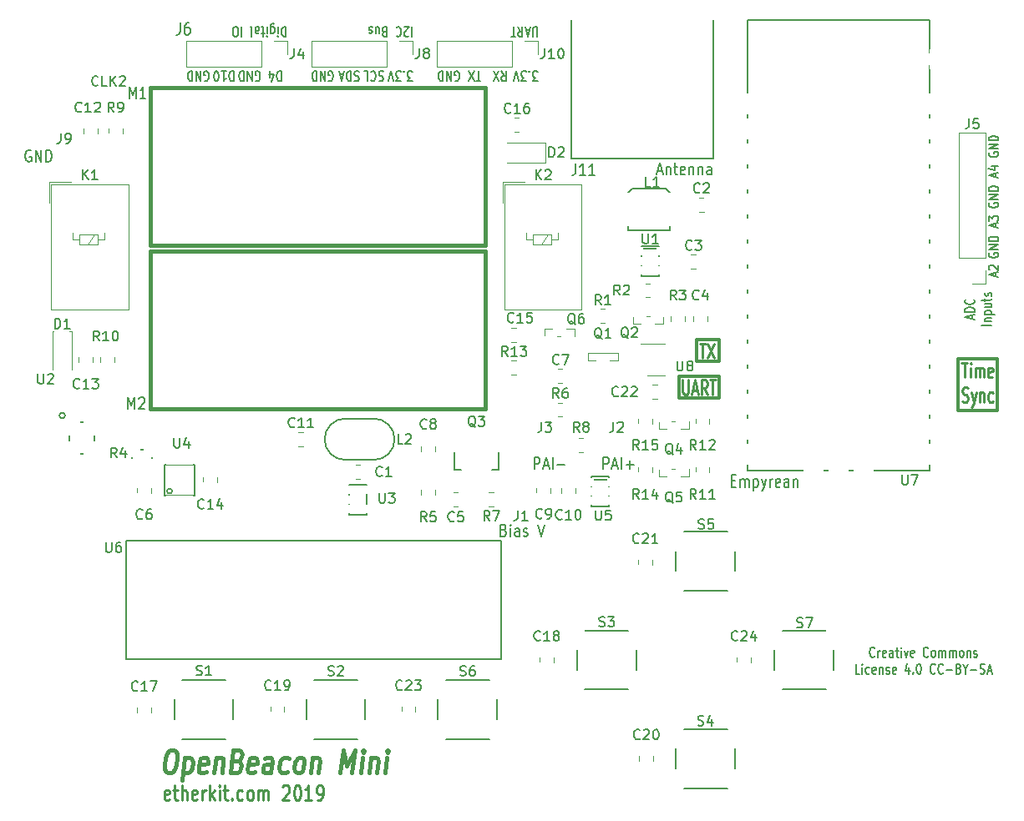
<source format=gto>
G04 #@! TF.GenerationSoftware,KiCad,Pcbnew,5.0.2-bee76a0~70~ubuntu18.04.1*
G04 #@! TF.CreationDate,2018-12-18T10:22:57-08:00*
G04 #@! TF.ProjectId,OpenBeaconMini,4f70656e-4265-4616-936f-6e4d696e692e,B*
G04 #@! TF.SameCoordinates,Original*
G04 #@! TF.FileFunction,Legend,Top*
G04 #@! TF.FilePolarity,Positive*
%FSLAX46Y46*%
G04 Gerber Fmt 4.6, Leading zero omitted, Abs format (unit mm)*
G04 Created by KiCad (PCBNEW 5.0.2-bee76a0~70~ubuntu18.04.1) date Tue 18 Dec 2018 10:22:57 AM PST*
%MOMM*%
%LPD*%
G01*
G04 APERTURE LIST*
%ADD10C,0.200000*%
%ADD11C,0.300000*%
%ADD12C,0.250000*%
%ADD13C,0.150000*%
%ADD14C,0.400000*%
%ADD15C,0.120000*%
%ADD16C,0.119380*%
%ADD17C,0.127000*%
%ADD18C,0.129540*%
%ADD19C,2.540000*%
%ADD20C,2.000000*%
%ADD21C,0.100000*%
%ADD22R,1.400760X1.901140*%
%ADD23C,1.000000*%
%ADD24C,2.400000*%
%ADD25C,6.800000*%
%ADD26C,1.200000*%
%ADD27C,2.100000*%
%ADD28C,3.399740*%
%ADD29R,2.300000X3.400000*%
%ADD30C,1.375000*%
%ADD31O,2.100000X2.100000*%
%ADD32R,2.100000X2.100000*%
%ADD33R,1.600000X1.300000*%
%ADD34R,1.300000X1.600000*%
%ADD35R,2.800000X1.100000*%
%ADD36R,1.200000X1.100000*%
%ADD37R,1.314400X1.314400*%
%ADD38R,1.460000X1.050000*%
%ADD39R,2.400000X2.400000*%
%ADD40R,2.200000X5.480000*%
%ADD41C,0.700000*%
%ADD42R,1.162000X0.908000*%
%ADD43R,1.500000X1.700000*%
%ADD44R,0.650000X1.500000*%
%ADD45R,1.900000X1.900000*%
G04 APERTURE END LIST*
D10*
X152976190Y-51747619D02*
X152976190Y-50938095D01*
X152938095Y-50842857D01*
X152900000Y-50795238D01*
X152823809Y-50747619D01*
X152671428Y-50747619D01*
X152595238Y-50795238D01*
X152557142Y-50842857D01*
X152519047Y-50938095D01*
X152519047Y-51747619D01*
X152176190Y-51033333D02*
X151795238Y-51033333D01*
X152252380Y-50747619D02*
X151985714Y-51747619D01*
X151719047Y-50747619D01*
X150995238Y-50747619D02*
X151261904Y-51223809D01*
X151452380Y-50747619D02*
X151452380Y-51747619D01*
X151147619Y-51747619D01*
X151071428Y-51700000D01*
X151033333Y-51652380D01*
X150995238Y-51557142D01*
X150995238Y-51414285D01*
X151033333Y-51319047D01*
X151071428Y-51271428D01*
X151147619Y-51223809D01*
X151452380Y-51223809D01*
X150766666Y-51747619D02*
X150309523Y-51747619D01*
X150538095Y-50747619D02*
X150538095Y-51747619D01*
X152980952Y-56247619D02*
X152485714Y-56247619D01*
X152752380Y-55866666D01*
X152638095Y-55866666D01*
X152561904Y-55819047D01*
X152523809Y-55771428D01*
X152485714Y-55676190D01*
X152485714Y-55438095D01*
X152523809Y-55342857D01*
X152561904Y-55295238D01*
X152638095Y-55247619D01*
X152866666Y-55247619D01*
X152942857Y-55295238D01*
X152980952Y-55342857D01*
X152142857Y-55342857D02*
X152104761Y-55295238D01*
X152142857Y-55247619D01*
X152180952Y-55295238D01*
X152142857Y-55342857D01*
X152142857Y-55247619D01*
X151838095Y-56247619D02*
X151342857Y-56247619D01*
X151609523Y-55866666D01*
X151495238Y-55866666D01*
X151419047Y-55819047D01*
X151380952Y-55771428D01*
X151342857Y-55676190D01*
X151342857Y-55438095D01*
X151380952Y-55342857D01*
X151419047Y-55295238D01*
X151495238Y-55247619D01*
X151723809Y-55247619D01*
X151800000Y-55295238D01*
X151838095Y-55342857D01*
X151114285Y-56247619D02*
X150847619Y-55247619D01*
X150580952Y-56247619D01*
X149333333Y-55247619D02*
X149600000Y-55723809D01*
X149790476Y-55247619D02*
X149790476Y-56247619D01*
X149485714Y-56247619D01*
X149409523Y-56200000D01*
X149371428Y-56152380D01*
X149333333Y-56057142D01*
X149333333Y-55914285D01*
X149371428Y-55819047D01*
X149409523Y-55771428D01*
X149485714Y-55723809D01*
X149790476Y-55723809D01*
X149066666Y-56247619D02*
X148533333Y-55247619D01*
X148533333Y-56247619D02*
X149066666Y-55247619D01*
D11*
X195600000Y-89700000D02*
X199600000Y-89700000D01*
X195600000Y-84400000D02*
X199600000Y-84400000D01*
X167300000Y-88400000D02*
X167300000Y-86200000D01*
X171400000Y-88400000D02*
X167300000Y-88400000D01*
X171400000Y-86200000D02*
X171400000Y-88400000D01*
X167300000Y-86200000D02*
X171400000Y-86200000D01*
D12*
X167704761Y-86578571D02*
X167704761Y-87792857D01*
X167752380Y-87935714D01*
X167800000Y-88007142D01*
X167895238Y-88078571D01*
X168085714Y-88078571D01*
X168180952Y-88007142D01*
X168228571Y-87935714D01*
X168276190Y-87792857D01*
X168276190Y-86578571D01*
X168704761Y-87650000D02*
X169180952Y-87650000D01*
X168609523Y-88078571D02*
X168942857Y-86578571D01*
X169276190Y-88078571D01*
X170180952Y-88078571D02*
X169847619Y-87364285D01*
X169609523Y-88078571D02*
X169609523Y-86578571D01*
X169990476Y-86578571D01*
X170085714Y-86650000D01*
X170133333Y-86721428D01*
X170180952Y-86864285D01*
X170180952Y-87078571D01*
X170133333Y-87221428D01*
X170085714Y-87292857D01*
X169990476Y-87364285D01*
X169609523Y-87364285D01*
X170466666Y-86578571D02*
X171038095Y-86578571D01*
X170752380Y-88078571D02*
X170752380Y-86578571D01*
D11*
X199600000Y-84400000D02*
X199600000Y-89700000D01*
X195600000Y-84400000D02*
X195600000Y-89700000D01*
X169100000Y-84700000D02*
X169100000Y-82500000D01*
X171400000Y-84700000D02*
X169100000Y-84700000D01*
X171400000Y-82500000D02*
X171400000Y-84700000D01*
X169100000Y-82500000D02*
X171400000Y-82500000D01*
D12*
X169438095Y-82878571D02*
X170009523Y-82878571D01*
X169723809Y-84378571D02*
X169723809Y-82878571D01*
X170247619Y-82878571D02*
X170914285Y-84378571D01*
X170914285Y-82878571D02*
X170247619Y-84378571D01*
X195980952Y-84828571D02*
X196552380Y-84828571D01*
X196266666Y-86328571D02*
X196266666Y-84828571D01*
X196885714Y-86328571D02*
X196885714Y-85328571D01*
X196885714Y-84828571D02*
X196838095Y-84900000D01*
X196885714Y-84971428D01*
X196933333Y-84900000D01*
X196885714Y-84828571D01*
X196885714Y-84971428D01*
X197361904Y-86328571D02*
X197361904Y-85328571D01*
X197361904Y-85471428D02*
X197409523Y-85400000D01*
X197504761Y-85328571D01*
X197647619Y-85328571D01*
X197742857Y-85400000D01*
X197790476Y-85542857D01*
X197790476Y-86328571D01*
X197790476Y-85542857D02*
X197838095Y-85400000D01*
X197933333Y-85328571D01*
X198076190Y-85328571D01*
X198171428Y-85400000D01*
X198219047Y-85542857D01*
X198219047Y-86328571D01*
X199076190Y-86257142D02*
X198980952Y-86328571D01*
X198790476Y-86328571D01*
X198695238Y-86257142D01*
X198647619Y-86114285D01*
X198647619Y-85542857D01*
X198695238Y-85400000D01*
X198790476Y-85328571D01*
X198980952Y-85328571D01*
X199076190Y-85400000D01*
X199123809Y-85542857D01*
X199123809Y-85685714D01*
X198647619Y-85828571D01*
X196052380Y-88757142D02*
X196195238Y-88828571D01*
X196433333Y-88828571D01*
X196528571Y-88757142D01*
X196576190Y-88685714D01*
X196623809Y-88542857D01*
X196623809Y-88400000D01*
X196576190Y-88257142D01*
X196528571Y-88185714D01*
X196433333Y-88114285D01*
X196242857Y-88042857D01*
X196147619Y-87971428D01*
X196100000Y-87900000D01*
X196052380Y-87757142D01*
X196052380Y-87614285D01*
X196100000Y-87471428D01*
X196147619Y-87400000D01*
X196242857Y-87328571D01*
X196480952Y-87328571D01*
X196623809Y-87400000D01*
X196957142Y-87828571D02*
X197195238Y-88828571D01*
X197433333Y-87828571D02*
X197195238Y-88828571D01*
X197100000Y-89185714D01*
X197052380Y-89257142D01*
X196957142Y-89328571D01*
X197814285Y-87828571D02*
X197814285Y-88828571D01*
X197814285Y-87971428D02*
X197861904Y-87900000D01*
X197957142Y-87828571D01*
X198100000Y-87828571D01*
X198195238Y-87900000D01*
X198242857Y-88042857D01*
X198242857Y-88828571D01*
X199147619Y-88757142D02*
X199052380Y-88828571D01*
X198861904Y-88828571D01*
X198766666Y-88757142D01*
X198719047Y-88685714D01*
X198671428Y-88542857D01*
X198671428Y-88114285D01*
X198719047Y-87971428D01*
X198766666Y-87900000D01*
X198861904Y-87828571D01*
X199052380Y-87828571D01*
X199147619Y-87900000D01*
D10*
X187147619Y-114607142D02*
X187109523Y-114654761D01*
X186995238Y-114702380D01*
X186919047Y-114702380D01*
X186804761Y-114654761D01*
X186728571Y-114559523D01*
X186690476Y-114464285D01*
X186652380Y-114273809D01*
X186652380Y-114130952D01*
X186690476Y-113940476D01*
X186728571Y-113845238D01*
X186804761Y-113750000D01*
X186919047Y-113702380D01*
X186995238Y-113702380D01*
X187109523Y-113750000D01*
X187147619Y-113797619D01*
X187490476Y-114702380D02*
X187490476Y-114035714D01*
X187490476Y-114226190D02*
X187528571Y-114130952D01*
X187566666Y-114083333D01*
X187642857Y-114035714D01*
X187719047Y-114035714D01*
X188290476Y-114654761D02*
X188214285Y-114702380D01*
X188061904Y-114702380D01*
X187985714Y-114654761D01*
X187947619Y-114559523D01*
X187947619Y-114178571D01*
X187985714Y-114083333D01*
X188061904Y-114035714D01*
X188214285Y-114035714D01*
X188290476Y-114083333D01*
X188328571Y-114178571D01*
X188328571Y-114273809D01*
X187947619Y-114369047D01*
X189014285Y-114702380D02*
X189014285Y-114178571D01*
X188976190Y-114083333D01*
X188900000Y-114035714D01*
X188747619Y-114035714D01*
X188671428Y-114083333D01*
X189014285Y-114654761D02*
X188938095Y-114702380D01*
X188747619Y-114702380D01*
X188671428Y-114654761D01*
X188633333Y-114559523D01*
X188633333Y-114464285D01*
X188671428Y-114369047D01*
X188747619Y-114321428D01*
X188938095Y-114321428D01*
X189014285Y-114273809D01*
X189280952Y-114035714D02*
X189585714Y-114035714D01*
X189395238Y-113702380D02*
X189395238Y-114559523D01*
X189433333Y-114654761D01*
X189509523Y-114702380D01*
X189585714Y-114702380D01*
X189852380Y-114702380D02*
X189852380Y-114035714D01*
X189852380Y-113702380D02*
X189814285Y-113750000D01*
X189852380Y-113797619D01*
X189890476Y-113750000D01*
X189852380Y-113702380D01*
X189852380Y-113797619D01*
X190157142Y-114035714D02*
X190347619Y-114702380D01*
X190538095Y-114035714D01*
X191147619Y-114654761D02*
X191071428Y-114702380D01*
X190919047Y-114702380D01*
X190842857Y-114654761D01*
X190804761Y-114559523D01*
X190804761Y-114178571D01*
X190842857Y-114083333D01*
X190919047Y-114035714D01*
X191071428Y-114035714D01*
X191147619Y-114083333D01*
X191185714Y-114178571D01*
X191185714Y-114273809D01*
X190804761Y-114369047D01*
X192595238Y-114607142D02*
X192557142Y-114654761D01*
X192442857Y-114702380D01*
X192366666Y-114702380D01*
X192252380Y-114654761D01*
X192176190Y-114559523D01*
X192138095Y-114464285D01*
X192100000Y-114273809D01*
X192100000Y-114130952D01*
X192138095Y-113940476D01*
X192176190Y-113845238D01*
X192252380Y-113750000D01*
X192366666Y-113702380D01*
X192442857Y-113702380D01*
X192557142Y-113750000D01*
X192595238Y-113797619D01*
X193052380Y-114702380D02*
X192976190Y-114654761D01*
X192938095Y-114607142D01*
X192900000Y-114511904D01*
X192900000Y-114226190D01*
X192938095Y-114130952D01*
X192976190Y-114083333D01*
X193052380Y-114035714D01*
X193166666Y-114035714D01*
X193242857Y-114083333D01*
X193280952Y-114130952D01*
X193319047Y-114226190D01*
X193319047Y-114511904D01*
X193280952Y-114607142D01*
X193242857Y-114654761D01*
X193166666Y-114702380D01*
X193052380Y-114702380D01*
X193661904Y-114702380D02*
X193661904Y-114035714D01*
X193661904Y-114130952D02*
X193700000Y-114083333D01*
X193776190Y-114035714D01*
X193890476Y-114035714D01*
X193966666Y-114083333D01*
X194004761Y-114178571D01*
X194004761Y-114702380D01*
X194004761Y-114178571D02*
X194042857Y-114083333D01*
X194119047Y-114035714D01*
X194233333Y-114035714D01*
X194309523Y-114083333D01*
X194347619Y-114178571D01*
X194347619Y-114702380D01*
X194728571Y-114702380D02*
X194728571Y-114035714D01*
X194728571Y-114130952D02*
X194766666Y-114083333D01*
X194842857Y-114035714D01*
X194957142Y-114035714D01*
X195033333Y-114083333D01*
X195071428Y-114178571D01*
X195071428Y-114702380D01*
X195071428Y-114178571D02*
X195109523Y-114083333D01*
X195185714Y-114035714D01*
X195300000Y-114035714D01*
X195376190Y-114083333D01*
X195414285Y-114178571D01*
X195414285Y-114702380D01*
X195909523Y-114702380D02*
X195833333Y-114654761D01*
X195795238Y-114607142D01*
X195757142Y-114511904D01*
X195757142Y-114226190D01*
X195795238Y-114130952D01*
X195833333Y-114083333D01*
X195909523Y-114035714D01*
X196023809Y-114035714D01*
X196100000Y-114083333D01*
X196138095Y-114130952D01*
X196176190Y-114226190D01*
X196176190Y-114511904D01*
X196138095Y-114607142D01*
X196100000Y-114654761D01*
X196023809Y-114702380D01*
X195909523Y-114702380D01*
X196519047Y-114035714D02*
X196519047Y-114702380D01*
X196519047Y-114130952D02*
X196557142Y-114083333D01*
X196633333Y-114035714D01*
X196747619Y-114035714D01*
X196823809Y-114083333D01*
X196861904Y-114178571D01*
X196861904Y-114702380D01*
X197204761Y-114654761D02*
X197280952Y-114702380D01*
X197433333Y-114702380D01*
X197509523Y-114654761D01*
X197547619Y-114559523D01*
X197547619Y-114511904D01*
X197509523Y-114416666D01*
X197433333Y-114369047D01*
X197319047Y-114369047D01*
X197242857Y-114321428D01*
X197204761Y-114226190D01*
X197204761Y-114178571D01*
X197242857Y-114083333D01*
X197319047Y-114035714D01*
X197433333Y-114035714D01*
X197509523Y-114083333D01*
X185623809Y-116402380D02*
X185242857Y-116402380D01*
X185242857Y-115402380D01*
X185890476Y-116402380D02*
X185890476Y-115735714D01*
X185890476Y-115402380D02*
X185852380Y-115450000D01*
X185890476Y-115497619D01*
X185928571Y-115450000D01*
X185890476Y-115402380D01*
X185890476Y-115497619D01*
X186614285Y-116354761D02*
X186538095Y-116402380D01*
X186385714Y-116402380D01*
X186309523Y-116354761D01*
X186271428Y-116307142D01*
X186233333Y-116211904D01*
X186233333Y-115926190D01*
X186271428Y-115830952D01*
X186309523Y-115783333D01*
X186385714Y-115735714D01*
X186538095Y-115735714D01*
X186614285Y-115783333D01*
X187261904Y-116354761D02*
X187185714Y-116402380D01*
X187033333Y-116402380D01*
X186957142Y-116354761D01*
X186919047Y-116259523D01*
X186919047Y-115878571D01*
X186957142Y-115783333D01*
X187033333Y-115735714D01*
X187185714Y-115735714D01*
X187261904Y-115783333D01*
X187300000Y-115878571D01*
X187300000Y-115973809D01*
X186919047Y-116069047D01*
X187642857Y-115735714D02*
X187642857Y-116402380D01*
X187642857Y-115830952D02*
X187680952Y-115783333D01*
X187757142Y-115735714D01*
X187871428Y-115735714D01*
X187947619Y-115783333D01*
X187985714Y-115878571D01*
X187985714Y-116402380D01*
X188328571Y-116354761D02*
X188404761Y-116402380D01*
X188557142Y-116402380D01*
X188633333Y-116354761D01*
X188671428Y-116259523D01*
X188671428Y-116211904D01*
X188633333Y-116116666D01*
X188557142Y-116069047D01*
X188442857Y-116069047D01*
X188366666Y-116021428D01*
X188328571Y-115926190D01*
X188328571Y-115878571D01*
X188366666Y-115783333D01*
X188442857Y-115735714D01*
X188557142Y-115735714D01*
X188633333Y-115783333D01*
X189319047Y-116354761D02*
X189242857Y-116402380D01*
X189090476Y-116402380D01*
X189014285Y-116354761D01*
X188976190Y-116259523D01*
X188976190Y-115878571D01*
X189014285Y-115783333D01*
X189090476Y-115735714D01*
X189242857Y-115735714D01*
X189319047Y-115783333D01*
X189357142Y-115878571D01*
X189357142Y-115973809D01*
X188976190Y-116069047D01*
X190652380Y-115735714D02*
X190652380Y-116402380D01*
X190461904Y-115354761D02*
X190271428Y-116069047D01*
X190766666Y-116069047D01*
X191071428Y-116307142D02*
X191109523Y-116354761D01*
X191071428Y-116402380D01*
X191033333Y-116354761D01*
X191071428Y-116307142D01*
X191071428Y-116402380D01*
X191604761Y-115402380D02*
X191680952Y-115402380D01*
X191757142Y-115450000D01*
X191795238Y-115497619D01*
X191833333Y-115592857D01*
X191871428Y-115783333D01*
X191871428Y-116021428D01*
X191833333Y-116211904D01*
X191795238Y-116307142D01*
X191757142Y-116354761D01*
X191680952Y-116402380D01*
X191604761Y-116402380D01*
X191528571Y-116354761D01*
X191490476Y-116307142D01*
X191452380Y-116211904D01*
X191414285Y-116021428D01*
X191414285Y-115783333D01*
X191452380Y-115592857D01*
X191490476Y-115497619D01*
X191528571Y-115450000D01*
X191604761Y-115402380D01*
X193280952Y-116307142D02*
X193242857Y-116354761D01*
X193128571Y-116402380D01*
X193052380Y-116402380D01*
X192938095Y-116354761D01*
X192861904Y-116259523D01*
X192823809Y-116164285D01*
X192785714Y-115973809D01*
X192785714Y-115830952D01*
X192823809Y-115640476D01*
X192861904Y-115545238D01*
X192938095Y-115450000D01*
X193052380Y-115402380D01*
X193128571Y-115402380D01*
X193242857Y-115450000D01*
X193280952Y-115497619D01*
X194080952Y-116307142D02*
X194042857Y-116354761D01*
X193928571Y-116402380D01*
X193852380Y-116402380D01*
X193738095Y-116354761D01*
X193661904Y-116259523D01*
X193623809Y-116164285D01*
X193585714Y-115973809D01*
X193585714Y-115830952D01*
X193623809Y-115640476D01*
X193661904Y-115545238D01*
X193738095Y-115450000D01*
X193852380Y-115402380D01*
X193928571Y-115402380D01*
X194042857Y-115450000D01*
X194080952Y-115497619D01*
X194423809Y-116021428D02*
X195033333Y-116021428D01*
X195680952Y-115878571D02*
X195795238Y-115926190D01*
X195833333Y-115973809D01*
X195871428Y-116069047D01*
X195871428Y-116211904D01*
X195833333Y-116307142D01*
X195795238Y-116354761D01*
X195719047Y-116402380D01*
X195414285Y-116402380D01*
X195414285Y-115402380D01*
X195680952Y-115402380D01*
X195757142Y-115450000D01*
X195795238Y-115497619D01*
X195833333Y-115592857D01*
X195833333Y-115688095D01*
X195795238Y-115783333D01*
X195757142Y-115830952D01*
X195680952Y-115878571D01*
X195414285Y-115878571D01*
X196366666Y-115926190D02*
X196366666Y-116402380D01*
X196100000Y-115402380D02*
X196366666Y-115926190D01*
X196633333Y-115402380D01*
X196900000Y-116021428D02*
X197509523Y-116021428D01*
X197852380Y-116354761D02*
X197966666Y-116402380D01*
X198157142Y-116402380D01*
X198233333Y-116354761D01*
X198271428Y-116307142D01*
X198309523Y-116211904D01*
X198309523Y-116116666D01*
X198271428Y-116021428D01*
X198233333Y-115973809D01*
X198157142Y-115926190D01*
X198004761Y-115878571D01*
X197928571Y-115830952D01*
X197890476Y-115783333D01*
X197852380Y-115688095D01*
X197852380Y-115592857D01*
X197890476Y-115497619D01*
X197928571Y-115450000D01*
X198004761Y-115402380D01*
X198195238Y-115402380D01*
X198309523Y-115450000D01*
X198614285Y-116116666D02*
X198995238Y-116116666D01*
X198538095Y-116402380D02*
X198804761Y-115402380D01*
X199071428Y-116402380D01*
D13*
X108428571Y-56657142D02*
X108380952Y-56704761D01*
X108238095Y-56752380D01*
X108142857Y-56752380D01*
X108000000Y-56704761D01*
X107904761Y-56609523D01*
X107857142Y-56514285D01*
X107809523Y-56323809D01*
X107809523Y-56180952D01*
X107857142Y-55990476D01*
X107904761Y-55895238D01*
X108000000Y-55800000D01*
X108142857Y-55752380D01*
X108238095Y-55752380D01*
X108380952Y-55800000D01*
X108428571Y-55847619D01*
X109333333Y-56752380D02*
X108857142Y-56752380D01*
X108857142Y-55752380D01*
X109666666Y-56752380D02*
X109666666Y-55752380D01*
X110238095Y-56752380D02*
X109809523Y-56180952D01*
X110238095Y-55752380D02*
X109666666Y-56323809D01*
X110619047Y-55847619D02*
X110666666Y-55800000D01*
X110761904Y-55752380D01*
X111000000Y-55752380D01*
X111095238Y-55800000D01*
X111142857Y-55847619D01*
X111190476Y-55942857D01*
X111190476Y-56038095D01*
X111142857Y-56180952D01*
X110571428Y-56752380D01*
X111190476Y-56752380D01*
D10*
X172642857Y-96814285D02*
X172976190Y-96814285D01*
X173119047Y-97442857D02*
X172642857Y-97442857D01*
X172642857Y-96242857D01*
X173119047Y-96242857D01*
X173547619Y-97442857D02*
X173547619Y-96642857D01*
X173547619Y-96757142D02*
X173595238Y-96700000D01*
X173690476Y-96642857D01*
X173833333Y-96642857D01*
X173928571Y-96700000D01*
X173976190Y-96814285D01*
X173976190Y-97442857D01*
X173976190Y-96814285D02*
X174023809Y-96700000D01*
X174119047Y-96642857D01*
X174261904Y-96642857D01*
X174357142Y-96700000D01*
X174404761Y-96814285D01*
X174404761Y-97442857D01*
X174880952Y-96642857D02*
X174880952Y-97842857D01*
X174880952Y-96700000D02*
X174976190Y-96642857D01*
X175166666Y-96642857D01*
X175261904Y-96700000D01*
X175309523Y-96757142D01*
X175357142Y-96871428D01*
X175357142Y-97214285D01*
X175309523Y-97328571D01*
X175261904Y-97385714D01*
X175166666Y-97442857D01*
X174976190Y-97442857D01*
X174880952Y-97385714D01*
X175690476Y-96642857D02*
X175928571Y-97442857D01*
X176166666Y-96642857D02*
X175928571Y-97442857D01*
X175833333Y-97728571D01*
X175785714Y-97785714D01*
X175690476Y-97842857D01*
X176547619Y-97442857D02*
X176547619Y-96642857D01*
X176547619Y-96871428D02*
X176595238Y-96757142D01*
X176642857Y-96700000D01*
X176738095Y-96642857D01*
X176833333Y-96642857D01*
X177547619Y-97385714D02*
X177452380Y-97442857D01*
X177261904Y-97442857D01*
X177166666Y-97385714D01*
X177119047Y-97271428D01*
X177119047Y-96814285D01*
X177166666Y-96700000D01*
X177261904Y-96642857D01*
X177452380Y-96642857D01*
X177547619Y-96700000D01*
X177595238Y-96814285D01*
X177595238Y-96928571D01*
X177119047Y-97042857D01*
X178452380Y-97442857D02*
X178452380Y-96814285D01*
X178404761Y-96700000D01*
X178309523Y-96642857D01*
X178119047Y-96642857D01*
X178023809Y-96700000D01*
X178452380Y-97385714D02*
X178357142Y-97442857D01*
X178119047Y-97442857D01*
X178023809Y-97385714D01*
X177976190Y-97271428D01*
X177976190Y-97157142D01*
X178023809Y-97042857D01*
X178119047Y-96985714D01*
X178357142Y-96985714D01*
X178452380Y-96928571D01*
X178928571Y-96642857D02*
X178928571Y-97442857D01*
X178928571Y-96757142D02*
X178976190Y-96700000D01*
X179071428Y-96642857D01*
X179214285Y-96642857D01*
X179309523Y-96700000D01*
X179357142Y-96814285D01*
X179357142Y-97442857D01*
X165138095Y-65400000D02*
X165614285Y-65400000D01*
X165042857Y-65742857D02*
X165376190Y-64542857D01*
X165709523Y-65742857D01*
X166042857Y-64942857D02*
X166042857Y-65742857D01*
X166042857Y-65057142D02*
X166090476Y-65000000D01*
X166185714Y-64942857D01*
X166328571Y-64942857D01*
X166423809Y-65000000D01*
X166471428Y-65114285D01*
X166471428Y-65742857D01*
X166804761Y-64942857D02*
X167185714Y-64942857D01*
X166947619Y-64542857D02*
X166947619Y-65571428D01*
X166995238Y-65685714D01*
X167090476Y-65742857D01*
X167185714Y-65742857D01*
X167900000Y-65685714D02*
X167804761Y-65742857D01*
X167614285Y-65742857D01*
X167519047Y-65685714D01*
X167471428Y-65571428D01*
X167471428Y-65114285D01*
X167519047Y-65000000D01*
X167614285Y-64942857D01*
X167804761Y-64942857D01*
X167900000Y-65000000D01*
X167947619Y-65114285D01*
X167947619Y-65228571D01*
X167471428Y-65342857D01*
X168376190Y-64942857D02*
X168376190Y-65742857D01*
X168376190Y-65057142D02*
X168423809Y-65000000D01*
X168519047Y-64942857D01*
X168661904Y-64942857D01*
X168757142Y-65000000D01*
X168804761Y-65114285D01*
X168804761Y-65742857D01*
X169280952Y-64942857D02*
X169280952Y-65742857D01*
X169280952Y-65057142D02*
X169328571Y-65000000D01*
X169423809Y-64942857D01*
X169566666Y-64942857D01*
X169661904Y-65000000D01*
X169709523Y-65114285D01*
X169709523Y-65742857D01*
X170614285Y-65742857D02*
X170614285Y-65114285D01*
X170566666Y-65000000D01*
X170471428Y-64942857D01*
X170280952Y-64942857D01*
X170185714Y-65000000D01*
X170614285Y-65685714D02*
X170519047Y-65742857D01*
X170280952Y-65742857D01*
X170185714Y-65685714D01*
X170138095Y-65571428D01*
X170138095Y-65457142D01*
X170185714Y-65342857D01*
X170280952Y-65285714D01*
X170519047Y-65285714D01*
X170614285Y-65228571D01*
X159652380Y-95642857D02*
X159652380Y-94442857D01*
X160033333Y-94442857D01*
X160128571Y-94500000D01*
X160176190Y-94557142D01*
X160223809Y-94671428D01*
X160223809Y-94842857D01*
X160176190Y-94957142D01*
X160128571Y-95014285D01*
X160033333Y-95071428D01*
X159652380Y-95071428D01*
X160604761Y-95300000D02*
X161080952Y-95300000D01*
X160509523Y-95642857D02*
X160842857Y-94442857D01*
X161176190Y-95642857D01*
X161509523Y-95642857D02*
X161509523Y-94442857D01*
X161985714Y-95185714D02*
X162747619Y-95185714D01*
X162366666Y-95642857D02*
X162366666Y-94728571D01*
X152652380Y-95642857D02*
X152652380Y-94442857D01*
X153033333Y-94442857D01*
X153128571Y-94500000D01*
X153176190Y-94557142D01*
X153223809Y-94671428D01*
X153223809Y-94842857D01*
X153176190Y-94957142D01*
X153128571Y-95014285D01*
X153033333Y-95071428D01*
X152652380Y-95071428D01*
X153604761Y-95300000D02*
X154080952Y-95300000D01*
X153509523Y-95642857D02*
X153842857Y-94442857D01*
X154176190Y-95642857D01*
X154509523Y-95642857D02*
X154509523Y-94442857D01*
X154985714Y-95185714D02*
X155747619Y-95185714D01*
X149566666Y-101814285D02*
X149709523Y-101871428D01*
X149757142Y-101928571D01*
X149804761Y-102042857D01*
X149804761Y-102214285D01*
X149757142Y-102328571D01*
X149709523Y-102385714D01*
X149614285Y-102442857D01*
X149233333Y-102442857D01*
X149233333Y-101242857D01*
X149566666Y-101242857D01*
X149661904Y-101300000D01*
X149709523Y-101357142D01*
X149757142Y-101471428D01*
X149757142Y-101585714D01*
X149709523Y-101700000D01*
X149661904Y-101757142D01*
X149566666Y-101814285D01*
X149233333Y-101814285D01*
X150233333Y-102442857D02*
X150233333Y-101642857D01*
X150233333Y-101242857D02*
X150185714Y-101300000D01*
X150233333Y-101357142D01*
X150280952Y-101300000D01*
X150233333Y-101242857D01*
X150233333Y-101357142D01*
X151138095Y-102442857D02*
X151138095Y-101814285D01*
X151090476Y-101700000D01*
X150995238Y-101642857D01*
X150804761Y-101642857D01*
X150709523Y-101700000D01*
X151138095Y-102385714D02*
X151042857Y-102442857D01*
X150804761Y-102442857D01*
X150709523Y-102385714D01*
X150661904Y-102271428D01*
X150661904Y-102157142D01*
X150709523Y-102042857D01*
X150804761Y-101985714D01*
X151042857Y-101985714D01*
X151138095Y-101928571D01*
X151566666Y-102385714D02*
X151661904Y-102442857D01*
X151852380Y-102442857D01*
X151947619Y-102385714D01*
X151995238Y-102271428D01*
X151995238Y-102214285D01*
X151947619Y-102100000D01*
X151852380Y-102042857D01*
X151709523Y-102042857D01*
X151614285Y-101985714D01*
X151566666Y-101871428D01*
X151566666Y-101814285D01*
X151614285Y-101700000D01*
X151709523Y-101642857D01*
X151852380Y-101642857D01*
X151947619Y-101700000D01*
X153042857Y-101242857D02*
X153376190Y-102442857D01*
X153709523Y-101242857D01*
X101638095Y-63300000D02*
X101542857Y-63242857D01*
X101400000Y-63242857D01*
X101257142Y-63300000D01*
X101161904Y-63414285D01*
X101114285Y-63528571D01*
X101066666Y-63757142D01*
X101066666Y-63928571D01*
X101114285Y-64157142D01*
X101161904Y-64271428D01*
X101257142Y-64385714D01*
X101400000Y-64442857D01*
X101495238Y-64442857D01*
X101638095Y-64385714D01*
X101685714Y-64328571D01*
X101685714Y-63928571D01*
X101495238Y-63928571D01*
X102114285Y-64442857D02*
X102114285Y-63242857D01*
X102685714Y-64442857D01*
X102685714Y-63242857D01*
X103161904Y-64442857D02*
X103161904Y-63242857D01*
X103400000Y-63242857D01*
X103542857Y-63300000D01*
X103638095Y-63414285D01*
X103685714Y-63528571D01*
X103733333Y-63757142D01*
X103733333Y-63928571D01*
X103685714Y-64157142D01*
X103638095Y-64271428D01*
X103542857Y-64385714D01*
X103400000Y-64442857D01*
X103161904Y-64442857D01*
D12*
X115655357Y-129157142D02*
X115541071Y-129228571D01*
X115312500Y-129228571D01*
X115198214Y-129157142D01*
X115141071Y-129014285D01*
X115141071Y-128442857D01*
X115198214Y-128300000D01*
X115312500Y-128228571D01*
X115541071Y-128228571D01*
X115655357Y-128300000D01*
X115712500Y-128442857D01*
X115712500Y-128585714D01*
X115141071Y-128728571D01*
X116055357Y-128228571D02*
X116512500Y-128228571D01*
X116226785Y-127728571D02*
X116226785Y-129014285D01*
X116283928Y-129157142D01*
X116398214Y-129228571D01*
X116512500Y-129228571D01*
X116912500Y-129228571D02*
X116912500Y-127728571D01*
X117426785Y-129228571D02*
X117426785Y-128442857D01*
X117369642Y-128300000D01*
X117255357Y-128228571D01*
X117083928Y-128228571D01*
X116969642Y-128300000D01*
X116912500Y-128371428D01*
X118455357Y-129157142D02*
X118341071Y-129228571D01*
X118112500Y-129228571D01*
X117998214Y-129157142D01*
X117941071Y-129014285D01*
X117941071Y-128442857D01*
X117998214Y-128300000D01*
X118112500Y-128228571D01*
X118341071Y-128228571D01*
X118455357Y-128300000D01*
X118512500Y-128442857D01*
X118512500Y-128585714D01*
X117941071Y-128728571D01*
X119026785Y-129228571D02*
X119026785Y-128228571D01*
X119026785Y-128514285D02*
X119083928Y-128371428D01*
X119141071Y-128300000D01*
X119255357Y-128228571D01*
X119369642Y-128228571D01*
X119769642Y-129228571D02*
X119769642Y-127728571D01*
X119883928Y-128657142D02*
X120226785Y-129228571D01*
X120226785Y-128228571D02*
X119769642Y-128800000D01*
X120741071Y-129228571D02*
X120741071Y-128228571D01*
X120741071Y-127728571D02*
X120683928Y-127800000D01*
X120741071Y-127871428D01*
X120798214Y-127800000D01*
X120741071Y-127728571D01*
X120741071Y-127871428D01*
X121141071Y-128228571D02*
X121598214Y-128228571D01*
X121312500Y-127728571D02*
X121312500Y-129014285D01*
X121369642Y-129157142D01*
X121483928Y-129228571D01*
X121598214Y-129228571D01*
X121998214Y-129085714D02*
X122055357Y-129157142D01*
X121998214Y-129228571D01*
X121941071Y-129157142D01*
X121998214Y-129085714D01*
X121998214Y-129228571D01*
X123083928Y-129157142D02*
X122969642Y-129228571D01*
X122741071Y-129228571D01*
X122626785Y-129157142D01*
X122569642Y-129085714D01*
X122512500Y-128942857D01*
X122512500Y-128514285D01*
X122569642Y-128371428D01*
X122626785Y-128300000D01*
X122741071Y-128228571D01*
X122969642Y-128228571D01*
X123083928Y-128300000D01*
X123769642Y-129228571D02*
X123655357Y-129157142D01*
X123598214Y-129085714D01*
X123541071Y-128942857D01*
X123541071Y-128514285D01*
X123598214Y-128371428D01*
X123655357Y-128300000D01*
X123769642Y-128228571D01*
X123941071Y-128228571D01*
X124055357Y-128300000D01*
X124112500Y-128371428D01*
X124169642Y-128514285D01*
X124169642Y-128942857D01*
X124112500Y-129085714D01*
X124055357Y-129157142D01*
X123941071Y-129228571D01*
X123769642Y-129228571D01*
X124683928Y-129228571D02*
X124683928Y-128228571D01*
X124683928Y-128371428D02*
X124741071Y-128300000D01*
X124855357Y-128228571D01*
X125026785Y-128228571D01*
X125141071Y-128300000D01*
X125198214Y-128442857D01*
X125198214Y-129228571D01*
X125198214Y-128442857D02*
X125255357Y-128300000D01*
X125369642Y-128228571D01*
X125541071Y-128228571D01*
X125655357Y-128300000D01*
X125712500Y-128442857D01*
X125712500Y-129228571D01*
X127141071Y-127871428D02*
X127198214Y-127800000D01*
X127312500Y-127728571D01*
X127598214Y-127728571D01*
X127712500Y-127800000D01*
X127769642Y-127871428D01*
X127826785Y-128014285D01*
X127826785Y-128157142D01*
X127769642Y-128371428D01*
X127083928Y-129228571D01*
X127826785Y-129228571D01*
X128569642Y-127728571D02*
X128683928Y-127728571D01*
X128798214Y-127800000D01*
X128855357Y-127871428D01*
X128912500Y-128014285D01*
X128969642Y-128300000D01*
X128969642Y-128657142D01*
X128912500Y-128942857D01*
X128855357Y-129085714D01*
X128798214Y-129157142D01*
X128683928Y-129228571D01*
X128569642Y-129228571D01*
X128455357Y-129157142D01*
X128398214Y-129085714D01*
X128341071Y-128942857D01*
X128283928Y-128657142D01*
X128283928Y-128300000D01*
X128341071Y-128014285D01*
X128398214Y-127871428D01*
X128455357Y-127800000D01*
X128569642Y-127728571D01*
X130112500Y-129228571D02*
X129426785Y-129228571D01*
X129769642Y-129228571D02*
X129769642Y-127728571D01*
X129655357Y-127942857D01*
X129541071Y-128085714D01*
X129426785Y-128157142D01*
X130683928Y-129228571D02*
X130912500Y-129228571D01*
X131026785Y-129157142D01*
X131083928Y-129085714D01*
X131198214Y-128871428D01*
X131255357Y-128585714D01*
X131255357Y-128014285D01*
X131198214Y-127871428D01*
X131141071Y-127800000D01*
X131026785Y-127728571D01*
X130798214Y-127728571D01*
X130683928Y-127800000D01*
X130626785Y-127871428D01*
X130569642Y-128014285D01*
X130569642Y-128371428D01*
X130626785Y-128514285D01*
X130683928Y-128585714D01*
X130798214Y-128657142D01*
X131026785Y-128657142D01*
X131141071Y-128585714D01*
X131198214Y-128514285D01*
X131255357Y-128371428D01*
D14*
X115782619Y-124140476D02*
X116125476Y-124140476D01*
X116283214Y-124250000D01*
X116427261Y-124469047D01*
X116458214Y-124907142D01*
X116362380Y-125673809D01*
X116221904Y-126111904D01*
X116023095Y-126330952D01*
X115837976Y-126440476D01*
X115495119Y-126440476D01*
X115337380Y-126330952D01*
X115193333Y-126111904D01*
X115162380Y-125673809D01*
X115258214Y-124907142D01*
X115398690Y-124469047D01*
X115597500Y-124250000D01*
X115782619Y-124140476D01*
X117229642Y-124907142D02*
X116942142Y-127207142D01*
X117215952Y-125016666D02*
X117401071Y-124907142D01*
X117743928Y-124907142D01*
X117901666Y-125016666D01*
X117973690Y-125126190D01*
X118032023Y-125345238D01*
X117949880Y-126002380D01*
X117836785Y-126221428D01*
X117737380Y-126330952D01*
X117552261Y-126440476D01*
X117209404Y-126440476D01*
X117051666Y-126330952D01*
X119365952Y-126330952D02*
X119180833Y-126440476D01*
X118837976Y-126440476D01*
X118680238Y-126330952D01*
X118621904Y-126111904D01*
X118731428Y-125235714D01*
X118844523Y-125016666D01*
X119029642Y-124907142D01*
X119372500Y-124907142D01*
X119530238Y-125016666D01*
X119588571Y-125235714D01*
X119561190Y-125454761D01*
X118676666Y-125673809D01*
X120401071Y-124907142D02*
X120209404Y-126440476D01*
X120373690Y-125126190D02*
X120473095Y-125016666D01*
X120658214Y-124907142D01*
X120915357Y-124907142D01*
X121073095Y-125016666D01*
X121131428Y-125235714D01*
X120980833Y-126440476D01*
X122588571Y-125235714D02*
X122832023Y-125345238D01*
X122904047Y-125454761D01*
X122962380Y-125673809D01*
X122921309Y-126002380D01*
X122808214Y-126221428D01*
X122708809Y-126330952D01*
X122523690Y-126440476D01*
X121837976Y-126440476D01*
X122125476Y-124140476D01*
X122725476Y-124140476D01*
X122883214Y-124250000D01*
X122955238Y-124359523D01*
X123013571Y-124578571D01*
X122986190Y-124797619D01*
X122873095Y-125016666D01*
X122773690Y-125126190D01*
X122588571Y-125235714D01*
X121988571Y-125235714D01*
X124337380Y-126330952D02*
X124152261Y-126440476D01*
X123809404Y-126440476D01*
X123651666Y-126330952D01*
X123593333Y-126111904D01*
X123702857Y-125235714D01*
X123815952Y-125016666D01*
X124001071Y-124907142D01*
X124343928Y-124907142D01*
X124501666Y-125016666D01*
X124560000Y-125235714D01*
X124532619Y-125454761D01*
X123648095Y-125673809D01*
X125952261Y-126440476D02*
X126102857Y-125235714D01*
X126044523Y-125016666D01*
X125886785Y-124907142D01*
X125543928Y-124907142D01*
X125358809Y-125016666D01*
X125965952Y-126330952D02*
X125780833Y-126440476D01*
X125352261Y-126440476D01*
X125194523Y-126330952D01*
X125136190Y-126111904D01*
X125163571Y-125892857D01*
X125276666Y-125673809D01*
X125461785Y-125564285D01*
X125890357Y-125564285D01*
X126075476Y-125454761D01*
X127594523Y-126330952D02*
X127409404Y-126440476D01*
X127066547Y-126440476D01*
X126908809Y-126330952D01*
X126836785Y-126221428D01*
X126778452Y-126002380D01*
X126860595Y-125345238D01*
X126973690Y-125126190D01*
X127073095Y-125016666D01*
X127258214Y-124907142D01*
X127601071Y-124907142D01*
X127758809Y-125016666D01*
X128609404Y-126440476D02*
X128451666Y-126330952D01*
X128379642Y-126221428D01*
X128321309Y-126002380D01*
X128403452Y-125345238D01*
X128516547Y-125126190D01*
X128615952Y-125016666D01*
X128801071Y-124907142D01*
X129058214Y-124907142D01*
X129215952Y-125016666D01*
X129287976Y-125126190D01*
X129346309Y-125345238D01*
X129264166Y-126002380D01*
X129151071Y-126221428D01*
X129051666Y-126330952D01*
X128866547Y-126440476D01*
X128609404Y-126440476D01*
X130172500Y-124907142D02*
X129980833Y-126440476D01*
X130145119Y-125126190D02*
X130244523Y-125016666D01*
X130429642Y-124907142D01*
X130686785Y-124907142D01*
X130844523Y-125016666D01*
X130902857Y-125235714D01*
X130752261Y-126440476D01*
X132980833Y-126440476D02*
X133268333Y-124140476D01*
X133662976Y-125783333D01*
X134468333Y-124140476D01*
X134180833Y-126440476D01*
X135037976Y-126440476D02*
X135229642Y-124907142D01*
X135325476Y-124140476D02*
X135226071Y-124250000D01*
X135298095Y-124359523D01*
X135397500Y-124250000D01*
X135325476Y-124140476D01*
X135298095Y-124359523D01*
X136086785Y-124907142D02*
X135895119Y-126440476D01*
X136059404Y-125126190D02*
X136158809Y-125016666D01*
X136343928Y-124907142D01*
X136601071Y-124907142D01*
X136758809Y-125016666D01*
X136817142Y-125235714D01*
X136666547Y-126440476D01*
X137523690Y-126440476D02*
X137715357Y-124907142D01*
X137811190Y-124140476D02*
X137711785Y-124250000D01*
X137783809Y-124359523D01*
X137883214Y-124250000D01*
X137811190Y-124140476D01*
X137783809Y-124359523D01*
D10*
X124409523Y-56200000D02*
X124485714Y-56247619D01*
X124600000Y-56247619D01*
X124714285Y-56200000D01*
X124790476Y-56104761D01*
X124828571Y-56009523D01*
X124866666Y-55819047D01*
X124866666Y-55676190D01*
X124828571Y-55485714D01*
X124790476Y-55390476D01*
X124714285Y-55295238D01*
X124600000Y-55247619D01*
X124523809Y-55247619D01*
X124409523Y-55295238D01*
X124371428Y-55342857D01*
X124371428Y-55676190D01*
X124523809Y-55676190D01*
X124028571Y-55247619D02*
X124028571Y-56247619D01*
X123571428Y-55247619D01*
X123571428Y-56247619D01*
X123190476Y-55247619D02*
X123190476Y-56247619D01*
X123000000Y-56247619D01*
X122885714Y-56200000D01*
X122809523Y-56104761D01*
X122771428Y-56009523D01*
X122733333Y-55819047D01*
X122733333Y-55676190D01*
X122771428Y-55485714D01*
X122809523Y-55390476D01*
X122885714Y-55295238D01*
X123000000Y-55247619D01*
X123190476Y-55247619D01*
X119209523Y-56200000D02*
X119285714Y-56247619D01*
X119400000Y-56247619D01*
X119514285Y-56200000D01*
X119590476Y-56104761D01*
X119628571Y-56009523D01*
X119666666Y-55819047D01*
X119666666Y-55676190D01*
X119628571Y-55485714D01*
X119590476Y-55390476D01*
X119514285Y-55295238D01*
X119400000Y-55247619D01*
X119323809Y-55247619D01*
X119209523Y-55295238D01*
X119171428Y-55342857D01*
X119171428Y-55676190D01*
X119323809Y-55676190D01*
X118828571Y-55247619D02*
X118828571Y-56247619D01*
X118371428Y-55247619D01*
X118371428Y-56247619D01*
X117990476Y-55247619D02*
X117990476Y-56247619D01*
X117800000Y-56247619D01*
X117685714Y-56200000D01*
X117609523Y-56104761D01*
X117571428Y-56009523D01*
X117533333Y-55819047D01*
X117533333Y-55676190D01*
X117571428Y-55485714D01*
X117609523Y-55390476D01*
X117685714Y-55295238D01*
X117800000Y-55247619D01*
X117990476Y-55247619D01*
X144609523Y-56200000D02*
X144685714Y-56247619D01*
X144800000Y-56247619D01*
X144914285Y-56200000D01*
X144990476Y-56104761D01*
X145028571Y-56009523D01*
X145066666Y-55819047D01*
X145066666Y-55676190D01*
X145028571Y-55485714D01*
X144990476Y-55390476D01*
X144914285Y-55295238D01*
X144800000Y-55247619D01*
X144723809Y-55247619D01*
X144609523Y-55295238D01*
X144571428Y-55342857D01*
X144571428Y-55676190D01*
X144723809Y-55676190D01*
X144228571Y-55247619D02*
X144228571Y-56247619D01*
X143771428Y-55247619D01*
X143771428Y-56247619D01*
X143390476Y-55247619D02*
X143390476Y-56247619D01*
X143200000Y-56247619D01*
X143085714Y-56200000D01*
X143009523Y-56104761D01*
X142971428Y-56009523D01*
X142933333Y-55819047D01*
X142933333Y-55676190D01*
X142971428Y-55485714D01*
X143009523Y-55390476D01*
X143085714Y-55295238D01*
X143200000Y-55247619D01*
X143390476Y-55247619D01*
X198750000Y-63509523D02*
X198702380Y-63585714D01*
X198702380Y-63700000D01*
X198750000Y-63814285D01*
X198845238Y-63890476D01*
X198940476Y-63928571D01*
X199130952Y-63966666D01*
X199273809Y-63966666D01*
X199464285Y-63928571D01*
X199559523Y-63890476D01*
X199654761Y-63814285D01*
X199702380Y-63700000D01*
X199702380Y-63623809D01*
X199654761Y-63509523D01*
X199607142Y-63471428D01*
X199273809Y-63471428D01*
X199273809Y-63623809D01*
X199702380Y-63128571D02*
X198702380Y-63128571D01*
X199702380Y-62671428D01*
X198702380Y-62671428D01*
X199702380Y-62290476D02*
X198702380Y-62290476D01*
X198702380Y-62100000D01*
X198750000Y-61985714D01*
X198845238Y-61909523D01*
X198940476Y-61871428D01*
X199130952Y-61833333D01*
X199273809Y-61833333D01*
X199464285Y-61871428D01*
X199559523Y-61909523D01*
X199654761Y-61985714D01*
X199702380Y-62100000D01*
X199702380Y-62290476D01*
X198750000Y-73709523D02*
X198702380Y-73785714D01*
X198702380Y-73900000D01*
X198750000Y-74014285D01*
X198845238Y-74090476D01*
X198940476Y-74128571D01*
X199130952Y-74166666D01*
X199273809Y-74166666D01*
X199464285Y-74128571D01*
X199559523Y-74090476D01*
X199654761Y-74014285D01*
X199702380Y-73900000D01*
X199702380Y-73823809D01*
X199654761Y-73709523D01*
X199607142Y-73671428D01*
X199273809Y-73671428D01*
X199273809Y-73823809D01*
X199702380Y-73328571D02*
X198702380Y-73328571D01*
X199702380Y-72871428D01*
X198702380Y-72871428D01*
X199702380Y-72490476D02*
X198702380Y-72490476D01*
X198702380Y-72300000D01*
X198750000Y-72185714D01*
X198845238Y-72109523D01*
X198940476Y-72071428D01*
X199130952Y-72033333D01*
X199273809Y-72033333D01*
X199464285Y-72071428D01*
X199559523Y-72109523D01*
X199654761Y-72185714D01*
X199702380Y-72300000D01*
X199702380Y-72490476D01*
X198750000Y-68609523D02*
X198702380Y-68685714D01*
X198702380Y-68800000D01*
X198750000Y-68914285D01*
X198845238Y-68990476D01*
X198940476Y-69028571D01*
X199130952Y-69066666D01*
X199273809Y-69066666D01*
X199464285Y-69028571D01*
X199559523Y-68990476D01*
X199654761Y-68914285D01*
X199702380Y-68800000D01*
X199702380Y-68723809D01*
X199654761Y-68609523D01*
X199607142Y-68571428D01*
X199273809Y-68571428D01*
X199273809Y-68723809D01*
X199702380Y-68228571D02*
X198702380Y-68228571D01*
X199702380Y-67771428D01*
X198702380Y-67771428D01*
X199702380Y-67390476D02*
X198702380Y-67390476D01*
X198702380Y-67200000D01*
X198750000Y-67085714D01*
X198845238Y-67009523D01*
X198940476Y-66971428D01*
X199130952Y-66933333D01*
X199273809Y-66933333D01*
X199464285Y-66971428D01*
X199559523Y-67009523D01*
X199654761Y-67085714D01*
X199702380Y-67200000D01*
X199702380Y-67390476D01*
X131809523Y-56200000D02*
X131885714Y-56247619D01*
X132000000Y-56247619D01*
X132114285Y-56200000D01*
X132190476Y-56104761D01*
X132228571Y-56009523D01*
X132266666Y-55819047D01*
X132266666Y-55676190D01*
X132228571Y-55485714D01*
X132190476Y-55390476D01*
X132114285Y-55295238D01*
X132000000Y-55247619D01*
X131923809Y-55247619D01*
X131809523Y-55295238D01*
X131771428Y-55342857D01*
X131771428Y-55676190D01*
X131923809Y-55676190D01*
X131428571Y-55247619D02*
X131428571Y-56247619D01*
X130971428Y-55247619D01*
X130971428Y-56247619D01*
X130590476Y-55247619D02*
X130590476Y-56247619D01*
X130400000Y-56247619D01*
X130285714Y-56200000D01*
X130209523Y-56104761D01*
X130171428Y-56009523D01*
X130133333Y-55819047D01*
X130133333Y-55676190D01*
X130171428Y-55485714D01*
X130209523Y-55390476D01*
X130285714Y-55295238D01*
X130400000Y-55247619D01*
X130590476Y-55247619D01*
X134871428Y-55295238D02*
X134757142Y-55247619D01*
X134566666Y-55247619D01*
X134490476Y-55295238D01*
X134452380Y-55342857D01*
X134414285Y-55438095D01*
X134414285Y-55533333D01*
X134452380Y-55628571D01*
X134490476Y-55676190D01*
X134566666Y-55723809D01*
X134719047Y-55771428D01*
X134795238Y-55819047D01*
X134833333Y-55866666D01*
X134871428Y-55961904D01*
X134871428Y-56057142D01*
X134833333Y-56152380D01*
X134795238Y-56200000D01*
X134719047Y-56247619D01*
X134528571Y-56247619D01*
X134414285Y-56200000D01*
X134071428Y-55247619D02*
X134071428Y-56247619D01*
X133880952Y-56247619D01*
X133766666Y-56200000D01*
X133690476Y-56104761D01*
X133652380Y-56009523D01*
X133614285Y-55819047D01*
X133614285Y-55676190D01*
X133652380Y-55485714D01*
X133690476Y-55390476D01*
X133766666Y-55295238D01*
X133880952Y-55247619D01*
X134071428Y-55247619D01*
X133309523Y-55533333D02*
X132928571Y-55533333D01*
X133385714Y-55247619D02*
X133119047Y-56247619D01*
X132852380Y-55247619D01*
X137352380Y-55295238D02*
X137238095Y-55247619D01*
X137047619Y-55247619D01*
X136971428Y-55295238D01*
X136933333Y-55342857D01*
X136895238Y-55438095D01*
X136895238Y-55533333D01*
X136933333Y-55628571D01*
X136971428Y-55676190D01*
X137047619Y-55723809D01*
X137200000Y-55771428D01*
X137276190Y-55819047D01*
X137314285Y-55866666D01*
X137352380Y-55961904D01*
X137352380Y-56057142D01*
X137314285Y-56152380D01*
X137276190Y-56200000D01*
X137200000Y-56247619D01*
X137009523Y-56247619D01*
X136895238Y-56200000D01*
X136095238Y-55342857D02*
X136133333Y-55295238D01*
X136247619Y-55247619D01*
X136323809Y-55247619D01*
X136438095Y-55295238D01*
X136514285Y-55390476D01*
X136552380Y-55485714D01*
X136590476Y-55676190D01*
X136590476Y-55819047D01*
X136552380Y-56009523D01*
X136514285Y-56104761D01*
X136438095Y-56200000D01*
X136323809Y-56247619D01*
X136247619Y-56247619D01*
X136133333Y-56200000D01*
X136095238Y-56152380D01*
X135371428Y-55247619D02*
X135752380Y-55247619D01*
X135752380Y-56247619D01*
X140280952Y-56247619D02*
X139785714Y-56247619D01*
X140052380Y-55866666D01*
X139938095Y-55866666D01*
X139861904Y-55819047D01*
X139823809Y-55771428D01*
X139785714Y-55676190D01*
X139785714Y-55438095D01*
X139823809Y-55342857D01*
X139861904Y-55295238D01*
X139938095Y-55247619D01*
X140166666Y-55247619D01*
X140242857Y-55295238D01*
X140280952Y-55342857D01*
X139442857Y-55342857D02*
X139404761Y-55295238D01*
X139442857Y-55247619D01*
X139480952Y-55295238D01*
X139442857Y-55342857D01*
X139442857Y-55247619D01*
X139138095Y-56247619D02*
X138642857Y-56247619D01*
X138909523Y-55866666D01*
X138795238Y-55866666D01*
X138719047Y-55819047D01*
X138680952Y-55771428D01*
X138642857Y-55676190D01*
X138642857Y-55438095D01*
X138680952Y-55342857D01*
X138719047Y-55295238D01*
X138795238Y-55247619D01*
X139023809Y-55247619D01*
X139100000Y-55295238D01*
X139138095Y-55342857D01*
X138414285Y-56247619D02*
X138147619Y-55247619D01*
X137880952Y-56247619D01*
X199416666Y-65971428D02*
X199416666Y-65590476D01*
X199702380Y-66047619D02*
X198702380Y-65780952D01*
X199702380Y-65514285D01*
X199035714Y-64904761D02*
X199702380Y-64904761D01*
X198654761Y-65095238D02*
X199369047Y-65285714D01*
X199369047Y-64790476D01*
X199416666Y-71071428D02*
X199416666Y-70690476D01*
X199702380Y-71147619D02*
X198702380Y-70880952D01*
X199702380Y-70614285D01*
X198702380Y-70423809D02*
X198702380Y-69928571D01*
X199083333Y-70195238D01*
X199083333Y-70080952D01*
X199130952Y-70004761D01*
X199178571Y-69966666D01*
X199273809Y-69928571D01*
X199511904Y-69928571D01*
X199607142Y-69966666D01*
X199654761Y-70004761D01*
X199702380Y-70080952D01*
X199702380Y-70309523D01*
X199654761Y-70385714D01*
X199607142Y-70423809D01*
X199416666Y-76071428D02*
X199416666Y-75690476D01*
X199702380Y-76147619D02*
X198702380Y-75880952D01*
X199702380Y-75614285D01*
X198797619Y-75385714D02*
X198750000Y-75347619D01*
X198702380Y-75271428D01*
X198702380Y-75080952D01*
X198750000Y-75004761D01*
X198797619Y-74966666D01*
X198892857Y-74928571D01*
X198988095Y-74928571D01*
X199130952Y-74966666D01*
X199702380Y-75423809D01*
X199702380Y-74928571D01*
X147209523Y-56247619D02*
X146752380Y-56247619D01*
X146980952Y-55247619D02*
X146980952Y-56247619D01*
X146561904Y-56247619D02*
X146028571Y-55247619D01*
X146028571Y-56247619D02*
X146561904Y-55247619D01*
X126990476Y-55247619D02*
X126990476Y-56247619D01*
X126800000Y-56247619D01*
X126685714Y-56200000D01*
X126609523Y-56104761D01*
X126571428Y-56009523D01*
X126533333Y-55819047D01*
X126533333Y-55676190D01*
X126571428Y-55485714D01*
X126609523Y-55390476D01*
X126685714Y-55295238D01*
X126800000Y-55247619D01*
X126990476Y-55247619D01*
X125847619Y-55914285D02*
X125847619Y-55247619D01*
X126038095Y-56295238D02*
X126228571Y-55580952D01*
X125733333Y-55580952D01*
X122171428Y-55247619D02*
X122171428Y-56247619D01*
X121980952Y-56247619D01*
X121866666Y-56200000D01*
X121790476Y-56104761D01*
X121752380Y-56009523D01*
X121714285Y-55819047D01*
X121714285Y-55676190D01*
X121752380Y-55485714D01*
X121790476Y-55390476D01*
X121866666Y-55295238D01*
X121980952Y-55247619D01*
X122171428Y-55247619D01*
X120952380Y-55247619D02*
X121409523Y-55247619D01*
X121180952Y-55247619D02*
X121180952Y-56247619D01*
X121257142Y-56104761D01*
X121333333Y-56009523D01*
X121409523Y-55961904D01*
X120457142Y-56247619D02*
X120380952Y-56247619D01*
X120304761Y-56200000D01*
X120266666Y-56152380D01*
X120228571Y-56057142D01*
X120190476Y-55866666D01*
X120190476Y-55628571D01*
X120228571Y-55438095D01*
X120266666Y-55342857D01*
X120304761Y-55295238D01*
X120380952Y-55247619D01*
X120457142Y-55247619D01*
X120533333Y-55295238D01*
X120571428Y-55342857D01*
X120609523Y-55438095D01*
X120647619Y-55628571D01*
X120647619Y-55866666D01*
X120609523Y-56057142D01*
X120571428Y-56152380D01*
X120533333Y-56200000D01*
X120457142Y-56247619D01*
X140271428Y-50747619D02*
X140271428Y-51747619D01*
X139928571Y-51652380D02*
X139890476Y-51700000D01*
X139814285Y-51747619D01*
X139623809Y-51747619D01*
X139547619Y-51700000D01*
X139509523Y-51652380D01*
X139471428Y-51557142D01*
X139471428Y-51461904D01*
X139509523Y-51319047D01*
X139966666Y-50747619D01*
X139471428Y-50747619D01*
X138671428Y-50842857D02*
X138709523Y-50795238D01*
X138823809Y-50747619D01*
X138900000Y-50747619D01*
X139014285Y-50795238D01*
X139090476Y-50890476D01*
X139128571Y-50985714D01*
X139166666Y-51176190D01*
X139166666Y-51319047D01*
X139128571Y-51509523D01*
X139090476Y-51604761D01*
X139014285Y-51700000D01*
X138900000Y-51747619D01*
X138823809Y-51747619D01*
X138709523Y-51700000D01*
X138671428Y-51652380D01*
X137452380Y-51271428D02*
X137338095Y-51223809D01*
X137300000Y-51176190D01*
X137261904Y-51080952D01*
X137261904Y-50938095D01*
X137300000Y-50842857D01*
X137338095Y-50795238D01*
X137414285Y-50747619D01*
X137719047Y-50747619D01*
X137719047Y-51747619D01*
X137452380Y-51747619D01*
X137376190Y-51700000D01*
X137338095Y-51652380D01*
X137300000Y-51557142D01*
X137300000Y-51461904D01*
X137338095Y-51366666D01*
X137376190Y-51319047D01*
X137452380Y-51271428D01*
X137719047Y-51271428D01*
X136576190Y-51414285D02*
X136576190Y-50747619D01*
X136919047Y-51414285D02*
X136919047Y-50890476D01*
X136880952Y-50795238D01*
X136804761Y-50747619D01*
X136690476Y-50747619D01*
X136614285Y-50795238D01*
X136576190Y-50842857D01*
X136233333Y-50795238D02*
X136157142Y-50747619D01*
X136004761Y-50747619D01*
X135928571Y-50795238D01*
X135890476Y-50890476D01*
X135890476Y-50938095D01*
X135928571Y-51033333D01*
X136004761Y-51080952D01*
X136119047Y-51080952D01*
X136195238Y-51128571D01*
X136233333Y-51223809D01*
X136233333Y-51271428D01*
X136195238Y-51366666D01*
X136119047Y-51414285D01*
X136004761Y-51414285D01*
X135928571Y-51366666D01*
X197016666Y-80390476D02*
X197016666Y-80009523D01*
X197302380Y-80466666D02*
X196302380Y-80200000D01*
X197302380Y-79933333D01*
X197302380Y-79666666D02*
X196302380Y-79666666D01*
X196302380Y-79476190D01*
X196350000Y-79361904D01*
X196445238Y-79285714D01*
X196540476Y-79247619D01*
X196730952Y-79209523D01*
X196873809Y-79209523D01*
X197064285Y-79247619D01*
X197159523Y-79285714D01*
X197254761Y-79361904D01*
X197302380Y-79476190D01*
X197302380Y-79666666D01*
X197207142Y-78409523D02*
X197254761Y-78447619D01*
X197302380Y-78561904D01*
X197302380Y-78638095D01*
X197254761Y-78752380D01*
X197159523Y-78828571D01*
X197064285Y-78866666D01*
X196873809Y-78904761D01*
X196730952Y-78904761D01*
X196540476Y-78866666D01*
X196445238Y-78828571D01*
X196350000Y-78752380D01*
X196302380Y-78638095D01*
X196302380Y-78561904D01*
X196350000Y-78447619D01*
X196397619Y-78409523D01*
X199002380Y-81038095D02*
X198002380Y-81038095D01*
X198335714Y-80657142D02*
X199002380Y-80657142D01*
X198430952Y-80657142D02*
X198383333Y-80619047D01*
X198335714Y-80542857D01*
X198335714Y-80428571D01*
X198383333Y-80352380D01*
X198478571Y-80314285D01*
X199002380Y-80314285D01*
X198335714Y-79933333D02*
X199335714Y-79933333D01*
X198383333Y-79933333D02*
X198335714Y-79857142D01*
X198335714Y-79704761D01*
X198383333Y-79628571D01*
X198430952Y-79590476D01*
X198526190Y-79552380D01*
X198811904Y-79552380D01*
X198907142Y-79590476D01*
X198954761Y-79628571D01*
X199002380Y-79704761D01*
X199002380Y-79857142D01*
X198954761Y-79933333D01*
X198335714Y-78866666D02*
X199002380Y-78866666D01*
X198335714Y-79209523D02*
X198859523Y-79209523D01*
X198954761Y-79171428D01*
X199002380Y-79095238D01*
X199002380Y-78980952D01*
X198954761Y-78904761D01*
X198907142Y-78866666D01*
X198335714Y-78600000D02*
X198335714Y-78295238D01*
X198002380Y-78485714D02*
X198859523Y-78485714D01*
X198954761Y-78447619D01*
X199002380Y-78371428D01*
X199002380Y-78295238D01*
X198954761Y-78066666D02*
X199002380Y-77990476D01*
X199002380Y-77838095D01*
X198954761Y-77761904D01*
X198859523Y-77723809D01*
X198811904Y-77723809D01*
X198716666Y-77761904D01*
X198669047Y-77838095D01*
X198669047Y-77952380D01*
X198621428Y-78028571D01*
X198526190Y-78066666D01*
X198478571Y-78066666D01*
X198383333Y-78028571D01*
X198335714Y-77952380D01*
X198335714Y-77838095D01*
X198383333Y-77761904D01*
X127466666Y-50747619D02*
X127466666Y-51747619D01*
X127276190Y-51747619D01*
X127161904Y-51700000D01*
X127085714Y-51604761D01*
X127047619Y-51509523D01*
X127009523Y-51319047D01*
X127009523Y-51176190D01*
X127047619Y-50985714D01*
X127085714Y-50890476D01*
X127161904Y-50795238D01*
X127276190Y-50747619D01*
X127466666Y-50747619D01*
X126666666Y-50747619D02*
X126666666Y-51414285D01*
X126666666Y-51747619D02*
X126704761Y-51700000D01*
X126666666Y-51652380D01*
X126628571Y-51700000D01*
X126666666Y-51747619D01*
X126666666Y-51652380D01*
X125942857Y-51414285D02*
X125942857Y-50604761D01*
X125980952Y-50509523D01*
X126019047Y-50461904D01*
X126095238Y-50414285D01*
X126209523Y-50414285D01*
X126285714Y-50461904D01*
X125942857Y-50795238D02*
X126019047Y-50747619D01*
X126171428Y-50747619D01*
X126247619Y-50795238D01*
X126285714Y-50842857D01*
X126323809Y-50938095D01*
X126323809Y-51223809D01*
X126285714Y-51319047D01*
X126247619Y-51366666D01*
X126171428Y-51414285D01*
X126019047Y-51414285D01*
X125942857Y-51366666D01*
X125561904Y-50747619D02*
X125561904Y-51414285D01*
X125561904Y-51747619D02*
X125600000Y-51700000D01*
X125561904Y-51652380D01*
X125523809Y-51700000D01*
X125561904Y-51747619D01*
X125561904Y-51652380D01*
X125295238Y-51414285D02*
X124990476Y-51414285D01*
X125180952Y-51747619D02*
X125180952Y-50890476D01*
X125142857Y-50795238D01*
X125066666Y-50747619D01*
X124990476Y-50747619D01*
X124380952Y-50747619D02*
X124380952Y-51271428D01*
X124419047Y-51366666D01*
X124495238Y-51414285D01*
X124647619Y-51414285D01*
X124723809Y-51366666D01*
X124380952Y-50795238D02*
X124457142Y-50747619D01*
X124647619Y-50747619D01*
X124723809Y-50795238D01*
X124761904Y-50890476D01*
X124761904Y-50985714D01*
X124723809Y-51080952D01*
X124647619Y-51128571D01*
X124457142Y-51128571D01*
X124380952Y-51176190D01*
X123885714Y-50747619D02*
X123961904Y-50795238D01*
X124000000Y-50890476D01*
X124000000Y-51747619D01*
X122971428Y-50747619D02*
X122971428Y-51747619D01*
X122438095Y-51747619D02*
X122285714Y-51747619D01*
X122209523Y-51700000D01*
X122133333Y-51604761D01*
X122095238Y-51414285D01*
X122095238Y-51080952D01*
X122133333Y-50890476D01*
X122209523Y-50795238D01*
X122285714Y-50747619D01*
X122438095Y-50747619D01*
X122514285Y-50795238D01*
X122590476Y-50890476D01*
X122628571Y-51080952D01*
X122628571Y-51414285D01*
X122590476Y-51604761D01*
X122514285Y-51700000D01*
X122438095Y-51747619D01*
D13*
G04 #@! TO.C,U7*
X192700000Y-95770000D02*
X174300000Y-95770000D01*
X174300000Y-95770000D02*
X174300000Y-50070000D01*
X174300000Y-50070000D02*
X192700000Y-50070000D01*
X192700000Y-50070000D02*
X192700000Y-95770000D01*
G04 #@! TO.C,Q3*
X144549560Y-95700480D02*
X145199800Y-95700480D01*
X144549560Y-95700480D02*
X144549560Y-93899620D01*
X149050440Y-95700480D02*
X148400200Y-95700480D01*
X149050440Y-95700480D02*
X149050440Y-93899620D01*
D14*
G04 #@! TO.C,M1*
X113700000Y-56900000D02*
X147700000Y-56900000D01*
X147700000Y-56900000D02*
X147700000Y-72900000D01*
X147700000Y-72900000D02*
X113700000Y-72900000D01*
X113700000Y-72900000D02*
X113700000Y-56900000D01*
D13*
G04 #@! TO.C,L2*
X133500000Y-90500000D02*
G75*
G03X131400000Y-92600000I0J-2100000D01*
G01*
X131400000Y-92600000D02*
G75*
G03X133500000Y-94700000I2100000J0D01*
G01*
X136400000Y-90500000D02*
X133500000Y-90500000D01*
X136400000Y-94700000D02*
X133500000Y-94700000D01*
X136400000Y-94700000D02*
G75*
G03X138500000Y-92600000I0J2100000D01*
G01*
X138500000Y-92600000D02*
G75*
G03X136400000Y-90500000I-2100000J0D01*
G01*
G04 #@! TO.C,J11*
X170800900Y-64149540D02*
X170800900Y-50050000D01*
X156399100Y-64149540D02*
X170800900Y-64149540D01*
X156399100Y-50050000D02*
X156399100Y-64149540D01*
G04 #@! TO.C,L1*
X162200000Y-71000000D02*
X162200000Y-71400000D01*
X162200000Y-71400000D02*
X166400000Y-71400000D01*
X166400000Y-71400000D02*
X166400000Y-71000000D01*
X162600000Y-67200000D02*
X166000000Y-67200000D01*
X162600000Y-67200000D02*
X162200000Y-67600000D01*
X166000000Y-67200000D02*
X166400000Y-67600000D01*
D15*
G04 #@! TO.C,C2*
X169341422Y-69510000D02*
X169858578Y-69510000D01*
X169341422Y-68090000D02*
X169858578Y-68090000D01*
G04 #@! TO.C,C3*
X168541422Y-75310000D02*
X169058578Y-75310000D01*
X168541422Y-73890000D02*
X169058578Y-73890000D01*
G04 #@! TO.C,C4*
X170210000Y-80658578D02*
X170210000Y-80141422D01*
X168790000Y-80658578D02*
X168790000Y-80141422D01*
G04 #@! TO.C,C5*
X144958578Y-97990000D02*
X144441422Y-97990000D01*
X144958578Y-99410000D02*
X144441422Y-99410000D01*
G04 #@! TO.C,C6*
X113810000Y-98058578D02*
X113810000Y-97541422D01*
X112390000Y-98058578D02*
X112390000Y-97541422D01*
G04 #@! TO.C,C7*
X155041422Y-86910000D02*
X155558578Y-86910000D01*
X155041422Y-85490000D02*
X155558578Y-85490000D01*
G04 #@! TO.C,C8*
X141190000Y-93341422D02*
X141190000Y-93858578D01*
X142610000Y-93341422D02*
X142610000Y-93858578D01*
G04 #@! TO.C,C9*
X152890000Y-97541422D02*
X152890000Y-98058578D01*
X154310000Y-97541422D02*
X154310000Y-98058578D01*
G04 #@! TO.C,C10*
X156810000Y-98108578D02*
X156810000Y-97591422D01*
X155390000Y-98108578D02*
X155390000Y-97591422D01*
G04 #@! TO.C,C11*
X128741422Y-93310000D02*
X129258578Y-93310000D01*
X128741422Y-91890000D02*
X129258578Y-91890000D01*
G04 #@! TO.C,C12*
X108410000Y-61608578D02*
X108410000Y-61091422D01*
X106990000Y-61608578D02*
X106990000Y-61091422D01*
G04 #@! TO.C,C13*
X106490000Y-84291422D02*
X106490000Y-84808578D01*
X107910000Y-84291422D02*
X107910000Y-84808578D01*
G04 #@! TO.C,C14*
X119090000Y-96441422D02*
X119090000Y-96958578D01*
X120510000Y-96441422D02*
X120510000Y-96958578D01*
G04 #@! TO.C,C15*
X150341422Y-82710000D02*
X150858578Y-82710000D01*
X150341422Y-81290000D02*
X150858578Y-81290000D01*
G04 #@! TO.C,C16*
X150641422Y-61410000D02*
X151158578Y-61410000D01*
X150641422Y-59990000D02*
X151158578Y-59990000D01*
G04 #@! TO.C,C17*
X112390000Y-119841422D02*
X112390000Y-120358578D01*
X113810000Y-119841422D02*
X113810000Y-120358578D01*
G04 #@! TO.C,C18*
X153190000Y-114741422D02*
X153190000Y-115258578D01*
X154610000Y-114741422D02*
X154610000Y-115258578D01*
G04 #@! TO.C,C19*
X125890000Y-119741422D02*
X125890000Y-120258578D01*
X127310000Y-119741422D02*
X127310000Y-120258578D01*
G04 #@! TO.C,C20*
X163290000Y-124741422D02*
X163290000Y-125258578D01*
X164710000Y-124741422D02*
X164710000Y-125258578D01*
G04 #@! TO.C,C21*
X163190000Y-104841422D02*
X163190000Y-105358578D01*
X164610000Y-104841422D02*
X164610000Y-105358578D01*
G04 #@! TO.C,C22*
X165158578Y-87090000D02*
X164641422Y-87090000D01*
X165158578Y-88510000D02*
X164641422Y-88510000D01*
G04 #@! TO.C,C23*
X139190000Y-119741422D02*
X139190000Y-120258578D01*
X140610000Y-119741422D02*
X140610000Y-120258578D01*
G04 #@! TO.C,C24*
X173190000Y-114741422D02*
X173190000Y-115258578D01*
X174610000Y-114741422D02*
X174610000Y-115258578D01*
G04 #@! TO.C,C1*
X135058578Y-95190000D02*
X134541422Y-95190000D01*
X135058578Y-96610000D02*
X134541422Y-96610000D01*
G04 #@! TO.C,J10*
X153030000Y-52170000D02*
X153030000Y-53500000D01*
X151700000Y-52170000D02*
X153030000Y-52170000D01*
X150430000Y-52170000D02*
X150430000Y-54830000D01*
X150430000Y-54830000D02*
X142750000Y-54830000D01*
X150430000Y-52170000D02*
X142750000Y-52170000D01*
X142750000Y-52170000D02*
X142750000Y-54830000D01*
G04 #@! TO.C,J8*
X140330000Y-52170000D02*
X140330000Y-53500000D01*
X139000000Y-52170000D02*
X140330000Y-52170000D01*
X137730000Y-52170000D02*
X137730000Y-54830000D01*
X137730000Y-54830000D02*
X130050000Y-54830000D01*
X137730000Y-52170000D02*
X130050000Y-52170000D01*
X130050000Y-52170000D02*
X130050000Y-54830000D01*
G04 #@! TO.C,J4*
X127630000Y-52170000D02*
X127630000Y-53500000D01*
X126300000Y-52170000D02*
X127630000Y-52170000D01*
X125030000Y-52170000D02*
X125030000Y-54830000D01*
X125030000Y-54830000D02*
X117350000Y-54830000D01*
X125030000Y-52170000D02*
X117350000Y-52170000D01*
X117350000Y-52170000D02*
X117350000Y-54830000D01*
G04 #@! TO.C,J5*
X198380000Y-76830000D02*
X197050000Y-76830000D01*
X198380000Y-75500000D02*
X198380000Y-76830000D01*
X198380000Y-74230000D02*
X195720000Y-74230000D01*
X195720000Y-74230000D02*
X195720000Y-61470000D01*
X198380000Y-74230000D02*
X198380000Y-61470000D01*
X198380000Y-61470000D02*
X195720000Y-61470000D01*
G04 #@! TO.C,D1*
X105800000Y-81650000D02*
X105800000Y-85550000D01*
X103800000Y-81650000D02*
X103800000Y-85550000D01*
X105800000Y-81650000D02*
X103800000Y-81650000D01*
G04 #@! TO.C,D2*
X153750000Y-64500000D02*
X149850000Y-64500000D01*
X153750000Y-62500000D02*
X149850000Y-62500000D01*
X153750000Y-64500000D02*
X153750000Y-62500000D01*
D14*
G04 #@! TO.C,M2*
X113700000Y-73550000D02*
X147700000Y-73550000D01*
X147700000Y-73550000D02*
X147700000Y-89550000D01*
X147700000Y-89550000D02*
X113700000Y-89550000D01*
X113700000Y-89550000D02*
X113700000Y-73550000D01*
D13*
G04 #@! TO.C,R4*
X111900000Y-94400000D02*
X111900000Y-94600000D01*
X113900000Y-94400000D02*
X113900000Y-94600000D01*
X112700000Y-93700000D02*
X113100000Y-93700000D01*
D16*
G04 #@! TO.C,Q6*
X156724000Y-81419000D02*
X156724000Y-82181000D01*
X153676000Y-81419000D02*
X156724000Y-81419000D01*
X153676000Y-82181000D02*
X153676000Y-81419000D01*
X156724000Y-82181000D02*
X153676000Y-82181000D01*
D15*
G04 #@! TO.C,U8*
X165900000Y-82890000D02*
X163450000Y-82890000D01*
X164100000Y-86110000D02*
X165900000Y-86110000D01*
G04 #@! TO.C,K2*
X154377000Y-71810000D02*
X154377000Y-72826000D01*
X152472000Y-72826000D02*
X154377000Y-72826000D01*
X152472000Y-71810000D02*
X152472000Y-72826000D01*
X154377000Y-71810000D02*
X152472000Y-71810000D01*
X155012000Y-72318000D02*
X154377000Y-72318000D01*
X155012000Y-71683000D02*
X155012000Y-72318000D01*
X151812000Y-72318000D02*
X152472000Y-72318000D01*
X151812000Y-71683000D02*
X151812000Y-72318000D01*
X153996000Y-71810000D02*
X153361000Y-72826000D01*
X149650000Y-66700000D02*
X157450000Y-66700000D01*
X157450000Y-66700000D02*
X157450000Y-79400000D01*
X157450000Y-79400000D02*
X149650000Y-79400000D01*
X149650000Y-79400000D02*
X149650000Y-66700000D01*
X149450000Y-68600000D02*
X149450000Y-66500000D01*
X149450000Y-66500000D02*
X151650000Y-66500000D01*
G04 #@! TO.C,K1*
X108427000Y-71810000D02*
X108427000Y-72826000D01*
X106522000Y-72826000D02*
X108427000Y-72826000D01*
X106522000Y-71810000D02*
X106522000Y-72826000D01*
X108427000Y-71810000D02*
X106522000Y-71810000D01*
X109062000Y-72318000D02*
X108427000Y-72318000D01*
X109062000Y-71683000D02*
X109062000Y-72318000D01*
X105862000Y-72318000D02*
X106522000Y-72318000D01*
X105862000Y-71683000D02*
X105862000Y-72318000D01*
X108046000Y-71810000D02*
X107411000Y-72826000D01*
X103700000Y-66700000D02*
X111500000Y-66700000D01*
X111500000Y-66700000D02*
X111500000Y-79400000D01*
X111500000Y-79400000D02*
X103700000Y-79400000D01*
X103700000Y-79400000D02*
X103700000Y-66700000D01*
X103500000Y-68600000D02*
X103500000Y-66500000D01*
X103500000Y-66500000D02*
X105700000Y-66500000D01*
G04 #@! TO.C,R12*
X170410000Y-91058578D02*
X170410000Y-90541422D01*
X168990000Y-91058578D02*
X168990000Y-90541422D01*
G04 #@! TO.C,R13*
X150858578Y-84590000D02*
X150341422Y-84590000D01*
X150858578Y-86010000D02*
X150341422Y-86010000D01*
G04 #@! TO.C,R14*
X163190000Y-95441422D02*
X163190000Y-95958578D01*
X164610000Y-95441422D02*
X164610000Y-95958578D01*
G04 #@! TO.C,R15*
X164610000Y-91058578D02*
X164610000Y-90541422D01*
X163190000Y-91058578D02*
X163190000Y-90541422D01*
G04 #@! TO.C,R10*
X108690000Y-84291422D02*
X108690000Y-84808578D01*
X110110000Y-84291422D02*
X110110000Y-84808578D01*
G04 #@! TO.C,R9*
X110910000Y-61608578D02*
X110910000Y-61091422D01*
X109490000Y-61608578D02*
X109490000Y-61091422D01*
G04 #@! TO.C,R8*
X157141422Y-93910000D02*
X157658578Y-93910000D01*
X157141422Y-92490000D02*
X157658578Y-92490000D01*
G04 #@! TO.C,R6*
X155041422Y-90310000D02*
X155558578Y-90310000D01*
X155041422Y-88890000D02*
X155558578Y-88890000D01*
G04 #@! TO.C,R5*
X141190000Y-97741422D02*
X141190000Y-98258578D01*
X142610000Y-97741422D02*
X142610000Y-98258578D01*
G04 #@! TO.C,R3*
X166490000Y-80141422D02*
X166490000Y-80658578D01*
X167910000Y-80141422D02*
X167910000Y-80658578D01*
G04 #@! TO.C,R2*
X163941422Y-78210000D02*
X164458578Y-78210000D01*
X163941422Y-76790000D02*
X164458578Y-76790000D01*
G04 #@! TO.C,R1*
X159858578Y-79390000D02*
X159341422Y-79390000D01*
X159858578Y-80810000D02*
X159341422Y-80810000D01*
G04 #@! TO.C,R7*
X148041422Y-99410000D02*
X148558578Y-99410000D01*
X148041422Y-97990000D02*
X148558578Y-97990000D01*
G04 #@! TO.C,R11*
X168990000Y-95441422D02*
X168990000Y-95958578D01*
X170410000Y-95441422D02*
X170410000Y-95958578D01*
D16*
G04 #@! TO.C,Q1*
X158076000Y-84581000D02*
X158076000Y-83819000D01*
X161124000Y-84581000D02*
X158076000Y-84581000D01*
X161124000Y-83819000D02*
X161124000Y-84581000D01*
X158076000Y-83819000D02*
X161124000Y-83819000D01*
G04 #@! TO.C,Q2*
X162676000Y-80881000D02*
X162676000Y-80119000D01*
X165724000Y-80881000D02*
X162676000Y-80881000D01*
X165724000Y-80119000D02*
X165724000Y-80881000D01*
X162676000Y-80119000D02*
X165724000Y-80119000D01*
G04 #@! TO.C,Q4*
X165276000Y-91581000D02*
X165276000Y-90819000D01*
X168324000Y-91581000D02*
X165276000Y-91581000D01*
X168324000Y-90819000D02*
X168324000Y-91581000D01*
X165276000Y-90819000D02*
X168324000Y-90819000D01*
G04 #@! TO.C,Q5*
X165276000Y-96381000D02*
X165276000Y-95619000D01*
X168324000Y-96381000D02*
X165276000Y-96381000D01*
X168324000Y-95619000D02*
X168324000Y-96381000D01*
X165276000Y-95619000D02*
X168324000Y-95619000D01*
D13*
G04 #@! TO.C,S1*
X116150000Y-121000000D02*
X116150000Y-119000000D01*
X122150000Y-121000000D02*
X122150000Y-119000000D01*
X121350000Y-117000000D02*
X116950000Y-117000000D01*
X121350000Y-123000000D02*
X116950000Y-123000000D01*
G04 #@! TO.C,S2*
X135530000Y-119000000D02*
X135530000Y-121000000D01*
X129530000Y-119000000D02*
X129530000Y-121000000D01*
X130330000Y-123000000D02*
X134730000Y-123000000D01*
X130330000Y-117000000D02*
X134730000Y-117000000D01*
G04 #@! TO.C,S3*
X157000000Y-116000000D02*
X157000000Y-114000000D01*
X163000000Y-116000000D02*
X163000000Y-114000000D01*
X162200000Y-112000000D02*
X157800000Y-112000000D01*
X162200000Y-118000000D02*
X157800000Y-118000000D01*
G04 #@! TO.C,S4*
X173000000Y-124000000D02*
X173000000Y-126000000D01*
X167000000Y-124000000D02*
X167000000Y-126000000D01*
X167800000Y-128000000D02*
X172200000Y-128000000D01*
X167800000Y-122000000D02*
X172200000Y-122000000D01*
G04 #@! TO.C,S5*
X173000000Y-104000000D02*
X173000000Y-106000000D01*
X167000000Y-104000000D02*
X167000000Y-106000000D01*
X167800000Y-108000000D02*
X172200000Y-108000000D01*
X167800000Y-102000000D02*
X172200000Y-102000000D01*
G04 #@! TO.C,S6*
X148900000Y-119000000D02*
X148900000Y-121000000D01*
X142900000Y-119000000D02*
X142900000Y-121000000D01*
X143700000Y-123000000D02*
X148100000Y-123000000D01*
X143700000Y-117000000D02*
X148100000Y-117000000D01*
G04 #@! TO.C,S7*
X183000000Y-114000000D02*
X183000000Y-116000000D01*
X177000000Y-114000000D02*
X177000000Y-116000000D01*
X177800000Y-118000000D02*
X182200000Y-118000000D01*
X177800000Y-112000000D02*
X182200000Y-112000000D01*
D17*
G04 #@! TO.C,U1*
X165269000Y-72973500D02*
X165269000Y-76021500D01*
X163491000Y-72973500D02*
X165269000Y-72973500D01*
X163491000Y-76021500D02*
X163491000Y-72973500D01*
X165269000Y-76021500D02*
X163491000Y-76021500D01*
D10*
X165230000Y-73297500D02*
X163530000Y-73297500D01*
D13*
G04 #@! TO.C,U2*
X107100000Y-90900000D02*
X106500000Y-90900000D01*
X107100000Y-94100000D02*
X106500000Y-94100000D01*
X105500000Y-92100000D02*
X105500000Y-92900000D01*
X108100000Y-92100000D02*
X108100000Y-92900000D01*
X105085044Y-90200000D02*
G75*
G03X105085044Y-90200000I-285044J0D01*
G01*
D17*
G04 #@! TO.C,U3*
X135689000Y-97176000D02*
X135689000Y-100224000D01*
X133911000Y-97176000D02*
X135689000Y-97176000D01*
X133911000Y-100224000D02*
X133911000Y-97176000D01*
X135689000Y-100224000D02*
X133911000Y-100224000D01*
D13*
G04 #@! TO.C,U4*
X115938000Y-97866000D02*
G75*
G03X115938000Y-97866000I-254000J0D01*
G01*
X118200000Y-98350000D02*
X118200000Y-95150000D01*
X115200000Y-98350000D02*
X118200000Y-98350000D01*
X115200000Y-95150000D02*
X115200000Y-98350000D01*
X118200000Y-95150000D02*
X115200000Y-95150000D01*
D17*
G04 #@! TO.C,U5*
X160219000Y-96378500D02*
X160219000Y-99426500D01*
X158441000Y-96378500D02*
X160219000Y-96378500D01*
X158441000Y-99426500D02*
X158441000Y-96378500D01*
X160219000Y-99426500D02*
X158441000Y-99426500D01*
D10*
X160180000Y-96702500D02*
X158480000Y-96702500D01*
D13*
G04 #@! TO.C,U6*
X111300000Y-102900000D02*
X149300000Y-102900000D01*
X149300000Y-102900000D02*
X149300000Y-114900000D01*
X149300000Y-114900000D02*
X111300000Y-114900000D01*
X111300000Y-114900000D02*
X111300000Y-102900000D01*
G04 #@! TO.C,U7*
X189938095Y-96222380D02*
X189938095Y-97031904D01*
X189985714Y-97127142D01*
X190033333Y-97174761D01*
X190128571Y-97222380D01*
X190319047Y-97222380D01*
X190414285Y-97174761D01*
X190461904Y-97127142D01*
X190509523Y-97031904D01*
X190509523Y-96222380D01*
X190890476Y-96222380D02*
X191557142Y-96222380D01*
X191128571Y-97222380D01*
G04 #@! TO.C,Q3*
X146704761Y-91347619D02*
X146609523Y-91300000D01*
X146514285Y-91204761D01*
X146371428Y-91061904D01*
X146276190Y-91014285D01*
X146180952Y-91014285D01*
X146228571Y-91252380D02*
X146133333Y-91204761D01*
X146038095Y-91109523D01*
X145990476Y-90919047D01*
X145990476Y-90585714D01*
X146038095Y-90395238D01*
X146133333Y-90300000D01*
X146228571Y-90252380D01*
X146419047Y-90252380D01*
X146514285Y-90300000D01*
X146609523Y-90395238D01*
X146657142Y-90585714D01*
X146657142Y-90919047D01*
X146609523Y-91109523D01*
X146514285Y-91204761D01*
X146419047Y-91252380D01*
X146228571Y-91252380D01*
X146990476Y-90252380D02*
X147609523Y-90252380D01*
X147276190Y-90633333D01*
X147419047Y-90633333D01*
X147514285Y-90680952D01*
X147561904Y-90728571D01*
X147609523Y-90823809D01*
X147609523Y-91061904D01*
X147561904Y-91157142D01*
X147514285Y-91204761D01*
X147419047Y-91252380D01*
X147133333Y-91252380D01*
X147038095Y-91204761D01*
X146990476Y-91157142D01*
G04 #@! TO.C,M1*
D10*
X111590476Y-58042857D02*
X111590476Y-56842857D01*
X111923809Y-57700000D01*
X112257142Y-56842857D01*
X112257142Y-58042857D01*
X113257142Y-58042857D02*
X112685714Y-58042857D01*
X112971428Y-58042857D02*
X112971428Y-56842857D01*
X112876190Y-57014285D01*
X112780952Y-57128571D01*
X112685714Y-57185714D01*
G04 #@! TO.C,L2*
D13*
X139333333Y-93052380D02*
X138857142Y-93052380D01*
X138857142Y-92052380D01*
X139619047Y-92147619D02*
X139666666Y-92100000D01*
X139761904Y-92052380D01*
X140000000Y-92052380D01*
X140095238Y-92100000D01*
X140142857Y-92147619D01*
X140190476Y-92242857D01*
X140190476Y-92338095D01*
X140142857Y-92480952D01*
X139571428Y-93052380D01*
X140190476Y-93052380D01*
G04 #@! TO.C,J11*
D10*
X156840476Y-64592857D02*
X156840476Y-65450000D01*
X156792857Y-65621428D01*
X156697619Y-65735714D01*
X156554761Y-65792857D01*
X156459523Y-65792857D01*
X157840476Y-65792857D02*
X157269047Y-65792857D01*
X157554761Y-65792857D02*
X157554761Y-64592857D01*
X157459523Y-64764285D01*
X157364285Y-64878571D01*
X157269047Y-64935714D01*
X158792857Y-65792857D02*
X158221428Y-65792857D01*
X158507142Y-65792857D02*
X158507142Y-64592857D01*
X158411904Y-64764285D01*
X158316666Y-64878571D01*
X158221428Y-64935714D01*
G04 #@! TO.C,L1*
D13*
X164433333Y-66952380D02*
X163957142Y-66952380D01*
X163957142Y-65952380D01*
X165290476Y-66952380D02*
X164719047Y-66952380D01*
X165004761Y-66952380D02*
X165004761Y-65952380D01*
X164909523Y-66095238D01*
X164814285Y-66190476D01*
X164719047Y-66238095D01*
G04 #@! TO.C,C2*
X169433333Y-67507142D02*
X169385714Y-67554761D01*
X169242857Y-67602380D01*
X169147619Y-67602380D01*
X169004761Y-67554761D01*
X168909523Y-67459523D01*
X168861904Y-67364285D01*
X168814285Y-67173809D01*
X168814285Y-67030952D01*
X168861904Y-66840476D01*
X168909523Y-66745238D01*
X169004761Y-66650000D01*
X169147619Y-66602380D01*
X169242857Y-66602380D01*
X169385714Y-66650000D01*
X169433333Y-66697619D01*
X169814285Y-66697619D02*
X169861904Y-66650000D01*
X169957142Y-66602380D01*
X170195238Y-66602380D01*
X170290476Y-66650000D01*
X170338095Y-66697619D01*
X170385714Y-66792857D01*
X170385714Y-66888095D01*
X170338095Y-67030952D01*
X169766666Y-67602380D01*
X170385714Y-67602380D01*
G04 #@! TO.C,C3*
X168633333Y-73307142D02*
X168585714Y-73354761D01*
X168442857Y-73402380D01*
X168347619Y-73402380D01*
X168204761Y-73354761D01*
X168109523Y-73259523D01*
X168061904Y-73164285D01*
X168014285Y-72973809D01*
X168014285Y-72830952D01*
X168061904Y-72640476D01*
X168109523Y-72545238D01*
X168204761Y-72450000D01*
X168347619Y-72402380D01*
X168442857Y-72402380D01*
X168585714Y-72450000D01*
X168633333Y-72497619D01*
X168966666Y-72402380D02*
X169585714Y-72402380D01*
X169252380Y-72783333D01*
X169395238Y-72783333D01*
X169490476Y-72830952D01*
X169538095Y-72878571D01*
X169585714Y-72973809D01*
X169585714Y-73211904D01*
X169538095Y-73307142D01*
X169490476Y-73354761D01*
X169395238Y-73402380D01*
X169109523Y-73402380D01*
X169014285Y-73354761D01*
X168966666Y-73307142D01*
G04 #@! TO.C,C4*
X169333333Y-78357142D02*
X169285714Y-78404761D01*
X169142857Y-78452380D01*
X169047619Y-78452380D01*
X168904761Y-78404761D01*
X168809523Y-78309523D01*
X168761904Y-78214285D01*
X168714285Y-78023809D01*
X168714285Y-77880952D01*
X168761904Y-77690476D01*
X168809523Y-77595238D01*
X168904761Y-77500000D01*
X169047619Y-77452380D01*
X169142857Y-77452380D01*
X169285714Y-77500000D01*
X169333333Y-77547619D01*
X170190476Y-77785714D02*
X170190476Y-78452380D01*
X169952380Y-77404761D02*
X169714285Y-78119047D01*
X170333333Y-78119047D01*
G04 #@! TO.C,C5*
X144533333Y-100857142D02*
X144485714Y-100904761D01*
X144342857Y-100952380D01*
X144247619Y-100952380D01*
X144104761Y-100904761D01*
X144009523Y-100809523D01*
X143961904Y-100714285D01*
X143914285Y-100523809D01*
X143914285Y-100380952D01*
X143961904Y-100190476D01*
X144009523Y-100095238D01*
X144104761Y-100000000D01*
X144247619Y-99952380D01*
X144342857Y-99952380D01*
X144485714Y-100000000D01*
X144533333Y-100047619D01*
X145438095Y-99952380D02*
X144961904Y-99952380D01*
X144914285Y-100428571D01*
X144961904Y-100380952D01*
X145057142Y-100333333D01*
X145295238Y-100333333D01*
X145390476Y-100380952D01*
X145438095Y-100428571D01*
X145485714Y-100523809D01*
X145485714Y-100761904D01*
X145438095Y-100857142D01*
X145390476Y-100904761D01*
X145295238Y-100952380D01*
X145057142Y-100952380D01*
X144961904Y-100904761D01*
X144914285Y-100857142D01*
G04 #@! TO.C,C6*
X112933333Y-100607142D02*
X112885714Y-100654761D01*
X112742857Y-100702380D01*
X112647619Y-100702380D01*
X112504761Y-100654761D01*
X112409523Y-100559523D01*
X112361904Y-100464285D01*
X112314285Y-100273809D01*
X112314285Y-100130952D01*
X112361904Y-99940476D01*
X112409523Y-99845238D01*
X112504761Y-99750000D01*
X112647619Y-99702380D01*
X112742857Y-99702380D01*
X112885714Y-99750000D01*
X112933333Y-99797619D01*
X113790476Y-99702380D02*
X113600000Y-99702380D01*
X113504761Y-99750000D01*
X113457142Y-99797619D01*
X113361904Y-99940476D01*
X113314285Y-100130952D01*
X113314285Y-100511904D01*
X113361904Y-100607142D01*
X113409523Y-100654761D01*
X113504761Y-100702380D01*
X113695238Y-100702380D01*
X113790476Y-100654761D01*
X113838095Y-100607142D01*
X113885714Y-100511904D01*
X113885714Y-100273809D01*
X113838095Y-100178571D01*
X113790476Y-100130952D01*
X113695238Y-100083333D01*
X113504761Y-100083333D01*
X113409523Y-100130952D01*
X113361904Y-100178571D01*
X113314285Y-100273809D01*
G04 #@! TO.C,C7*
X155133333Y-84907142D02*
X155085714Y-84954761D01*
X154942857Y-85002380D01*
X154847619Y-85002380D01*
X154704761Y-84954761D01*
X154609523Y-84859523D01*
X154561904Y-84764285D01*
X154514285Y-84573809D01*
X154514285Y-84430952D01*
X154561904Y-84240476D01*
X154609523Y-84145238D01*
X154704761Y-84050000D01*
X154847619Y-84002380D01*
X154942857Y-84002380D01*
X155085714Y-84050000D01*
X155133333Y-84097619D01*
X155466666Y-84002380D02*
X156133333Y-84002380D01*
X155704761Y-85002380D01*
G04 #@! TO.C,C8*
X141733333Y-91457142D02*
X141685714Y-91504761D01*
X141542857Y-91552380D01*
X141447619Y-91552380D01*
X141304761Y-91504761D01*
X141209523Y-91409523D01*
X141161904Y-91314285D01*
X141114285Y-91123809D01*
X141114285Y-90980952D01*
X141161904Y-90790476D01*
X141209523Y-90695238D01*
X141304761Y-90600000D01*
X141447619Y-90552380D01*
X141542857Y-90552380D01*
X141685714Y-90600000D01*
X141733333Y-90647619D01*
X142304761Y-90980952D02*
X142209523Y-90933333D01*
X142161904Y-90885714D01*
X142114285Y-90790476D01*
X142114285Y-90742857D01*
X142161904Y-90647619D01*
X142209523Y-90600000D01*
X142304761Y-90552380D01*
X142495238Y-90552380D01*
X142590476Y-90600000D01*
X142638095Y-90647619D01*
X142685714Y-90742857D01*
X142685714Y-90790476D01*
X142638095Y-90885714D01*
X142590476Y-90933333D01*
X142495238Y-90980952D01*
X142304761Y-90980952D01*
X142209523Y-91028571D01*
X142161904Y-91076190D01*
X142114285Y-91171428D01*
X142114285Y-91361904D01*
X142161904Y-91457142D01*
X142209523Y-91504761D01*
X142304761Y-91552380D01*
X142495238Y-91552380D01*
X142590476Y-91504761D01*
X142638095Y-91457142D01*
X142685714Y-91361904D01*
X142685714Y-91171428D01*
X142638095Y-91076190D01*
X142590476Y-91028571D01*
X142495238Y-90980952D01*
G04 #@! TO.C,C9*
X153433333Y-100557142D02*
X153385714Y-100604761D01*
X153242857Y-100652380D01*
X153147619Y-100652380D01*
X153004761Y-100604761D01*
X152909523Y-100509523D01*
X152861904Y-100414285D01*
X152814285Y-100223809D01*
X152814285Y-100080952D01*
X152861904Y-99890476D01*
X152909523Y-99795238D01*
X153004761Y-99700000D01*
X153147619Y-99652380D01*
X153242857Y-99652380D01*
X153385714Y-99700000D01*
X153433333Y-99747619D01*
X153909523Y-100652380D02*
X154100000Y-100652380D01*
X154195238Y-100604761D01*
X154242857Y-100557142D01*
X154338095Y-100414285D01*
X154385714Y-100223809D01*
X154385714Y-99842857D01*
X154338095Y-99747619D01*
X154290476Y-99700000D01*
X154195238Y-99652380D01*
X154004761Y-99652380D01*
X153909523Y-99700000D01*
X153861904Y-99747619D01*
X153814285Y-99842857D01*
X153814285Y-100080952D01*
X153861904Y-100176190D01*
X153909523Y-100223809D01*
X154004761Y-100271428D01*
X154195238Y-100271428D01*
X154290476Y-100223809D01*
X154338095Y-100176190D01*
X154385714Y-100080952D01*
G04 #@! TO.C,C10*
X155457142Y-100657142D02*
X155409523Y-100704761D01*
X155266666Y-100752380D01*
X155171428Y-100752380D01*
X155028571Y-100704761D01*
X154933333Y-100609523D01*
X154885714Y-100514285D01*
X154838095Y-100323809D01*
X154838095Y-100180952D01*
X154885714Y-99990476D01*
X154933333Y-99895238D01*
X155028571Y-99800000D01*
X155171428Y-99752380D01*
X155266666Y-99752380D01*
X155409523Y-99800000D01*
X155457142Y-99847619D01*
X156409523Y-100752380D02*
X155838095Y-100752380D01*
X156123809Y-100752380D02*
X156123809Y-99752380D01*
X156028571Y-99895238D01*
X155933333Y-99990476D01*
X155838095Y-100038095D01*
X157028571Y-99752380D02*
X157123809Y-99752380D01*
X157219047Y-99800000D01*
X157266666Y-99847619D01*
X157314285Y-99942857D01*
X157361904Y-100133333D01*
X157361904Y-100371428D01*
X157314285Y-100561904D01*
X157266666Y-100657142D01*
X157219047Y-100704761D01*
X157123809Y-100752380D01*
X157028571Y-100752380D01*
X156933333Y-100704761D01*
X156885714Y-100657142D01*
X156838095Y-100561904D01*
X156790476Y-100371428D01*
X156790476Y-100133333D01*
X156838095Y-99942857D01*
X156885714Y-99847619D01*
X156933333Y-99800000D01*
X157028571Y-99752380D01*
G04 #@! TO.C,C11*
X128357142Y-91307142D02*
X128309523Y-91354761D01*
X128166666Y-91402380D01*
X128071428Y-91402380D01*
X127928571Y-91354761D01*
X127833333Y-91259523D01*
X127785714Y-91164285D01*
X127738095Y-90973809D01*
X127738095Y-90830952D01*
X127785714Y-90640476D01*
X127833333Y-90545238D01*
X127928571Y-90450000D01*
X128071428Y-90402380D01*
X128166666Y-90402380D01*
X128309523Y-90450000D01*
X128357142Y-90497619D01*
X129309523Y-91402380D02*
X128738095Y-91402380D01*
X129023809Y-91402380D02*
X129023809Y-90402380D01*
X128928571Y-90545238D01*
X128833333Y-90640476D01*
X128738095Y-90688095D01*
X130261904Y-91402380D02*
X129690476Y-91402380D01*
X129976190Y-91402380D02*
X129976190Y-90402380D01*
X129880952Y-90545238D01*
X129785714Y-90640476D01*
X129690476Y-90688095D01*
G04 #@! TO.C,C12*
X106757142Y-59307142D02*
X106709523Y-59354761D01*
X106566666Y-59402380D01*
X106471428Y-59402380D01*
X106328571Y-59354761D01*
X106233333Y-59259523D01*
X106185714Y-59164285D01*
X106138095Y-58973809D01*
X106138095Y-58830952D01*
X106185714Y-58640476D01*
X106233333Y-58545238D01*
X106328571Y-58450000D01*
X106471428Y-58402380D01*
X106566666Y-58402380D01*
X106709523Y-58450000D01*
X106757142Y-58497619D01*
X107709523Y-59402380D02*
X107138095Y-59402380D01*
X107423809Y-59402380D02*
X107423809Y-58402380D01*
X107328571Y-58545238D01*
X107233333Y-58640476D01*
X107138095Y-58688095D01*
X108090476Y-58497619D02*
X108138095Y-58450000D01*
X108233333Y-58402380D01*
X108471428Y-58402380D01*
X108566666Y-58450000D01*
X108614285Y-58497619D01*
X108661904Y-58592857D01*
X108661904Y-58688095D01*
X108614285Y-58830952D01*
X108042857Y-59402380D01*
X108661904Y-59402380D01*
G04 #@! TO.C,C13*
X106557142Y-87357142D02*
X106509523Y-87404761D01*
X106366666Y-87452380D01*
X106271428Y-87452380D01*
X106128571Y-87404761D01*
X106033333Y-87309523D01*
X105985714Y-87214285D01*
X105938095Y-87023809D01*
X105938095Y-86880952D01*
X105985714Y-86690476D01*
X106033333Y-86595238D01*
X106128571Y-86500000D01*
X106271428Y-86452380D01*
X106366666Y-86452380D01*
X106509523Y-86500000D01*
X106557142Y-86547619D01*
X107509523Y-87452380D02*
X106938095Y-87452380D01*
X107223809Y-87452380D02*
X107223809Y-86452380D01*
X107128571Y-86595238D01*
X107033333Y-86690476D01*
X106938095Y-86738095D01*
X107842857Y-86452380D02*
X108461904Y-86452380D01*
X108128571Y-86833333D01*
X108271428Y-86833333D01*
X108366666Y-86880952D01*
X108414285Y-86928571D01*
X108461904Y-87023809D01*
X108461904Y-87261904D01*
X108414285Y-87357142D01*
X108366666Y-87404761D01*
X108271428Y-87452380D01*
X107985714Y-87452380D01*
X107890476Y-87404761D01*
X107842857Y-87357142D01*
G04 #@! TO.C,C14*
X119157142Y-99557142D02*
X119109523Y-99604761D01*
X118966666Y-99652380D01*
X118871428Y-99652380D01*
X118728571Y-99604761D01*
X118633333Y-99509523D01*
X118585714Y-99414285D01*
X118538095Y-99223809D01*
X118538095Y-99080952D01*
X118585714Y-98890476D01*
X118633333Y-98795238D01*
X118728571Y-98700000D01*
X118871428Y-98652380D01*
X118966666Y-98652380D01*
X119109523Y-98700000D01*
X119157142Y-98747619D01*
X120109523Y-99652380D02*
X119538095Y-99652380D01*
X119823809Y-99652380D02*
X119823809Y-98652380D01*
X119728571Y-98795238D01*
X119633333Y-98890476D01*
X119538095Y-98938095D01*
X120966666Y-98985714D02*
X120966666Y-99652380D01*
X120728571Y-98604761D02*
X120490476Y-99319047D01*
X121109523Y-99319047D01*
G04 #@! TO.C,C15*
X150557142Y-80657142D02*
X150509523Y-80704761D01*
X150366666Y-80752380D01*
X150271428Y-80752380D01*
X150128571Y-80704761D01*
X150033333Y-80609523D01*
X149985714Y-80514285D01*
X149938095Y-80323809D01*
X149938095Y-80180952D01*
X149985714Y-79990476D01*
X150033333Y-79895238D01*
X150128571Y-79800000D01*
X150271428Y-79752380D01*
X150366666Y-79752380D01*
X150509523Y-79800000D01*
X150557142Y-79847619D01*
X151509523Y-80752380D02*
X150938095Y-80752380D01*
X151223809Y-80752380D02*
X151223809Y-79752380D01*
X151128571Y-79895238D01*
X151033333Y-79990476D01*
X150938095Y-80038095D01*
X152414285Y-79752380D02*
X151938095Y-79752380D01*
X151890476Y-80228571D01*
X151938095Y-80180952D01*
X152033333Y-80133333D01*
X152271428Y-80133333D01*
X152366666Y-80180952D01*
X152414285Y-80228571D01*
X152461904Y-80323809D01*
X152461904Y-80561904D01*
X152414285Y-80657142D01*
X152366666Y-80704761D01*
X152271428Y-80752380D01*
X152033333Y-80752380D01*
X151938095Y-80704761D01*
X151890476Y-80657142D01*
G04 #@! TO.C,C16*
X150257142Y-59407142D02*
X150209523Y-59454761D01*
X150066666Y-59502380D01*
X149971428Y-59502380D01*
X149828571Y-59454761D01*
X149733333Y-59359523D01*
X149685714Y-59264285D01*
X149638095Y-59073809D01*
X149638095Y-58930952D01*
X149685714Y-58740476D01*
X149733333Y-58645238D01*
X149828571Y-58550000D01*
X149971428Y-58502380D01*
X150066666Y-58502380D01*
X150209523Y-58550000D01*
X150257142Y-58597619D01*
X151209523Y-59502380D02*
X150638095Y-59502380D01*
X150923809Y-59502380D02*
X150923809Y-58502380D01*
X150828571Y-58645238D01*
X150733333Y-58740476D01*
X150638095Y-58788095D01*
X152066666Y-58502380D02*
X151876190Y-58502380D01*
X151780952Y-58550000D01*
X151733333Y-58597619D01*
X151638095Y-58740476D01*
X151590476Y-58930952D01*
X151590476Y-59311904D01*
X151638095Y-59407142D01*
X151685714Y-59454761D01*
X151780952Y-59502380D01*
X151971428Y-59502380D01*
X152066666Y-59454761D01*
X152114285Y-59407142D01*
X152161904Y-59311904D01*
X152161904Y-59073809D01*
X152114285Y-58978571D01*
X152066666Y-58930952D01*
X151971428Y-58883333D01*
X151780952Y-58883333D01*
X151685714Y-58930952D01*
X151638095Y-58978571D01*
X151590476Y-59073809D01*
G04 #@! TO.C,C17*
X112457142Y-118057142D02*
X112409523Y-118104761D01*
X112266666Y-118152380D01*
X112171428Y-118152380D01*
X112028571Y-118104761D01*
X111933333Y-118009523D01*
X111885714Y-117914285D01*
X111838095Y-117723809D01*
X111838095Y-117580952D01*
X111885714Y-117390476D01*
X111933333Y-117295238D01*
X112028571Y-117200000D01*
X112171428Y-117152380D01*
X112266666Y-117152380D01*
X112409523Y-117200000D01*
X112457142Y-117247619D01*
X113409523Y-118152380D02*
X112838095Y-118152380D01*
X113123809Y-118152380D02*
X113123809Y-117152380D01*
X113028571Y-117295238D01*
X112933333Y-117390476D01*
X112838095Y-117438095D01*
X113742857Y-117152380D02*
X114409523Y-117152380D01*
X113980952Y-118152380D01*
G04 #@! TO.C,C18*
X153257142Y-112957142D02*
X153209523Y-113004761D01*
X153066666Y-113052380D01*
X152971428Y-113052380D01*
X152828571Y-113004761D01*
X152733333Y-112909523D01*
X152685714Y-112814285D01*
X152638095Y-112623809D01*
X152638095Y-112480952D01*
X152685714Y-112290476D01*
X152733333Y-112195238D01*
X152828571Y-112100000D01*
X152971428Y-112052380D01*
X153066666Y-112052380D01*
X153209523Y-112100000D01*
X153257142Y-112147619D01*
X154209523Y-113052380D02*
X153638095Y-113052380D01*
X153923809Y-113052380D02*
X153923809Y-112052380D01*
X153828571Y-112195238D01*
X153733333Y-112290476D01*
X153638095Y-112338095D01*
X154780952Y-112480952D02*
X154685714Y-112433333D01*
X154638095Y-112385714D01*
X154590476Y-112290476D01*
X154590476Y-112242857D01*
X154638095Y-112147619D01*
X154685714Y-112100000D01*
X154780952Y-112052380D01*
X154971428Y-112052380D01*
X155066666Y-112100000D01*
X155114285Y-112147619D01*
X155161904Y-112242857D01*
X155161904Y-112290476D01*
X155114285Y-112385714D01*
X155066666Y-112433333D01*
X154971428Y-112480952D01*
X154780952Y-112480952D01*
X154685714Y-112528571D01*
X154638095Y-112576190D01*
X154590476Y-112671428D01*
X154590476Y-112861904D01*
X154638095Y-112957142D01*
X154685714Y-113004761D01*
X154780952Y-113052380D01*
X154971428Y-113052380D01*
X155066666Y-113004761D01*
X155114285Y-112957142D01*
X155161904Y-112861904D01*
X155161904Y-112671428D01*
X155114285Y-112576190D01*
X155066666Y-112528571D01*
X154971428Y-112480952D01*
G04 #@! TO.C,C19*
X125957142Y-117957142D02*
X125909523Y-118004761D01*
X125766666Y-118052380D01*
X125671428Y-118052380D01*
X125528571Y-118004761D01*
X125433333Y-117909523D01*
X125385714Y-117814285D01*
X125338095Y-117623809D01*
X125338095Y-117480952D01*
X125385714Y-117290476D01*
X125433333Y-117195238D01*
X125528571Y-117100000D01*
X125671428Y-117052380D01*
X125766666Y-117052380D01*
X125909523Y-117100000D01*
X125957142Y-117147619D01*
X126909523Y-118052380D02*
X126338095Y-118052380D01*
X126623809Y-118052380D02*
X126623809Y-117052380D01*
X126528571Y-117195238D01*
X126433333Y-117290476D01*
X126338095Y-117338095D01*
X127385714Y-118052380D02*
X127576190Y-118052380D01*
X127671428Y-118004761D01*
X127719047Y-117957142D01*
X127814285Y-117814285D01*
X127861904Y-117623809D01*
X127861904Y-117242857D01*
X127814285Y-117147619D01*
X127766666Y-117100000D01*
X127671428Y-117052380D01*
X127480952Y-117052380D01*
X127385714Y-117100000D01*
X127338095Y-117147619D01*
X127290476Y-117242857D01*
X127290476Y-117480952D01*
X127338095Y-117576190D01*
X127385714Y-117623809D01*
X127480952Y-117671428D01*
X127671428Y-117671428D01*
X127766666Y-117623809D01*
X127814285Y-117576190D01*
X127861904Y-117480952D01*
G04 #@! TO.C,C20*
X163357142Y-122957142D02*
X163309523Y-123004761D01*
X163166666Y-123052380D01*
X163071428Y-123052380D01*
X162928571Y-123004761D01*
X162833333Y-122909523D01*
X162785714Y-122814285D01*
X162738095Y-122623809D01*
X162738095Y-122480952D01*
X162785714Y-122290476D01*
X162833333Y-122195238D01*
X162928571Y-122100000D01*
X163071428Y-122052380D01*
X163166666Y-122052380D01*
X163309523Y-122100000D01*
X163357142Y-122147619D01*
X163738095Y-122147619D02*
X163785714Y-122100000D01*
X163880952Y-122052380D01*
X164119047Y-122052380D01*
X164214285Y-122100000D01*
X164261904Y-122147619D01*
X164309523Y-122242857D01*
X164309523Y-122338095D01*
X164261904Y-122480952D01*
X163690476Y-123052380D01*
X164309523Y-123052380D01*
X164928571Y-122052380D02*
X165023809Y-122052380D01*
X165119047Y-122100000D01*
X165166666Y-122147619D01*
X165214285Y-122242857D01*
X165261904Y-122433333D01*
X165261904Y-122671428D01*
X165214285Y-122861904D01*
X165166666Y-122957142D01*
X165119047Y-123004761D01*
X165023809Y-123052380D01*
X164928571Y-123052380D01*
X164833333Y-123004761D01*
X164785714Y-122957142D01*
X164738095Y-122861904D01*
X164690476Y-122671428D01*
X164690476Y-122433333D01*
X164738095Y-122242857D01*
X164785714Y-122147619D01*
X164833333Y-122100000D01*
X164928571Y-122052380D01*
G04 #@! TO.C,C21*
X163257142Y-103057142D02*
X163209523Y-103104761D01*
X163066666Y-103152380D01*
X162971428Y-103152380D01*
X162828571Y-103104761D01*
X162733333Y-103009523D01*
X162685714Y-102914285D01*
X162638095Y-102723809D01*
X162638095Y-102580952D01*
X162685714Y-102390476D01*
X162733333Y-102295238D01*
X162828571Y-102200000D01*
X162971428Y-102152380D01*
X163066666Y-102152380D01*
X163209523Y-102200000D01*
X163257142Y-102247619D01*
X163638095Y-102247619D02*
X163685714Y-102200000D01*
X163780952Y-102152380D01*
X164019047Y-102152380D01*
X164114285Y-102200000D01*
X164161904Y-102247619D01*
X164209523Y-102342857D01*
X164209523Y-102438095D01*
X164161904Y-102580952D01*
X163590476Y-103152380D01*
X164209523Y-103152380D01*
X165161904Y-103152380D02*
X164590476Y-103152380D01*
X164876190Y-103152380D02*
X164876190Y-102152380D01*
X164780952Y-102295238D01*
X164685714Y-102390476D01*
X164590476Y-102438095D01*
G04 #@! TO.C,C22*
X161157142Y-88157142D02*
X161109523Y-88204761D01*
X160966666Y-88252380D01*
X160871428Y-88252380D01*
X160728571Y-88204761D01*
X160633333Y-88109523D01*
X160585714Y-88014285D01*
X160538095Y-87823809D01*
X160538095Y-87680952D01*
X160585714Y-87490476D01*
X160633333Y-87395238D01*
X160728571Y-87300000D01*
X160871428Y-87252380D01*
X160966666Y-87252380D01*
X161109523Y-87300000D01*
X161157142Y-87347619D01*
X161538095Y-87347619D02*
X161585714Y-87300000D01*
X161680952Y-87252380D01*
X161919047Y-87252380D01*
X162014285Y-87300000D01*
X162061904Y-87347619D01*
X162109523Y-87442857D01*
X162109523Y-87538095D01*
X162061904Y-87680952D01*
X161490476Y-88252380D01*
X162109523Y-88252380D01*
X162490476Y-87347619D02*
X162538095Y-87300000D01*
X162633333Y-87252380D01*
X162871428Y-87252380D01*
X162966666Y-87300000D01*
X163014285Y-87347619D01*
X163061904Y-87442857D01*
X163061904Y-87538095D01*
X163014285Y-87680952D01*
X162442857Y-88252380D01*
X163061904Y-88252380D01*
G04 #@! TO.C,C23*
X139257142Y-117957142D02*
X139209523Y-118004761D01*
X139066666Y-118052380D01*
X138971428Y-118052380D01*
X138828571Y-118004761D01*
X138733333Y-117909523D01*
X138685714Y-117814285D01*
X138638095Y-117623809D01*
X138638095Y-117480952D01*
X138685714Y-117290476D01*
X138733333Y-117195238D01*
X138828571Y-117100000D01*
X138971428Y-117052380D01*
X139066666Y-117052380D01*
X139209523Y-117100000D01*
X139257142Y-117147619D01*
X139638095Y-117147619D02*
X139685714Y-117100000D01*
X139780952Y-117052380D01*
X140019047Y-117052380D01*
X140114285Y-117100000D01*
X140161904Y-117147619D01*
X140209523Y-117242857D01*
X140209523Y-117338095D01*
X140161904Y-117480952D01*
X139590476Y-118052380D01*
X140209523Y-118052380D01*
X140542857Y-117052380D02*
X141161904Y-117052380D01*
X140828571Y-117433333D01*
X140971428Y-117433333D01*
X141066666Y-117480952D01*
X141114285Y-117528571D01*
X141161904Y-117623809D01*
X141161904Y-117861904D01*
X141114285Y-117957142D01*
X141066666Y-118004761D01*
X140971428Y-118052380D01*
X140685714Y-118052380D01*
X140590476Y-118004761D01*
X140542857Y-117957142D01*
G04 #@! TO.C,C24*
X173257142Y-112957142D02*
X173209523Y-113004761D01*
X173066666Y-113052380D01*
X172971428Y-113052380D01*
X172828571Y-113004761D01*
X172733333Y-112909523D01*
X172685714Y-112814285D01*
X172638095Y-112623809D01*
X172638095Y-112480952D01*
X172685714Y-112290476D01*
X172733333Y-112195238D01*
X172828571Y-112100000D01*
X172971428Y-112052380D01*
X173066666Y-112052380D01*
X173209523Y-112100000D01*
X173257142Y-112147619D01*
X173638095Y-112147619D02*
X173685714Y-112100000D01*
X173780952Y-112052380D01*
X174019047Y-112052380D01*
X174114285Y-112100000D01*
X174161904Y-112147619D01*
X174209523Y-112242857D01*
X174209523Y-112338095D01*
X174161904Y-112480952D01*
X173590476Y-113052380D01*
X174209523Y-113052380D01*
X175066666Y-112385714D02*
X175066666Y-113052380D01*
X174828571Y-112004761D02*
X174590476Y-112719047D01*
X175209523Y-112719047D01*
G04 #@! TO.C,C1*
X137233333Y-96257142D02*
X137185714Y-96304761D01*
X137042857Y-96352380D01*
X136947619Y-96352380D01*
X136804761Y-96304761D01*
X136709523Y-96209523D01*
X136661904Y-96114285D01*
X136614285Y-95923809D01*
X136614285Y-95780952D01*
X136661904Y-95590476D01*
X136709523Y-95495238D01*
X136804761Y-95400000D01*
X136947619Y-95352380D01*
X137042857Y-95352380D01*
X137185714Y-95400000D01*
X137233333Y-95447619D01*
X138185714Y-96352380D02*
X137614285Y-96352380D01*
X137900000Y-96352380D02*
X137900000Y-95352380D01*
X137804761Y-95495238D01*
X137709523Y-95590476D01*
X137614285Y-95638095D01*
G04 #@! TO.C,J10*
X153690476Y-52952380D02*
X153690476Y-53666666D01*
X153642857Y-53809523D01*
X153547619Y-53904761D01*
X153404761Y-53952380D01*
X153309523Y-53952380D01*
X154690476Y-53952380D02*
X154119047Y-53952380D01*
X154404761Y-53952380D02*
X154404761Y-52952380D01*
X154309523Y-53095238D01*
X154214285Y-53190476D01*
X154119047Y-53238095D01*
X155309523Y-52952380D02*
X155404761Y-52952380D01*
X155500000Y-53000000D01*
X155547619Y-53047619D01*
X155595238Y-53142857D01*
X155642857Y-53333333D01*
X155642857Y-53571428D01*
X155595238Y-53761904D01*
X155547619Y-53857142D01*
X155500000Y-53904761D01*
X155404761Y-53952380D01*
X155309523Y-53952380D01*
X155214285Y-53904761D01*
X155166666Y-53857142D01*
X155119047Y-53761904D01*
X155071428Y-53571428D01*
X155071428Y-53333333D01*
X155119047Y-53142857D01*
X155166666Y-53047619D01*
X155214285Y-53000000D01*
X155309523Y-52952380D01*
G04 #@! TO.C,J8*
X140996666Y-52952380D02*
X140996666Y-53666666D01*
X140949047Y-53809523D01*
X140853809Y-53904761D01*
X140710952Y-53952380D01*
X140615714Y-53952380D01*
X141615714Y-53380952D02*
X141520476Y-53333333D01*
X141472857Y-53285714D01*
X141425238Y-53190476D01*
X141425238Y-53142857D01*
X141472857Y-53047619D01*
X141520476Y-53000000D01*
X141615714Y-52952380D01*
X141806190Y-52952380D01*
X141901428Y-53000000D01*
X141949047Y-53047619D01*
X141996666Y-53142857D01*
X141996666Y-53190476D01*
X141949047Y-53285714D01*
X141901428Y-53333333D01*
X141806190Y-53380952D01*
X141615714Y-53380952D01*
X141520476Y-53428571D01*
X141472857Y-53476190D01*
X141425238Y-53571428D01*
X141425238Y-53761904D01*
X141472857Y-53857142D01*
X141520476Y-53904761D01*
X141615714Y-53952380D01*
X141806190Y-53952380D01*
X141901428Y-53904761D01*
X141949047Y-53857142D01*
X141996666Y-53761904D01*
X141996666Y-53571428D01*
X141949047Y-53476190D01*
X141901428Y-53428571D01*
X141806190Y-53380952D01*
G04 #@! TO.C,J4*
X128296666Y-52952380D02*
X128296666Y-53666666D01*
X128249047Y-53809523D01*
X128153809Y-53904761D01*
X128010952Y-53952380D01*
X127915714Y-53952380D01*
X129201428Y-53285714D02*
X129201428Y-53952380D01*
X128963333Y-52904761D02*
X128725238Y-53619047D01*
X129344285Y-53619047D01*
G04 #@! TO.C,J5*
X196716666Y-60052380D02*
X196716666Y-60766666D01*
X196669047Y-60909523D01*
X196573809Y-61004761D01*
X196430952Y-61052380D01*
X196335714Y-61052380D01*
X197669047Y-60052380D02*
X197192857Y-60052380D01*
X197145238Y-60528571D01*
X197192857Y-60480952D01*
X197288095Y-60433333D01*
X197526190Y-60433333D01*
X197621428Y-60480952D01*
X197669047Y-60528571D01*
X197716666Y-60623809D01*
X197716666Y-60861904D01*
X197669047Y-60957142D01*
X197621428Y-61004761D01*
X197526190Y-61052380D01*
X197288095Y-61052380D01*
X197192857Y-61004761D01*
X197145238Y-60957142D01*
G04 #@! TO.C,D1*
X104061904Y-81352380D02*
X104061904Y-80352380D01*
X104300000Y-80352380D01*
X104442857Y-80400000D01*
X104538095Y-80495238D01*
X104585714Y-80590476D01*
X104633333Y-80780952D01*
X104633333Y-80923809D01*
X104585714Y-81114285D01*
X104538095Y-81209523D01*
X104442857Y-81304761D01*
X104300000Y-81352380D01*
X104061904Y-81352380D01*
X105585714Y-81352380D02*
X105014285Y-81352380D01*
X105300000Y-81352380D02*
X105300000Y-80352380D01*
X105204761Y-80495238D01*
X105109523Y-80590476D01*
X105014285Y-80638095D01*
G04 #@! TO.C,D2*
X154161904Y-63952380D02*
X154161904Y-62952380D01*
X154400000Y-62952380D01*
X154542857Y-63000000D01*
X154638095Y-63095238D01*
X154685714Y-63190476D01*
X154733333Y-63380952D01*
X154733333Y-63523809D01*
X154685714Y-63714285D01*
X154638095Y-63809523D01*
X154542857Y-63904761D01*
X154400000Y-63952380D01*
X154161904Y-63952380D01*
X155114285Y-63047619D02*
X155161904Y-63000000D01*
X155257142Y-62952380D01*
X155495238Y-62952380D01*
X155590476Y-63000000D01*
X155638095Y-63047619D01*
X155685714Y-63142857D01*
X155685714Y-63238095D01*
X155638095Y-63380952D01*
X155066666Y-63952380D01*
X155685714Y-63952380D01*
G04 #@! TO.C,M2*
D10*
X111490476Y-89542857D02*
X111490476Y-88342857D01*
X111823809Y-89200000D01*
X112157142Y-88342857D01*
X112157142Y-89542857D01*
X112585714Y-88457142D02*
X112633333Y-88400000D01*
X112728571Y-88342857D01*
X112966666Y-88342857D01*
X113061904Y-88400000D01*
X113109523Y-88457142D01*
X113157142Y-88571428D01*
X113157142Y-88685714D01*
X113109523Y-88857142D01*
X112538095Y-89542857D01*
X113157142Y-89542857D01*
G04 #@! TO.C,R4*
D13*
X110333333Y-94452380D02*
X110000000Y-93976190D01*
X109761904Y-94452380D02*
X109761904Y-93452380D01*
X110142857Y-93452380D01*
X110238095Y-93500000D01*
X110285714Y-93547619D01*
X110333333Y-93642857D01*
X110333333Y-93785714D01*
X110285714Y-93880952D01*
X110238095Y-93928571D01*
X110142857Y-93976190D01*
X109761904Y-93976190D01*
X111190476Y-93785714D02*
X111190476Y-94452380D01*
X110952380Y-93404761D02*
X110714285Y-94119047D01*
X111333333Y-94119047D01*
G04 #@! TO.C,Q6*
X156804761Y-80947619D02*
X156709523Y-80900000D01*
X156614285Y-80804761D01*
X156471428Y-80661904D01*
X156376190Y-80614285D01*
X156280952Y-80614285D01*
X156328571Y-80852380D02*
X156233333Y-80804761D01*
X156138095Y-80709523D01*
X156090476Y-80519047D01*
X156090476Y-80185714D01*
X156138095Y-79995238D01*
X156233333Y-79900000D01*
X156328571Y-79852380D01*
X156519047Y-79852380D01*
X156614285Y-79900000D01*
X156709523Y-79995238D01*
X156757142Y-80185714D01*
X156757142Y-80519047D01*
X156709523Y-80709523D01*
X156614285Y-80804761D01*
X156519047Y-80852380D01*
X156328571Y-80852380D01*
X157614285Y-79852380D02*
X157423809Y-79852380D01*
X157328571Y-79900000D01*
X157280952Y-79947619D01*
X157185714Y-80090476D01*
X157138095Y-80280952D01*
X157138095Y-80661904D01*
X157185714Y-80757142D01*
X157233333Y-80804761D01*
X157328571Y-80852380D01*
X157519047Y-80852380D01*
X157614285Y-80804761D01*
X157661904Y-80757142D01*
X157709523Y-80661904D01*
X157709523Y-80423809D01*
X157661904Y-80328571D01*
X157614285Y-80280952D01*
X157519047Y-80233333D01*
X157328571Y-80233333D01*
X157233333Y-80280952D01*
X157185714Y-80328571D01*
X157138095Y-80423809D01*
G04 #@! TO.C,U8*
X167138095Y-84652380D02*
X167138095Y-85461904D01*
X167185714Y-85557142D01*
X167233333Y-85604761D01*
X167328571Y-85652380D01*
X167519047Y-85652380D01*
X167614285Y-85604761D01*
X167661904Y-85557142D01*
X167709523Y-85461904D01*
X167709523Y-84652380D01*
X168328571Y-85080952D02*
X168233333Y-85033333D01*
X168185714Y-84985714D01*
X168138095Y-84890476D01*
X168138095Y-84842857D01*
X168185714Y-84747619D01*
X168233333Y-84700000D01*
X168328571Y-84652380D01*
X168519047Y-84652380D01*
X168614285Y-84700000D01*
X168661904Y-84747619D01*
X168709523Y-84842857D01*
X168709523Y-84890476D01*
X168661904Y-84985714D01*
X168614285Y-85033333D01*
X168519047Y-85080952D01*
X168328571Y-85080952D01*
X168233333Y-85128571D01*
X168185714Y-85176190D01*
X168138095Y-85271428D01*
X168138095Y-85461904D01*
X168185714Y-85557142D01*
X168233333Y-85604761D01*
X168328571Y-85652380D01*
X168519047Y-85652380D01*
X168614285Y-85604761D01*
X168661904Y-85557142D01*
X168709523Y-85461904D01*
X168709523Y-85271428D01*
X168661904Y-85176190D01*
X168614285Y-85128571D01*
X168519047Y-85080952D01*
G04 #@! TO.C,K2*
X152811904Y-66252380D02*
X152811904Y-65252380D01*
X153383333Y-66252380D02*
X152954761Y-65680952D01*
X153383333Y-65252380D02*
X152811904Y-65823809D01*
X153764285Y-65347619D02*
X153811904Y-65300000D01*
X153907142Y-65252380D01*
X154145238Y-65252380D01*
X154240476Y-65300000D01*
X154288095Y-65347619D01*
X154335714Y-65442857D01*
X154335714Y-65538095D01*
X154288095Y-65680952D01*
X153716666Y-66252380D01*
X154335714Y-66252380D01*
G04 #@! TO.C,K1*
X106861904Y-66252380D02*
X106861904Y-65252380D01*
X107433333Y-66252380D02*
X107004761Y-65680952D01*
X107433333Y-65252380D02*
X106861904Y-65823809D01*
X108385714Y-66252380D02*
X107814285Y-66252380D01*
X108100000Y-66252380D02*
X108100000Y-65252380D01*
X108004761Y-65395238D01*
X107909523Y-65490476D01*
X107814285Y-65538095D01*
G04 #@! TO.C,R12*
X169057142Y-93652380D02*
X168723809Y-93176190D01*
X168485714Y-93652380D02*
X168485714Y-92652380D01*
X168866666Y-92652380D01*
X168961904Y-92700000D01*
X169009523Y-92747619D01*
X169057142Y-92842857D01*
X169057142Y-92985714D01*
X169009523Y-93080952D01*
X168961904Y-93128571D01*
X168866666Y-93176190D01*
X168485714Y-93176190D01*
X170009523Y-93652380D02*
X169438095Y-93652380D01*
X169723809Y-93652380D02*
X169723809Y-92652380D01*
X169628571Y-92795238D01*
X169533333Y-92890476D01*
X169438095Y-92938095D01*
X170390476Y-92747619D02*
X170438095Y-92700000D01*
X170533333Y-92652380D01*
X170771428Y-92652380D01*
X170866666Y-92700000D01*
X170914285Y-92747619D01*
X170961904Y-92842857D01*
X170961904Y-92938095D01*
X170914285Y-93080952D01*
X170342857Y-93652380D01*
X170961904Y-93652380D01*
G04 #@! TO.C,R13*
X149957142Y-84152380D02*
X149623809Y-83676190D01*
X149385714Y-84152380D02*
X149385714Y-83152380D01*
X149766666Y-83152380D01*
X149861904Y-83200000D01*
X149909523Y-83247619D01*
X149957142Y-83342857D01*
X149957142Y-83485714D01*
X149909523Y-83580952D01*
X149861904Y-83628571D01*
X149766666Y-83676190D01*
X149385714Y-83676190D01*
X150909523Y-84152380D02*
X150338095Y-84152380D01*
X150623809Y-84152380D02*
X150623809Y-83152380D01*
X150528571Y-83295238D01*
X150433333Y-83390476D01*
X150338095Y-83438095D01*
X151242857Y-83152380D02*
X151861904Y-83152380D01*
X151528571Y-83533333D01*
X151671428Y-83533333D01*
X151766666Y-83580952D01*
X151814285Y-83628571D01*
X151861904Y-83723809D01*
X151861904Y-83961904D01*
X151814285Y-84057142D01*
X151766666Y-84104761D01*
X151671428Y-84152380D01*
X151385714Y-84152380D01*
X151290476Y-84104761D01*
X151242857Y-84057142D01*
G04 #@! TO.C,R14*
X163257142Y-98652380D02*
X162923809Y-98176190D01*
X162685714Y-98652380D02*
X162685714Y-97652380D01*
X163066666Y-97652380D01*
X163161904Y-97700000D01*
X163209523Y-97747619D01*
X163257142Y-97842857D01*
X163257142Y-97985714D01*
X163209523Y-98080952D01*
X163161904Y-98128571D01*
X163066666Y-98176190D01*
X162685714Y-98176190D01*
X164209523Y-98652380D02*
X163638095Y-98652380D01*
X163923809Y-98652380D02*
X163923809Y-97652380D01*
X163828571Y-97795238D01*
X163733333Y-97890476D01*
X163638095Y-97938095D01*
X165066666Y-97985714D02*
X165066666Y-98652380D01*
X164828571Y-97604761D02*
X164590476Y-98319047D01*
X165209523Y-98319047D01*
G04 #@! TO.C,R15*
X163257142Y-93652380D02*
X162923809Y-93176190D01*
X162685714Y-93652380D02*
X162685714Y-92652380D01*
X163066666Y-92652380D01*
X163161904Y-92700000D01*
X163209523Y-92747619D01*
X163257142Y-92842857D01*
X163257142Y-92985714D01*
X163209523Y-93080952D01*
X163161904Y-93128571D01*
X163066666Y-93176190D01*
X162685714Y-93176190D01*
X164209523Y-93652380D02*
X163638095Y-93652380D01*
X163923809Y-93652380D02*
X163923809Y-92652380D01*
X163828571Y-92795238D01*
X163733333Y-92890476D01*
X163638095Y-92938095D01*
X165114285Y-92652380D02*
X164638095Y-92652380D01*
X164590476Y-93128571D01*
X164638095Y-93080952D01*
X164733333Y-93033333D01*
X164971428Y-93033333D01*
X165066666Y-93080952D01*
X165114285Y-93128571D01*
X165161904Y-93223809D01*
X165161904Y-93461904D01*
X165114285Y-93557142D01*
X165066666Y-93604761D01*
X164971428Y-93652380D01*
X164733333Y-93652380D01*
X164638095Y-93604761D01*
X164590476Y-93557142D01*
G04 #@! TO.C,R10*
X108557142Y-82602380D02*
X108223809Y-82126190D01*
X107985714Y-82602380D02*
X107985714Y-81602380D01*
X108366666Y-81602380D01*
X108461904Y-81650000D01*
X108509523Y-81697619D01*
X108557142Y-81792857D01*
X108557142Y-81935714D01*
X108509523Y-82030952D01*
X108461904Y-82078571D01*
X108366666Y-82126190D01*
X107985714Y-82126190D01*
X109509523Y-82602380D02*
X108938095Y-82602380D01*
X109223809Y-82602380D02*
X109223809Y-81602380D01*
X109128571Y-81745238D01*
X109033333Y-81840476D01*
X108938095Y-81888095D01*
X110128571Y-81602380D02*
X110223809Y-81602380D01*
X110319047Y-81650000D01*
X110366666Y-81697619D01*
X110414285Y-81792857D01*
X110461904Y-81983333D01*
X110461904Y-82221428D01*
X110414285Y-82411904D01*
X110366666Y-82507142D01*
X110319047Y-82554761D01*
X110223809Y-82602380D01*
X110128571Y-82602380D01*
X110033333Y-82554761D01*
X109985714Y-82507142D01*
X109938095Y-82411904D01*
X109890476Y-82221428D01*
X109890476Y-81983333D01*
X109938095Y-81792857D01*
X109985714Y-81697619D01*
X110033333Y-81650000D01*
X110128571Y-81602380D01*
G04 #@! TO.C,R9*
X110033333Y-59402380D02*
X109700000Y-58926190D01*
X109461904Y-59402380D02*
X109461904Y-58402380D01*
X109842857Y-58402380D01*
X109938095Y-58450000D01*
X109985714Y-58497619D01*
X110033333Y-58592857D01*
X110033333Y-58735714D01*
X109985714Y-58830952D01*
X109938095Y-58878571D01*
X109842857Y-58926190D01*
X109461904Y-58926190D01*
X110509523Y-59402380D02*
X110700000Y-59402380D01*
X110795238Y-59354761D01*
X110842857Y-59307142D01*
X110938095Y-59164285D01*
X110985714Y-58973809D01*
X110985714Y-58592857D01*
X110938095Y-58497619D01*
X110890476Y-58450000D01*
X110795238Y-58402380D01*
X110604761Y-58402380D01*
X110509523Y-58450000D01*
X110461904Y-58497619D01*
X110414285Y-58592857D01*
X110414285Y-58830952D01*
X110461904Y-58926190D01*
X110509523Y-58973809D01*
X110604761Y-59021428D01*
X110795238Y-59021428D01*
X110890476Y-58973809D01*
X110938095Y-58926190D01*
X110985714Y-58830952D01*
G04 #@! TO.C,R8*
X157233333Y-91852380D02*
X156900000Y-91376190D01*
X156661904Y-91852380D02*
X156661904Y-90852380D01*
X157042857Y-90852380D01*
X157138095Y-90900000D01*
X157185714Y-90947619D01*
X157233333Y-91042857D01*
X157233333Y-91185714D01*
X157185714Y-91280952D01*
X157138095Y-91328571D01*
X157042857Y-91376190D01*
X156661904Y-91376190D01*
X157804761Y-91280952D02*
X157709523Y-91233333D01*
X157661904Y-91185714D01*
X157614285Y-91090476D01*
X157614285Y-91042857D01*
X157661904Y-90947619D01*
X157709523Y-90900000D01*
X157804761Y-90852380D01*
X157995238Y-90852380D01*
X158090476Y-90900000D01*
X158138095Y-90947619D01*
X158185714Y-91042857D01*
X158185714Y-91090476D01*
X158138095Y-91185714D01*
X158090476Y-91233333D01*
X157995238Y-91280952D01*
X157804761Y-91280952D01*
X157709523Y-91328571D01*
X157661904Y-91376190D01*
X157614285Y-91471428D01*
X157614285Y-91661904D01*
X157661904Y-91757142D01*
X157709523Y-91804761D01*
X157804761Y-91852380D01*
X157995238Y-91852380D01*
X158090476Y-91804761D01*
X158138095Y-91757142D01*
X158185714Y-91661904D01*
X158185714Y-91471428D01*
X158138095Y-91376190D01*
X158090476Y-91328571D01*
X157995238Y-91280952D01*
G04 #@! TO.C,R6*
X155133333Y-88402380D02*
X154800000Y-87926190D01*
X154561904Y-88402380D02*
X154561904Y-87402380D01*
X154942857Y-87402380D01*
X155038095Y-87450000D01*
X155085714Y-87497619D01*
X155133333Y-87592857D01*
X155133333Y-87735714D01*
X155085714Y-87830952D01*
X155038095Y-87878571D01*
X154942857Y-87926190D01*
X154561904Y-87926190D01*
X155990476Y-87402380D02*
X155800000Y-87402380D01*
X155704761Y-87450000D01*
X155657142Y-87497619D01*
X155561904Y-87640476D01*
X155514285Y-87830952D01*
X155514285Y-88211904D01*
X155561904Y-88307142D01*
X155609523Y-88354761D01*
X155704761Y-88402380D01*
X155895238Y-88402380D01*
X155990476Y-88354761D01*
X156038095Y-88307142D01*
X156085714Y-88211904D01*
X156085714Y-87973809D01*
X156038095Y-87878571D01*
X155990476Y-87830952D01*
X155895238Y-87783333D01*
X155704761Y-87783333D01*
X155609523Y-87830952D01*
X155561904Y-87878571D01*
X155514285Y-87973809D01*
G04 #@! TO.C,R5*
X141733333Y-100952380D02*
X141400000Y-100476190D01*
X141161904Y-100952380D02*
X141161904Y-99952380D01*
X141542857Y-99952380D01*
X141638095Y-100000000D01*
X141685714Y-100047619D01*
X141733333Y-100142857D01*
X141733333Y-100285714D01*
X141685714Y-100380952D01*
X141638095Y-100428571D01*
X141542857Y-100476190D01*
X141161904Y-100476190D01*
X142638095Y-99952380D02*
X142161904Y-99952380D01*
X142114285Y-100428571D01*
X142161904Y-100380952D01*
X142257142Y-100333333D01*
X142495238Y-100333333D01*
X142590476Y-100380952D01*
X142638095Y-100428571D01*
X142685714Y-100523809D01*
X142685714Y-100761904D01*
X142638095Y-100857142D01*
X142590476Y-100904761D01*
X142495238Y-100952380D01*
X142257142Y-100952380D01*
X142161904Y-100904761D01*
X142114285Y-100857142D01*
G04 #@! TO.C,R3*
X167033333Y-78452380D02*
X166700000Y-77976190D01*
X166461904Y-78452380D02*
X166461904Y-77452380D01*
X166842857Y-77452380D01*
X166938095Y-77500000D01*
X166985714Y-77547619D01*
X167033333Y-77642857D01*
X167033333Y-77785714D01*
X166985714Y-77880952D01*
X166938095Y-77928571D01*
X166842857Y-77976190D01*
X166461904Y-77976190D01*
X167366666Y-77452380D02*
X167985714Y-77452380D01*
X167652380Y-77833333D01*
X167795238Y-77833333D01*
X167890476Y-77880952D01*
X167938095Y-77928571D01*
X167985714Y-78023809D01*
X167985714Y-78261904D01*
X167938095Y-78357142D01*
X167890476Y-78404761D01*
X167795238Y-78452380D01*
X167509523Y-78452380D01*
X167414285Y-78404761D01*
X167366666Y-78357142D01*
G04 #@! TO.C,R2*
X161333333Y-77952380D02*
X161000000Y-77476190D01*
X160761904Y-77952380D02*
X160761904Y-76952380D01*
X161142857Y-76952380D01*
X161238095Y-77000000D01*
X161285714Y-77047619D01*
X161333333Y-77142857D01*
X161333333Y-77285714D01*
X161285714Y-77380952D01*
X161238095Y-77428571D01*
X161142857Y-77476190D01*
X160761904Y-77476190D01*
X161714285Y-77047619D02*
X161761904Y-77000000D01*
X161857142Y-76952380D01*
X162095238Y-76952380D01*
X162190476Y-77000000D01*
X162238095Y-77047619D01*
X162285714Y-77142857D01*
X162285714Y-77238095D01*
X162238095Y-77380952D01*
X161666666Y-77952380D01*
X162285714Y-77952380D01*
G04 #@! TO.C,R1*
X159433333Y-78952380D02*
X159100000Y-78476190D01*
X158861904Y-78952380D02*
X158861904Y-77952380D01*
X159242857Y-77952380D01*
X159338095Y-78000000D01*
X159385714Y-78047619D01*
X159433333Y-78142857D01*
X159433333Y-78285714D01*
X159385714Y-78380952D01*
X159338095Y-78428571D01*
X159242857Y-78476190D01*
X158861904Y-78476190D01*
X160385714Y-78952380D02*
X159814285Y-78952380D01*
X160100000Y-78952380D02*
X160100000Y-77952380D01*
X160004761Y-78095238D01*
X159909523Y-78190476D01*
X159814285Y-78238095D01*
G04 #@! TO.C,R7*
X148133333Y-100852380D02*
X147800000Y-100376190D01*
X147561904Y-100852380D02*
X147561904Y-99852380D01*
X147942857Y-99852380D01*
X148038095Y-99900000D01*
X148085714Y-99947619D01*
X148133333Y-100042857D01*
X148133333Y-100185714D01*
X148085714Y-100280952D01*
X148038095Y-100328571D01*
X147942857Y-100376190D01*
X147561904Y-100376190D01*
X148466666Y-99852380D02*
X149133333Y-99852380D01*
X148704761Y-100852380D01*
G04 #@! TO.C,R11*
X169057142Y-98652380D02*
X168723809Y-98176190D01*
X168485714Y-98652380D02*
X168485714Y-97652380D01*
X168866666Y-97652380D01*
X168961904Y-97700000D01*
X169009523Y-97747619D01*
X169057142Y-97842857D01*
X169057142Y-97985714D01*
X169009523Y-98080952D01*
X168961904Y-98128571D01*
X168866666Y-98176190D01*
X168485714Y-98176190D01*
X170009523Y-98652380D02*
X169438095Y-98652380D01*
X169723809Y-98652380D02*
X169723809Y-97652380D01*
X169628571Y-97795238D01*
X169533333Y-97890476D01*
X169438095Y-97938095D01*
X170961904Y-98652380D02*
X170390476Y-98652380D01*
X170676190Y-98652380D02*
X170676190Y-97652380D01*
X170580952Y-97795238D01*
X170485714Y-97890476D01*
X170390476Y-97938095D01*
G04 #@! TO.C,J6*
D10*
X116766666Y-50342857D02*
X116766666Y-51200000D01*
X116719047Y-51371428D01*
X116623809Y-51485714D01*
X116480952Y-51542857D01*
X116385714Y-51542857D01*
X117671428Y-50342857D02*
X117480952Y-50342857D01*
X117385714Y-50400000D01*
X117338095Y-50457142D01*
X117242857Y-50628571D01*
X117195238Y-50857142D01*
X117195238Y-51314285D01*
X117242857Y-51428571D01*
X117290476Y-51485714D01*
X117385714Y-51542857D01*
X117576190Y-51542857D01*
X117671428Y-51485714D01*
X117719047Y-51428571D01*
X117766666Y-51314285D01*
X117766666Y-51028571D01*
X117719047Y-50914285D01*
X117671428Y-50857142D01*
X117576190Y-50800000D01*
X117385714Y-50800000D01*
X117290476Y-50857142D01*
X117242857Y-50914285D01*
X117195238Y-51028571D01*
G04 #@! TO.C,Q1*
D13*
X159504761Y-82397619D02*
X159409523Y-82350000D01*
X159314285Y-82254761D01*
X159171428Y-82111904D01*
X159076190Y-82064285D01*
X158980952Y-82064285D01*
X159028571Y-82302380D02*
X158933333Y-82254761D01*
X158838095Y-82159523D01*
X158790476Y-81969047D01*
X158790476Y-81635714D01*
X158838095Y-81445238D01*
X158933333Y-81350000D01*
X159028571Y-81302380D01*
X159219047Y-81302380D01*
X159314285Y-81350000D01*
X159409523Y-81445238D01*
X159457142Y-81635714D01*
X159457142Y-81969047D01*
X159409523Y-82159523D01*
X159314285Y-82254761D01*
X159219047Y-82302380D01*
X159028571Y-82302380D01*
X160409523Y-82302380D02*
X159838095Y-82302380D01*
X160123809Y-82302380D02*
X160123809Y-81302380D01*
X160028571Y-81445238D01*
X159933333Y-81540476D01*
X159838095Y-81588095D01*
G04 #@! TO.C,Q2*
D18*
X162204761Y-82347619D02*
X162109523Y-82300000D01*
X162014285Y-82204761D01*
X161871428Y-82061904D01*
X161776190Y-82014285D01*
X161680952Y-82014285D01*
X161728571Y-82252380D02*
X161633333Y-82204761D01*
X161538095Y-82109523D01*
X161490476Y-81919047D01*
X161490476Y-81585714D01*
X161538095Y-81395238D01*
X161633333Y-81300000D01*
X161728571Y-81252380D01*
X161919047Y-81252380D01*
X162014285Y-81300000D01*
X162109523Y-81395238D01*
X162157142Y-81585714D01*
X162157142Y-81919047D01*
X162109523Y-82109523D01*
X162014285Y-82204761D01*
X161919047Y-82252380D01*
X161728571Y-82252380D01*
X162538095Y-81347619D02*
X162585714Y-81300000D01*
X162680952Y-81252380D01*
X162919047Y-81252380D01*
X163014285Y-81300000D01*
X163061904Y-81347619D01*
X163109523Y-81442857D01*
X163109523Y-81538095D01*
X163061904Y-81680952D01*
X162490476Y-82252380D01*
X163109523Y-82252380D01*
G04 #@! TO.C,Q4*
D13*
X166704761Y-94147619D02*
X166609523Y-94100000D01*
X166514285Y-94004761D01*
X166371428Y-93861904D01*
X166276190Y-93814285D01*
X166180952Y-93814285D01*
X166228571Y-94052380D02*
X166133333Y-94004761D01*
X166038095Y-93909523D01*
X165990476Y-93719047D01*
X165990476Y-93385714D01*
X166038095Y-93195238D01*
X166133333Y-93100000D01*
X166228571Y-93052380D01*
X166419047Y-93052380D01*
X166514285Y-93100000D01*
X166609523Y-93195238D01*
X166657142Y-93385714D01*
X166657142Y-93719047D01*
X166609523Y-93909523D01*
X166514285Y-94004761D01*
X166419047Y-94052380D01*
X166228571Y-94052380D01*
X167514285Y-93385714D02*
X167514285Y-94052380D01*
X167276190Y-93004761D02*
X167038095Y-93719047D01*
X167657142Y-93719047D01*
G04 #@! TO.C,Q5*
X166704761Y-99047619D02*
X166609523Y-99000000D01*
X166514285Y-98904761D01*
X166371428Y-98761904D01*
X166276190Y-98714285D01*
X166180952Y-98714285D01*
X166228571Y-98952380D02*
X166133333Y-98904761D01*
X166038095Y-98809523D01*
X165990476Y-98619047D01*
X165990476Y-98285714D01*
X166038095Y-98095238D01*
X166133333Y-98000000D01*
X166228571Y-97952380D01*
X166419047Y-97952380D01*
X166514285Y-98000000D01*
X166609523Y-98095238D01*
X166657142Y-98285714D01*
X166657142Y-98619047D01*
X166609523Y-98809523D01*
X166514285Y-98904761D01*
X166419047Y-98952380D01*
X166228571Y-98952380D01*
X167561904Y-97952380D02*
X167085714Y-97952380D01*
X167038095Y-98428571D01*
X167085714Y-98380952D01*
X167180952Y-98333333D01*
X167419047Y-98333333D01*
X167514285Y-98380952D01*
X167561904Y-98428571D01*
X167609523Y-98523809D01*
X167609523Y-98761904D01*
X167561904Y-98857142D01*
X167514285Y-98904761D01*
X167419047Y-98952380D01*
X167180952Y-98952380D01*
X167085714Y-98904761D01*
X167038095Y-98857142D01*
G04 #@! TO.C,S1*
X118388095Y-116504761D02*
X118530952Y-116552380D01*
X118769047Y-116552380D01*
X118864285Y-116504761D01*
X118911904Y-116457142D01*
X118959523Y-116361904D01*
X118959523Y-116266666D01*
X118911904Y-116171428D01*
X118864285Y-116123809D01*
X118769047Y-116076190D01*
X118578571Y-116028571D01*
X118483333Y-115980952D01*
X118435714Y-115933333D01*
X118388095Y-115838095D01*
X118388095Y-115742857D01*
X118435714Y-115647619D01*
X118483333Y-115600000D01*
X118578571Y-115552380D01*
X118816666Y-115552380D01*
X118959523Y-115600000D01*
X119911904Y-116552380D02*
X119340476Y-116552380D01*
X119626190Y-116552380D02*
X119626190Y-115552380D01*
X119530952Y-115695238D01*
X119435714Y-115790476D01*
X119340476Y-115838095D01*
G04 #@! TO.C,S2*
X131768095Y-116554761D02*
X131910952Y-116602380D01*
X132149047Y-116602380D01*
X132244285Y-116554761D01*
X132291904Y-116507142D01*
X132339523Y-116411904D01*
X132339523Y-116316666D01*
X132291904Y-116221428D01*
X132244285Y-116173809D01*
X132149047Y-116126190D01*
X131958571Y-116078571D01*
X131863333Y-116030952D01*
X131815714Y-115983333D01*
X131768095Y-115888095D01*
X131768095Y-115792857D01*
X131815714Y-115697619D01*
X131863333Y-115650000D01*
X131958571Y-115602380D01*
X132196666Y-115602380D01*
X132339523Y-115650000D01*
X132720476Y-115697619D02*
X132768095Y-115650000D01*
X132863333Y-115602380D01*
X133101428Y-115602380D01*
X133196666Y-115650000D01*
X133244285Y-115697619D01*
X133291904Y-115792857D01*
X133291904Y-115888095D01*
X133244285Y-116030952D01*
X132672857Y-116602380D01*
X133291904Y-116602380D01*
G04 #@! TO.C,S3*
X159238095Y-111554761D02*
X159380952Y-111602380D01*
X159619047Y-111602380D01*
X159714285Y-111554761D01*
X159761904Y-111507142D01*
X159809523Y-111411904D01*
X159809523Y-111316666D01*
X159761904Y-111221428D01*
X159714285Y-111173809D01*
X159619047Y-111126190D01*
X159428571Y-111078571D01*
X159333333Y-111030952D01*
X159285714Y-110983333D01*
X159238095Y-110888095D01*
X159238095Y-110792857D01*
X159285714Y-110697619D01*
X159333333Y-110650000D01*
X159428571Y-110602380D01*
X159666666Y-110602380D01*
X159809523Y-110650000D01*
X160142857Y-110602380D02*
X160761904Y-110602380D01*
X160428571Y-110983333D01*
X160571428Y-110983333D01*
X160666666Y-111030952D01*
X160714285Y-111078571D01*
X160761904Y-111173809D01*
X160761904Y-111411904D01*
X160714285Y-111507142D01*
X160666666Y-111554761D01*
X160571428Y-111602380D01*
X160285714Y-111602380D01*
X160190476Y-111554761D01*
X160142857Y-111507142D01*
G04 #@! TO.C,S4*
X169238095Y-121604761D02*
X169380952Y-121652380D01*
X169619047Y-121652380D01*
X169714285Y-121604761D01*
X169761904Y-121557142D01*
X169809523Y-121461904D01*
X169809523Y-121366666D01*
X169761904Y-121271428D01*
X169714285Y-121223809D01*
X169619047Y-121176190D01*
X169428571Y-121128571D01*
X169333333Y-121080952D01*
X169285714Y-121033333D01*
X169238095Y-120938095D01*
X169238095Y-120842857D01*
X169285714Y-120747619D01*
X169333333Y-120700000D01*
X169428571Y-120652380D01*
X169666666Y-120652380D01*
X169809523Y-120700000D01*
X170666666Y-120985714D02*
X170666666Y-121652380D01*
X170428571Y-120604761D02*
X170190476Y-121319047D01*
X170809523Y-121319047D01*
G04 #@! TO.C,S5*
X169308095Y-101654761D02*
X169450952Y-101702380D01*
X169689047Y-101702380D01*
X169784285Y-101654761D01*
X169831904Y-101607142D01*
X169879523Y-101511904D01*
X169879523Y-101416666D01*
X169831904Y-101321428D01*
X169784285Y-101273809D01*
X169689047Y-101226190D01*
X169498571Y-101178571D01*
X169403333Y-101130952D01*
X169355714Y-101083333D01*
X169308095Y-100988095D01*
X169308095Y-100892857D01*
X169355714Y-100797619D01*
X169403333Y-100750000D01*
X169498571Y-100702380D01*
X169736666Y-100702380D01*
X169879523Y-100750000D01*
X170784285Y-100702380D02*
X170308095Y-100702380D01*
X170260476Y-101178571D01*
X170308095Y-101130952D01*
X170403333Y-101083333D01*
X170641428Y-101083333D01*
X170736666Y-101130952D01*
X170784285Y-101178571D01*
X170831904Y-101273809D01*
X170831904Y-101511904D01*
X170784285Y-101607142D01*
X170736666Y-101654761D01*
X170641428Y-101702380D01*
X170403333Y-101702380D01*
X170308095Y-101654761D01*
X170260476Y-101607142D01*
G04 #@! TO.C,S6*
X145138095Y-116554761D02*
X145280952Y-116602380D01*
X145519047Y-116602380D01*
X145614285Y-116554761D01*
X145661904Y-116507142D01*
X145709523Y-116411904D01*
X145709523Y-116316666D01*
X145661904Y-116221428D01*
X145614285Y-116173809D01*
X145519047Y-116126190D01*
X145328571Y-116078571D01*
X145233333Y-116030952D01*
X145185714Y-115983333D01*
X145138095Y-115888095D01*
X145138095Y-115792857D01*
X145185714Y-115697619D01*
X145233333Y-115650000D01*
X145328571Y-115602380D01*
X145566666Y-115602380D01*
X145709523Y-115650000D01*
X146566666Y-115602380D02*
X146376190Y-115602380D01*
X146280952Y-115650000D01*
X146233333Y-115697619D01*
X146138095Y-115840476D01*
X146090476Y-116030952D01*
X146090476Y-116411904D01*
X146138095Y-116507142D01*
X146185714Y-116554761D01*
X146280952Y-116602380D01*
X146471428Y-116602380D01*
X146566666Y-116554761D01*
X146614285Y-116507142D01*
X146661904Y-116411904D01*
X146661904Y-116173809D01*
X146614285Y-116078571D01*
X146566666Y-116030952D01*
X146471428Y-115983333D01*
X146280952Y-115983333D01*
X146185714Y-116030952D01*
X146138095Y-116078571D01*
X146090476Y-116173809D01*
G04 #@! TO.C,S7*
X179288095Y-111654761D02*
X179430952Y-111702380D01*
X179669047Y-111702380D01*
X179764285Y-111654761D01*
X179811904Y-111607142D01*
X179859523Y-111511904D01*
X179859523Y-111416666D01*
X179811904Y-111321428D01*
X179764285Y-111273809D01*
X179669047Y-111226190D01*
X179478571Y-111178571D01*
X179383333Y-111130952D01*
X179335714Y-111083333D01*
X179288095Y-110988095D01*
X179288095Y-110892857D01*
X179335714Y-110797619D01*
X179383333Y-110750000D01*
X179478571Y-110702380D01*
X179716666Y-110702380D01*
X179859523Y-110750000D01*
X180192857Y-110702380D02*
X180859523Y-110702380D01*
X180430952Y-111702380D01*
G04 #@! TO.C,U1*
X163638095Y-71752380D02*
X163638095Y-72561904D01*
X163685714Y-72657142D01*
X163733333Y-72704761D01*
X163828571Y-72752380D01*
X164019047Y-72752380D01*
X164114285Y-72704761D01*
X164161904Y-72657142D01*
X164209523Y-72561904D01*
X164209523Y-71752380D01*
X165209523Y-72752380D02*
X164638095Y-72752380D01*
X164923809Y-72752380D02*
X164923809Y-71752380D01*
X164828571Y-71895238D01*
X164733333Y-71990476D01*
X164638095Y-72038095D01*
G04 #@! TO.C,U2*
X102338095Y-85952380D02*
X102338095Y-86761904D01*
X102385714Y-86857142D01*
X102433333Y-86904761D01*
X102528571Y-86952380D01*
X102719047Y-86952380D01*
X102814285Y-86904761D01*
X102861904Y-86857142D01*
X102909523Y-86761904D01*
X102909523Y-85952380D01*
X103338095Y-86047619D02*
X103385714Y-86000000D01*
X103480952Y-85952380D01*
X103719047Y-85952380D01*
X103814285Y-86000000D01*
X103861904Y-86047619D01*
X103909523Y-86142857D01*
X103909523Y-86238095D01*
X103861904Y-86380952D01*
X103290476Y-86952380D01*
X103909523Y-86952380D01*
G04 #@! TO.C,U3*
X136938095Y-98052380D02*
X136938095Y-98861904D01*
X136985714Y-98957142D01*
X137033333Y-99004761D01*
X137128571Y-99052380D01*
X137319047Y-99052380D01*
X137414285Y-99004761D01*
X137461904Y-98957142D01*
X137509523Y-98861904D01*
X137509523Y-98052380D01*
X137890476Y-98052380D02*
X138509523Y-98052380D01*
X138176190Y-98433333D01*
X138319047Y-98433333D01*
X138414285Y-98480952D01*
X138461904Y-98528571D01*
X138509523Y-98623809D01*
X138509523Y-98861904D01*
X138461904Y-98957142D01*
X138414285Y-99004761D01*
X138319047Y-99052380D01*
X138033333Y-99052380D01*
X137938095Y-99004761D01*
X137890476Y-98957142D01*
G04 #@! TO.C,U4*
X116138095Y-92452380D02*
X116138095Y-93261904D01*
X116185714Y-93357142D01*
X116233333Y-93404761D01*
X116328571Y-93452380D01*
X116519047Y-93452380D01*
X116614285Y-93404761D01*
X116661904Y-93357142D01*
X116709523Y-93261904D01*
X116709523Y-92452380D01*
X117614285Y-92785714D02*
X117614285Y-93452380D01*
X117376190Y-92404761D02*
X117138095Y-93119047D01*
X117757142Y-93119047D01*
G04 #@! TO.C,U5*
X158868095Y-99804880D02*
X158868095Y-100614404D01*
X158915714Y-100709642D01*
X158963333Y-100757261D01*
X159058571Y-100804880D01*
X159249047Y-100804880D01*
X159344285Y-100757261D01*
X159391904Y-100709642D01*
X159439523Y-100614404D01*
X159439523Y-99804880D01*
X160391904Y-99804880D02*
X159915714Y-99804880D01*
X159868095Y-100281071D01*
X159915714Y-100233452D01*
X160010952Y-100185833D01*
X160249047Y-100185833D01*
X160344285Y-100233452D01*
X160391904Y-100281071D01*
X160439523Y-100376309D01*
X160439523Y-100614404D01*
X160391904Y-100709642D01*
X160344285Y-100757261D01*
X160249047Y-100804880D01*
X160010952Y-100804880D01*
X159915714Y-100757261D01*
X159868095Y-100709642D01*
G04 #@! TO.C,U6*
X109238095Y-103052380D02*
X109238095Y-103861904D01*
X109285714Y-103957142D01*
X109333333Y-104004761D01*
X109428571Y-104052380D01*
X109619047Y-104052380D01*
X109714285Y-104004761D01*
X109761904Y-103957142D01*
X109809523Y-103861904D01*
X109809523Y-103052380D01*
X110714285Y-103052380D02*
X110523809Y-103052380D01*
X110428571Y-103100000D01*
X110380952Y-103147619D01*
X110285714Y-103290476D01*
X110238095Y-103480952D01*
X110238095Y-103861904D01*
X110285714Y-103957142D01*
X110333333Y-104004761D01*
X110428571Y-104052380D01*
X110619047Y-104052380D01*
X110714285Y-104004761D01*
X110761904Y-103957142D01*
X110809523Y-103861904D01*
X110809523Y-103623809D01*
X110761904Y-103528571D01*
X110714285Y-103480952D01*
X110619047Y-103433333D01*
X110428571Y-103433333D01*
X110333333Y-103480952D01*
X110285714Y-103528571D01*
X110238095Y-103623809D01*
G04 #@! TO.C,J1*
X150966666Y-99852380D02*
X150966666Y-100566666D01*
X150919047Y-100709523D01*
X150823809Y-100804761D01*
X150680952Y-100852380D01*
X150585714Y-100852380D01*
X151966666Y-100852380D02*
X151395238Y-100852380D01*
X151680952Y-100852380D02*
X151680952Y-99852380D01*
X151585714Y-99995238D01*
X151490476Y-100090476D01*
X151395238Y-100138095D01*
G04 #@! TO.C,J2*
X160666666Y-90852380D02*
X160666666Y-91566666D01*
X160619047Y-91709523D01*
X160523809Y-91804761D01*
X160380952Y-91852380D01*
X160285714Y-91852380D01*
X161095238Y-90947619D02*
X161142857Y-90900000D01*
X161238095Y-90852380D01*
X161476190Y-90852380D01*
X161571428Y-90900000D01*
X161619047Y-90947619D01*
X161666666Y-91042857D01*
X161666666Y-91138095D01*
X161619047Y-91280952D01*
X161047619Y-91852380D01*
X161666666Y-91852380D01*
G04 #@! TO.C,J3*
X153366666Y-90852380D02*
X153366666Y-91566666D01*
X153319047Y-91709523D01*
X153223809Y-91804761D01*
X153080952Y-91852380D01*
X152985714Y-91852380D01*
X153747619Y-90852380D02*
X154366666Y-90852380D01*
X154033333Y-91233333D01*
X154176190Y-91233333D01*
X154271428Y-91280952D01*
X154319047Y-91328571D01*
X154366666Y-91423809D01*
X154366666Y-91661904D01*
X154319047Y-91757142D01*
X154271428Y-91804761D01*
X154176190Y-91852380D01*
X153890476Y-91852380D01*
X153795238Y-91804761D01*
X153747619Y-91757142D01*
G04 #@! TO.C,J9*
X104666666Y-61552380D02*
X104666666Y-62266666D01*
X104619047Y-62409523D01*
X104523809Y-62504761D01*
X104380952Y-62552380D01*
X104285714Y-62552380D01*
X105190476Y-62552380D02*
X105380952Y-62552380D01*
X105476190Y-62504761D01*
X105523809Y-62457142D01*
X105619047Y-62314285D01*
X105666666Y-62123809D01*
X105666666Y-61742857D01*
X105619047Y-61647619D01*
X105571428Y-61600000D01*
X105476190Y-61552380D01*
X105285714Y-61552380D01*
X105190476Y-61600000D01*
X105142857Y-61647619D01*
X105095238Y-61742857D01*
X105095238Y-61980952D01*
X105142857Y-62076190D01*
X105190476Y-62123809D01*
X105285714Y-62171428D01*
X105476190Y-62171428D01*
X105571428Y-62123809D01*
X105619047Y-62076190D01*
X105666666Y-61980952D01*
G04 #@! TD*
%LPC*%
D19*
G04 #@! TO.C,REF\002A\002A*
X104000000Y-60000000D03*
G04 #@! TD*
G04 #@! TO.C,REF\002A\002A*
X196000000Y-120000000D03*
G04 #@! TD*
D20*
G04 #@! TO.C,U7*
X191100000Y-94120000D03*
D21*
G36*
X191031330Y-95317832D02*
X190933668Y-95308214D01*
X190914251Y-95305334D01*
X190818001Y-95286188D01*
X190798964Y-95281419D01*
X190705054Y-95252932D01*
X190686573Y-95246320D01*
X190595908Y-95208765D01*
X190578167Y-95200374D01*
X190491619Y-95154114D01*
X190474783Y-95144023D01*
X190393187Y-95089502D01*
X190377422Y-95077810D01*
X190301562Y-95015553D01*
X190287020Y-95002372D01*
X190217628Y-94932980D01*
X190204447Y-94918438D01*
X190142190Y-94842578D01*
X190130498Y-94826813D01*
X190075977Y-94745217D01*
X190065886Y-94728381D01*
X190019626Y-94641833D01*
X190011235Y-94624092D01*
X189973680Y-94533427D01*
X189967068Y-94514946D01*
X189938581Y-94421036D01*
X189933812Y-94401999D01*
X189914666Y-94305749D01*
X189911786Y-94286332D01*
X189902168Y-94188670D01*
X189901205Y-94169068D01*
X189901205Y-94070932D01*
X189902168Y-94051330D01*
X189911786Y-93953668D01*
X189914666Y-93934251D01*
X189933812Y-93838001D01*
X189938581Y-93818964D01*
X189967068Y-93725054D01*
X189973680Y-93706573D01*
X190011235Y-93615908D01*
X190019626Y-93598167D01*
X190065886Y-93511619D01*
X190075977Y-93494783D01*
X190130498Y-93413187D01*
X190142190Y-93397422D01*
X190204447Y-93321562D01*
X190217628Y-93307020D01*
X190287020Y-93237628D01*
X190301562Y-93224447D01*
X190377422Y-93162190D01*
X190393187Y-93150498D01*
X190474783Y-93095977D01*
X190491619Y-93085886D01*
X190578167Y-93039626D01*
X190595908Y-93031235D01*
X190686573Y-92993680D01*
X190705054Y-92987068D01*
X190798964Y-92958581D01*
X190818001Y-92953812D01*
X190914251Y-92934666D01*
X190933668Y-92931786D01*
X191031330Y-92922168D01*
X191050932Y-92921205D01*
X191149068Y-92921205D01*
X191168670Y-92922168D01*
X191266332Y-92931786D01*
X191285749Y-92934666D01*
X191381999Y-92953812D01*
X191401036Y-92958581D01*
X191494946Y-92987068D01*
X191513427Y-92993680D01*
X191604092Y-93031235D01*
X191621833Y-93039626D01*
X191708381Y-93085886D01*
X191725217Y-93095977D01*
X191806813Y-93150498D01*
X191822578Y-93162190D01*
X191829085Y-93167530D01*
X191833706Y-93158886D01*
X191858579Y-93128579D01*
X191888886Y-93103706D01*
X191923463Y-93085224D01*
X191960982Y-93073843D01*
X192000000Y-93070000D01*
X195000000Y-93070000D01*
X195039018Y-93073843D01*
X195076537Y-93085224D01*
X195111114Y-93103706D01*
X195141421Y-93128579D01*
X195166294Y-93158886D01*
X195184776Y-93193463D01*
X195196157Y-93230982D01*
X195200000Y-93270000D01*
X195200000Y-94970000D01*
X195196157Y-95009018D01*
X195184776Y-95046537D01*
X195166294Y-95081114D01*
X195141421Y-95111421D01*
X195111114Y-95136294D01*
X195076537Y-95154776D01*
X195039018Y-95166157D01*
X195000000Y-95170000D01*
X192000000Y-95170000D01*
X191960982Y-95166157D01*
X191923463Y-95154776D01*
X191888886Y-95136294D01*
X191858579Y-95111421D01*
X191833706Y-95081114D01*
X191829085Y-95072470D01*
X191822578Y-95077810D01*
X191806813Y-95089502D01*
X191725217Y-95144023D01*
X191708381Y-95154114D01*
X191621833Y-95200374D01*
X191604092Y-95208765D01*
X191513427Y-95246320D01*
X191494946Y-95252932D01*
X191401036Y-95281419D01*
X191381999Y-95286188D01*
X191285749Y-95305334D01*
X191266332Y-95308214D01*
X191168670Y-95317832D01*
X191149068Y-95318795D01*
X191050932Y-95318795D01*
X191031330Y-95317832D01*
X191031330Y-95317832D01*
G37*
D20*
X191100000Y-91580000D03*
D21*
G36*
X191031330Y-92777832D02*
X190933668Y-92768214D01*
X190914251Y-92765334D01*
X190818001Y-92746188D01*
X190798964Y-92741419D01*
X190705054Y-92712932D01*
X190686573Y-92706320D01*
X190595908Y-92668765D01*
X190578167Y-92660374D01*
X190491619Y-92614114D01*
X190474783Y-92604023D01*
X190393187Y-92549502D01*
X190377422Y-92537810D01*
X190301562Y-92475553D01*
X190287020Y-92462372D01*
X190217628Y-92392980D01*
X190204447Y-92378438D01*
X190142190Y-92302578D01*
X190130498Y-92286813D01*
X190075977Y-92205217D01*
X190065886Y-92188381D01*
X190019626Y-92101833D01*
X190011235Y-92084092D01*
X189973680Y-91993427D01*
X189967068Y-91974946D01*
X189938581Y-91881036D01*
X189933812Y-91861999D01*
X189914666Y-91765749D01*
X189911786Y-91746332D01*
X189902168Y-91648670D01*
X189901205Y-91629068D01*
X189901205Y-91530932D01*
X189902168Y-91511330D01*
X189911786Y-91413668D01*
X189914666Y-91394251D01*
X189933812Y-91298001D01*
X189938581Y-91278964D01*
X189967068Y-91185054D01*
X189973680Y-91166573D01*
X190011235Y-91075908D01*
X190019626Y-91058167D01*
X190065886Y-90971619D01*
X190075977Y-90954783D01*
X190130498Y-90873187D01*
X190142190Y-90857422D01*
X190204447Y-90781562D01*
X190217628Y-90767020D01*
X190287020Y-90697628D01*
X190301562Y-90684447D01*
X190377422Y-90622190D01*
X190393187Y-90610498D01*
X190474783Y-90555977D01*
X190491619Y-90545886D01*
X190578167Y-90499626D01*
X190595908Y-90491235D01*
X190686573Y-90453680D01*
X190705054Y-90447068D01*
X190798964Y-90418581D01*
X190818001Y-90413812D01*
X190914251Y-90394666D01*
X190933668Y-90391786D01*
X191031330Y-90382168D01*
X191050932Y-90381205D01*
X191149068Y-90381205D01*
X191168670Y-90382168D01*
X191266332Y-90391786D01*
X191285749Y-90394666D01*
X191381999Y-90413812D01*
X191401036Y-90418581D01*
X191494946Y-90447068D01*
X191513427Y-90453680D01*
X191604092Y-90491235D01*
X191621833Y-90499626D01*
X191708381Y-90545886D01*
X191725217Y-90555977D01*
X191806813Y-90610498D01*
X191822578Y-90622190D01*
X191829085Y-90627530D01*
X191833706Y-90618886D01*
X191858579Y-90588579D01*
X191888886Y-90563706D01*
X191923463Y-90545224D01*
X191960982Y-90533843D01*
X192000000Y-90530000D01*
X195000000Y-90530000D01*
X195039018Y-90533843D01*
X195076537Y-90545224D01*
X195111114Y-90563706D01*
X195141421Y-90588579D01*
X195166294Y-90618886D01*
X195184776Y-90653463D01*
X195196157Y-90690982D01*
X195200000Y-90730000D01*
X195200000Y-92430000D01*
X195196157Y-92469018D01*
X195184776Y-92506537D01*
X195166294Y-92541114D01*
X195141421Y-92571421D01*
X195111114Y-92596294D01*
X195076537Y-92614776D01*
X195039018Y-92626157D01*
X195000000Y-92630000D01*
X192000000Y-92630000D01*
X191960982Y-92626157D01*
X191923463Y-92614776D01*
X191888886Y-92596294D01*
X191858579Y-92571421D01*
X191833706Y-92541114D01*
X191829085Y-92532470D01*
X191822578Y-92537810D01*
X191806813Y-92549502D01*
X191725217Y-92604023D01*
X191708381Y-92614114D01*
X191621833Y-92660374D01*
X191604092Y-92668765D01*
X191513427Y-92706320D01*
X191494946Y-92712932D01*
X191401036Y-92741419D01*
X191381999Y-92746188D01*
X191285749Y-92765334D01*
X191266332Y-92768214D01*
X191168670Y-92777832D01*
X191149068Y-92778795D01*
X191050932Y-92778795D01*
X191031330Y-92777832D01*
X191031330Y-92777832D01*
G37*
D20*
X191100000Y-89040000D03*
D21*
G36*
X191031330Y-90237832D02*
X190933668Y-90228214D01*
X190914251Y-90225334D01*
X190818001Y-90206188D01*
X190798964Y-90201419D01*
X190705054Y-90172932D01*
X190686573Y-90166320D01*
X190595908Y-90128765D01*
X190578167Y-90120374D01*
X190491619Y-90074114D01*
X190474783Y-90064023D01*
X190393187Y-90009502D01*
X190377422Y-89997810D01*
X190301562Y-89935553D01*
X190287020Y-89922372D01*
X190217628Y-89852980D01*
X190204447Y-89838438D01*
X190142190Y-89762578D01*
X190130498Y-89746813D01*
X190075977Y-89665217D01*
X190065886Y-89648381D01*
X190019626Y-89561833D01*
X190011235Y-89544092D01*
X189973680Y-89453427D01*
X189967068Y-89434946D01*
X189938581Y-89341036D01*
X189933812Y-89321999D01*
X189914666Y-89225749D01*
X189911786Y-89206332D01*
X189902168Y-89108670D01*
X189901205Y-89089068D01*
X189901205Y-88990932D01*
X189902168Y-88971330D01*
X189911786Y-88873668D01*
X189914666Y-88854251D01*
X189933812Y-88758001D01*
X189938581Y-88738964D01*
X189967068Y-88645054D01*
X189973680Y-88626573D01*
X190011235Y-88535908D01*
X190019626Y-88518167D01*
X190065886Y-88431619D01*
X190075977Y-88414783D01*
X190130498Y-88333187D01*
X190142190Y-88317422D01*
X190204447Y-88241562D01*
X190217628Y-88227020D01*
X190287020Y-88157628D01*
X190301562Y-88144447D01*
X190377422Y-88082190D01*
X190393187Y-88070498D01*
X190474783Y-88015977D01*
X190491619Y-88005886D01*
X190578167Y-87959626D01*
X190595908Y-87951235D01*
X190686573Y-87913680D01*
X190705054Y-87907068D01*
X190798964Y-87878581D01*
X190818001Y-87873812D01*
X190914251Y-87854666D01*
X190933668Y-87851786D01*
X191031330Y-87842168D01*
X191050932Y-87841205D01*
X191149068Y-87841205D01*
X191168670Y-87842168D01*
X191266332Y-87851786D01*
X191285749Y-87854666D01*
X191381999Y-87873812D01*
X191401036Y-87878581D01*
X191494946Y-87907068D01*
X191513427Y-87913680D01*
X191604092Y-87951235D01*
X191621833Y-87959626D01*
X191708381Y-88005886D01*
X191725217Y-88015977D01*
X191806813Y-88070498D01*
X191822578Y-88082190D01*
X191829085Y-88087530D01*
X191833706Y-88078886D01*
X191858579Y-88048579D01*
X191888886Y-88023706D01*
X191923463Y-88005224D01*
X191960982Y-87993843D01*
X192000000Y-87990000D01*
X195000000Y-87990000D01*
X195039018Y-87993843D01*
X195076537Y-88005224D01*
X195111114Y-88023706D01*
X195141421Y-88048579D01*
X195166294Y-88078886D01*
X195184776Y-88113463D01*
X195196157Y-88150982D01*
X195200000Y-88190000D01*
X195200000Y-89890000D01*
X195196157Y-89929018D01*
X195184776Y-89966537D01*
X195166294Y-90001114D01*
X195141421Y-90031421D01*
X195111114Y-90056294D01*
X195076537Y-90074776D01*
X195039018Y-90086157D01*
X195000000Y-90090000D01*
X192000000Y-90090000D01*
X191960982Y-90086157D01*
X191923463Y-90074776D01*
X191888886Y-90056294D01*
X191858579Y-90031421D01*
X191833706Y-90001114D01*
X191829085Y-89992470D01*
X191822578Y-89997810D01*
X191806813Y-90009502D01*
X191725217Y-90064023D01*
X191708381Y-90074114D01*
X191621833Y-90120374D01*
X191604092Y-90128765D01*
X191513427Y-90166320D01*
X191494946Y-90172932D01*
X191401036Y-90201419D01*
X191381999Y-90206188D01*
X191285749Y-90225334D01*
X191266332Y-90228214D01*
X191168670Y-90237832D01*
X191149068Y-90238795D01*
X191050932Y-90238795D01*
X191031330Y-90237832D01*
X191031330Y-90237832D01*
G37*
D20*
X191100000Y-86500000D03*
D21*
G36*
X191031330Y-87697832D02*
X190933668Y-87688214D01*
X190914251Y-87685334D01*
X190818001Y-87666188D01*
X190798964Y-87661419D01*
X190705054Y-87632932D01*
X190686573Y-87626320D01*
X190595908Y-87588765D01*
X190578167Y-87580374D01*
X190491619Y-87534114D01*
X190474783Y-87524023D01*
X190393187Y-87469502D01*
X190377422Y-87457810D01*
X190301562Y-87395553D01*
X190287020Y-87382372D01*
X190217628Y-87312980D01*
X190204447Y-87298438D01*
X190142190Y-87222578D01*
X190130498Y-87206813D01*
X190075977Y-87125217D01*
X190065886Y-87108381D01*
X190019626Y-87021833D01*
X190011235Y-87004092D01*
X189973680Y-86913427D01*
X189967068Y-86894946D01*
X189938581Y-86801036D01*
X189933812Y-86781999D01*
X189914666Y-86685749D01*
X189911786Y-86666332D01*
X189902168Y-86568670D01*
X189901205Y-86549068D01*
X189901205Y-86450932D01*
X189902168Y-86431330D01*
X189911786Y-86333668D01*
X189914666Y-86314251D01*
X189933812Y-86218001D01*
X189938581Y-86198964D01*
X189967068Y-86105054D01*
X189973680Y-86086573D01*
X190011235Y-85995908D01*
X190019626Y-85978167D01*
X190065886Y-85891619D01*
X190075977Y-85874783D01*
X190130498Y-85793187D01*
X190142190Y-85777422D01*
X190204447Y-85701562D01*
X190217628Y-85687020D01*
X190287020Y-85617628D01*
X190301562Y-85604447D01*
X190377422Y-85542190D01*
X190393187Y-85530498D01*
X190474783Y-85475977D01*
X190491619Y-85465886D01*
X190578167Y-85419626D01*
X190595908Y-85411235D01*
X190686573Y-85373680D01*
X190705054Y-85367068D01*
X190798964Y-85338581D01*
X190818001Y-85333812D01*
X190914251Y-85314666D01*
X190933668Y-85311786D01*
X191031330Y-85302168D01*
X191050932Y-85301205D01*
X191149068Y-85301205D01*
X191168670Y-85302168D01*
X191266332Y-85311786D01*
X191285749Y-85314666D01*
X191381999Y-85333812D01*
X191401036Y-85338581D01*
X191494946Y-85367068D01*
X191513427Y-85373680D01*
X191604092Y-85411235D01*
X191621833Y-85419626D01*
X191708381Y-85465886D01*
X191725217Y-85475977D01*
X191806813Y-85530498D01*
X191822578Y-85542190D01*
X191829085Y-85547530D01*
X191833706Y-85538886D01*
X191858579Y-85508579D01*
X191888886Y-85483706D01*
X191923463Y-85465224D01*
X191960982Y-85453843D01*
X192000000Y-85450000D01*
X195000000Y-85450000D01*
X195039018Y-85453843D01*
X195076537Y-85465224D01*
X195111114Y-85483706D01*
X195141421Y-85508579D01*
X195166294Y-85538886D01*
X195184776Y-85573463D01*
X195196157Y-85610982D01*
X195200000Y-85650000D01*
X195200000Y-87350000D01*
X195196157Y-87389018D01*
X195184776Y-87426537D01*
X195166294Y-87461114D01*
X195141421Y-87491421D01*
X195111114Y-87516294D01*
X195076537Y-87534776D01*
X195039018Y-87546157D01*
X195000000Y-87550000D01*
X192000000Y-87550000D01*
X191960982Y-87546157D01*
X191923463Y-87534776D01*
X191888886Y-87516294D01*
X191858579Y-87491421D01*
X191833706Y-87461114D01*
X191829085Y-87452470D01*
X191822578Y-87457810D01*
X191806813Y-87469502D01*
X191725217Y-87524023D01*
X191708381Y-87534114D01*
X191621833Y-87580374D01*
X191604092Y-87588765D01*
X191513427Y-87626320D01*
X191494946Y-87632932D01*
X191401036Y-87661419D01*
X191381999Y-87666188D01*
X191285749Y-87685334D01*
X191266332Y-87688214D01*
X191168670Y-87697832D01*
X191149068Y-87698795D01*
X191050932Y-87698795D01*
X191031330Y-87697832D01*
X191031330Y-87697832D01*
G37*
D20*
X191100000Y-83960000D03*
D21*
G36*
X191031330Y-85157832D02*
X190933668Y-85148214D01*
X190914251Y-85145334D01*
X190818001Y-85126188D01*
X190798964Y-85121419D01*
X190705054Y-85092932D01*
X190686573Y-85086320D01*
X190595908Y-85048765D01*
X190578167Y-85040374D01*
X190491619Y-84994114D01*
X190474783Y-84984023D01*
X190393187Y-84929502D01*
X190377422Y-84917810D01*
X190301562Y-84855553D01*
X190287020Y-84842372D01*
X190217628Y-84772980D01*
X190204447Y-84758438D01*
X190142190Y-84682578D01*
X190130498Y-84666813D01*
X190075977Y-84585217D01*
X190065886Y-84568381D01*
X190019626Y-84481833D01*
X190011235Y-84464092D01*
X189973680Y-84373427D01*
X189967068Y-84354946D01*
X189938581Y-84261036D01*
X189933812Y-84241999D01*
X189914666Y-84145749D01*
X189911786Y-84126332D01*
X189902168Y-84028670D01*
X189901205Y-84009068D01*
X189901205Y-83910932D01*
X189902168Y-83891330D01*
X189911786Y-83793668D01*
X189914666Y-83774251D01*
X189933812Y-83678001D01*
X189938581Y-83658964D01*
X189967068Y-83565054D01*
X189973680Y-83546573D01*
X190011235Y-83455908D01*
X190019626Y-83438167D01*
X190065886Y-83351619D01*
X190075977Y-83334783D01*
X190130498Y-83253187D01*
X190142190Y-83237422D01*
X190204447Y-83161562D01*
X190217628Y-83147020D01*
X190287020Y-83077628D01*
X190301562Y-83064447D01*
X190377422Y-83002190D01*
X190393187Y-82990498D01*
X190474783Y-82935977D01*
X190491619Y-82925886D01*
X190578167Y-82879626D01*
X190595908Y-82871235D01*
X190686573Y-82833680D01*
X190705054Y-82827068D01*
X190798964Y-82798581D01*
X190818001Y-82793812D01*
X190914251Y-82774666D01*
X190933668Y-82771786D01*
X191031330Y-82762168D01*
X191050932Y-82761205D01*
X191149068Y-82761205D01*
X191168670Y-82762168D01*
X191266332Y-82771786D01*
X191285749Y-82774666D01*
X191381999Y-82793812D01*
X191401036Y-82798581D01*
X191494946Y-82827068D01*
X191513427Y-82833680D01*
X191604092Y-82871235D01*
X191621833Y-82879626D01*
X191708381Y-82925886D01*
X191725217Y-82935977D01*
X191806813Y-82990498D01*
X191822578Y-83002190D01*
X191829085Y-83007530D01*
X191833706Y-82998886D01*
X191858579Y-82968579D01*
X191888886Y-82943706D01*
X191923463Y-82925224D01*
X191960982Y-82913843D01*
X192000000Y-82910000D01*
X195000000Y-82910000D01*
X195039018Y-82913843D01*
X195076537Y-82925224D01*
X195111114Y-82943706D01*
X195141421Y-82968579D01*
X195166294Y-82998886D01*
X195184776Y-83033463D01*
X195196157Y-83070982D01*
X195200000Y-83110000D01*
X195200000Y-84810000D01*
X195196157Y-84849018D01*
X195184776Y-84886537D01*
X195166294Y-84921114D01*
X195141421Y-84951421D01*
X195111114Y-84976294D01*
X195076537Y-84994776D01*
X195039018Y-85006157D01*
X195000000Y-85010000D01*
X192000000Y-85010000D01*
X191960982Y-85006157D01*
X191923463Y-84994776D01*
X191888886Y-84976294D01*
X191858579Y-84951421D01*
X191833706Y-84921114D01*
X191829085Y-84912470D01*
X191822578Y-84917810D01*
X191806813Y-84929502D01*
X191725217Y-84984023D01*
X191708381Y-84994114D01*
X191621833Y-85040374D01*
X191604092Y-85048765D01*
X191513427Y-85086320D01*
X191494946Y-85092932D01*
X191401036Y-85121419D01*
X191381999Y-85126188D01*
X191285749Y-85145334D01*
X191266332Y-85148214D01*
X191168670Y-85157832D01*
X191149068Y-85158795D01*
X191050932Y-85158795D01*
X191031330Y-85157832D01*
X191031330Y-85157832D01*
G37*
D20*
X191100000Y-81420000D03*
D21*
G36*
X191031330Y-82617832D02*
X190933668Y-82608214D01*
X190914251Y-82605334D01*
X190818001Y-82586188D01*
X190798964Y-82581419D01*
X190705054Y-82552932D01*
X190686573Y-82546320D01*
X190595908Y-82508765D01*
X190578167Y-82500374D01*
X190491619Y-82454114D01*
X190474783Y-82444023D01*
X190393187Y-82389502D01*
X190377422Y-82377810D01*
X190301562Y-82315553D01*
X190287020Y-82302372D01*
X190217628Y-82232980D01*
X190204447Y-82218438D01*
X190142190Y-82142578D01*
X190130498Y-82126813D01*
X190075977Y-82045217D01*
X190065886Y-82028381D01*
X190019626Y-81941833D01*
X190011235Y-81924092D01*
X189973680Y-81833427D01*
X189967068Y-81814946D01*
X189938581Y-81721036D01*
X189933812Y-81701999D01*
X189914666Y-81605749D01*
X189911786Y-81586332D01*
X189902168Y-81488670D01*
X189901205Y-81469068D01*
X189901205Y-81370932D01*
X189902168Y-81351330D01*
X189911786Y-81253668D01*
X189914666Y-81234251D01*
X189933812Y-81138001D01*
X189938581Y-81118964D01*
X189967068Y-81025054D01*
X189973680Y-81006573D01*
X190011235Y-80915908D01*
X190019626Y-80898167D01*
X190065886Y-80811619D01*
X190075977Y-80794783D01*
X190130498Y-80713187D01*
X190142190Y-80697422D01*
X190204447Y-80621562D01*
X190217628Y-80607020D01*
X190287020Y-80537628D01*
X190301562Y-80524447D01*
X190377422Y-80462190D01*
X190393187Y-80450498D01*
X190474783Y-80395977D01*
X190491619Y-80385886D01*
X190578167Y-80339626D01*
X190595908Y-80331235D01*
X190686573Y-80293680D01*
X190705054Y-80287068D01*
X190798964Y-80258581D01*
X190818001Y-80253812D01*
X190914251Y-80234666D01*
X190933668Y-80231786D01*
X191031330Y-80222168D01*
X191050932Y-80221205D01*
X191149068Y-80221205D01*
X191168670Y-80222168D01*
X191266332Y-80231786D01*
X191285749Y-80234666D01*
X191381999Y-80253812D01*
X191401036Y-80258581D01*
X191494946Y-80287068D01*
X191513427Y-80293680D01*
X191604092Y-80331235D01*
X191621833Y-80339626D01*
X191708381Y-80385886D01*
X191725217Y-80395977D01*
X191806813Y-80450498D01*
X191822578Y-80462190D01*
X191829085Y-80467530D01*
X191833706Y-80458886D01*
X191858579Y-80428579D01*
X191888886Y-80403706D01*
X191923463Y-80385224D01*
X191960982Y-80373843D01*
X192000000Y-80370000D01*
X195000000Y-80370000D01*
X195039018Y-80373843D01*
X195076537Y-80385224D01*
X195111114Y-80403706D01*
X195141421Y-80428579D01*
X195166294Y-80458886D01*
X195184776Y-80493463D01*
X195196157Y-80530982D01*
X195200000Y-80570000D01*
X195200000Y-82270000D01*
X195196157Y-82309018D01*
X195184776Y-82346537D01*
X195166294Y-82381114D01*
X195141421Y-82411421D01*
X195111114Y-82436294D01*
X195076537Y-82454776D01*
X195039018Y-82466157D01*
X195000000Y-82470000D01*
X192000000Y-82470000D01*
X191960982Y-82466157D01*
X191923463Y-82454776D01*
X191888886Y-82436294D01*
X191858579Y-82411421D01*
X191833706Y-82381114D01*
X191829085Y-82372470D01*
X191822578Y-82377810D01*
X191806813Y-82389502D01*
X191725217Y-82444023D01*
X191708381Y-82454114D01*
X191621833Y-82500374D01*
X191604092Y-82508765D01*
X191513427Y-82546320D01*
X191494946Y-82552932D01*
X191401036Y-82581419D01*
X191381999Y-82586188D01*
X191285749Y-82605334D01*
X191266332Y-82608214D01*
X191168670Y-82617832D01*
X191149068Y-82618795D01*
X191050932Y-82618795D01*
X191031330Y-82617832D01*
X191031330Y-82617832D01*
G37*
D20*
X191100000Y-78880000D03*
D21*
G36*
X191031330Y-80077832D02*
X190933668Y-80068214D01*
X190914251Y-80065334D01*
X190818001Y-80046188D01*
X190798964Y-80041419D01*
X190705054Y-80012932D01*
X190686573Y-80006320D01*
X190595908Y-79968765D01*
X190578167Y-79960374D01*
X190491619Y-79914114D01*
X190474783Y-79904023D01*
X190393187Y-79849502D01*
X190377422Y-79837810D01*
X190301562Y-79775553D01*
X190287020Y-79762372D01*
X190217628Y-79692980D01*
X190204447Y-79678438D01*
X190142190Y-79602578D01*
X190130498Y-79586813D01*
X190075977Y-79505217D01*
X190065886Y-79488381D01*
X190019626Y-79401833D01*
X190011235Y-79384092D01*
X189973680Y-79293427D01*
X189967068Y-79274946D01*
X189938581Y-79181036D01*
X189933812Y-79161999D01*
X189914666Y-79065749D01*
X189911786Y-79046332D01*
X189902168Y-78948670D01*
X189901205Y-78929068D01*
X189901205Y-78830932D01*
X189902168Y-78811330D01*
X189911786Y-78713668D01*
X189914666Y-78694251D01*
X189933812Y-78598001D01*
X189938581Y-78578964D01*
X189967068Y-78485054D01*
X189973680Y-78466573D01*
X190011235Y-78375908D01*
X190019626Y-78358167D01*
X190065886Y-78271619D01*
X190075977Y-78254783D01*
X190130498Y-78173187D01*
X190142190Y-78157422D01*
X190204447Y-78081562D01*
X190217628Y-78067020D01*
X190287020Y-77997628D01*
X190301562Y-77984447D01*
X190377422Y-77922190D01*
X190393187Y-77910498D01*
X190474783Y-77855977D01*
X190491619Y-77845886D01*
X190578167Y-77799626D01*
X190595908Y-77791235D01*
X190686573Y-77753680D01*
X190705054Y-77747068D01*
X190798964Y-77718581D01*
X190818001Y-77713812D01*
X190914251Y-77694666D01*
X190933668Y-77691786D01*
X191031330Y-77682168D01*
X191050932Y-77681205D01*
X191149068Y-77681205D01*
X191168670Y-77682168D01*
X191266332Y-77691786D01*
X191285749Y-77694666D01*
X191381999Y-77713812D01*
X191401036Y-77718581D01*
X191494946Y-77747068D01*
X191513427Y-77753680D01*
X191604092Y-77791235D01*
X191621833Y-77799626D01*
X191708381Y-77845886D01*
X191725217Y-77855977D01*
X191806813Y-77910498D01*
X191822578Y-77922190D01*
X191829085Y-77927530D01*
X191833706Y-77918886D01*
X191858579Y-77888579D01*
X191888886Y-77863706D01*
X191923463Y-77845224D01*
X191960982Y-77833843D01*
X192000000Y-77830000D01*
X195000000Y-77830000D01*
X195039018Y-77833843D01*
X195076537Y-77845224D01*
X195111114Y-77863706D01*
X195141421Y-77888579D01*
X195166294Y-77918886D01*
X195184776Y-77953463D01*
X195196157Y-77990982D01*
X195200000Y-78030000D01*
X195200000Y-79730000D01*
X195196157Y-79769018D01*
X195184776Y-79806537D01*
X195166294Y-79841114D01*
X195141421Y-79871421D01*
X195111114Y-79896294D01*
X195076537Y-79914776D01*
X195039018Y-79926157D01*
X195000000Y-79930000D01*
X192000000Y-79930000D01*
X191960982Y-79926157D01*
X191923463Y-79914776D01*
X191888886Y-79896294D01*
X191858579Y-79871421D01*
X191833706Y-79841114D01*
X191829085Y-79832470D01*
X191822578Y-79837810D01*
X191806813Y-79849502D01*
X191725217Y-79904023D01*
X191708381Y-79914114D01*
X191621833Y-79960374D01*
X191604092Y-79968765D01*
X191513427Y-80006320D01*
X191494946Y-80012932D01*
X191401036Y-80041419D01*
X191381999Y-80046188D01*
X191285749Y-80065334D01*
X191266332Y-80068214D01*
X191168670Y-80077832D01*
X191149068Y-80078795D01*
X191050932Y-80078795D01*
X191031330Y-80077832D01*
X191031330Y-80077832D01*
G37*
D20*
X191100000Y-76340000D03*
D21*
G36*
X191031330Y-77537832D02*
X190933668Y-77528214D01*
X190914251Y-77525334D01*
X190818001Y-77506188D01*
X190798964Y-77501419D01*
X190705054Y-77472932D01*
X190686573Y-77466320D01*
X190595908Y-77428765D01*
X190578167Y-77420374D01*
X190491619Y-77374114D01*
X190474783Y-77364023D01*
X190393187Y-77309502D01*
X190377422Y-77297810D01*
X190301562Y-77235553D01*
X190287020Y-77222372D01*
X190217628Y-77152980D01*
X190204447Y-77138438D01*
X190142190Y-77062578D01*
X190130498Y-77046813D01*
X190075977Y-76965217D01*
X190065886Y-76948381D01*
X190019626Y-76861833D01*
X190011235Y-76844092D01*
X189973680Y-76753427D01*
X189967068Y-76734946D01*
X189938581Y-76641036D01*
X189933812Y-76621999D01*
X189914666Y-76525749D01*
X189911786Y-76506332D01*
X189902168Y-76408670D01*
X189901205Y-76389068D01*
X189901205Y-76290932D01*
X189902168Y-76271330D01*
X189911786Y-76173668D01*
X189914666Y-76154251D01*
X189933812Y-76058001D01*
X189938581Y-76038964D01*
X189967068Y-75945054D01*
X189973680Y-75926573D01*
X190011235Y-75835908D01*
X190019626Y-75818167D01*
X190065886Y-75731619D01*
X190075977Y-75714783D01*
X190130498Y-75633187D01*
X190142190Y-75617422D01*
X190204447Y-75541562D01*
X190217628Y-75527020D01*
X190287020Y-75457628D01*
X190301562Y-75444447D01*
X190377422Y-75382190D01*
X190393187Y-75370498D01*
X190474783Y-75315977D01*
X190491619Y-75305886D01*
X190578167Y-75259626D01*
X190595908Y-75251235D01*
X190686573Y-75213680D01*
X190705054Y-75207068D01*
X190798964Y-75178581D01*
X190818001Y-75173812D01*
X190914251Y-75154666D01*
X190933668Y-75151786D01*
X191031330Y-75142168D01*
X191050932Y-75141205D01*
X191149068Y-75141205D01*
X191168670Y-75142168D01*
X191266332Y-75151786D01*
X191285749Y-75154666D01*
X191381999Y-75173812D01*
X191401036Y-75178581D01*
X191494946Y-75207068D01*
X191513427Y-75213680D01*
X191604092Y-75251235D01*
X191621833Y-75259626D01*
X191708381Y-75305886D01*
X191725217Y-75315977D01*
X191806813Y-75370498D01*
X191822578Y-75382190D01*
X191829085Y-75387530D01*
X191833706Y-75378886D01*
X191858579Y-75348579D01*
X191888886Y-75323706D01*
X191923463Y-75305224D01*
X191960982Y-75293843D01*
X192000000Y-75290000D01*
X195000000Y-75290000D01*
X195039018Y-75293843D01*
X195076537Y-75305224D01*
X195111114Y-75323706D01*
X195141421Y-75348579D01*
X195166294Y-75378886D01*
X195184776Y-75413463D01*
X195196157Y-75450982D01*
X195200000Y-75490000D01*
X195200000Y-77190000D01*
X195196157Y-77229018D01*
X195184776Y-77266537D01*
X195166294Y-77301114D01*
X195141421Y-77331421D01*
X195111114Y-77356294D01*
X195076537Y-77374776D01*
X195039018Y-77386157D01*
X195000000Y-77390000D01*
X192000000Y-77390000D01*
X191960982Y-77386157D01*
X191923463Y-77374776D01*
X191888886Y-77356294D01*
X191858579Y-77331421D01*
X191833706Y-77301114D01*
X191829085Y-77292470D01*
X191822578Y-77297810D01*
X191806813Y-77309502D01*
X191725217Y-77364023D01*
X191708381Y-77374114D01*
X191621833Y-77420374D01*
X191604092Y-77428765D01*
X191513427Y-77466320D01*
X191494946Y-77472932D01*
X191401036Y-77501419D01*
X191381999Y-77506188D01*
X191285749Y-77525334D01*
X191266332Y-77528214D01*
X191168670Y-77537832D01*
X191149068Y-77538795D01*
X191050932Y-77538795D01*
X191031330Y-77537832D01*
X191031330Y-77537832D01*
G37*
D20*
X191100000Y-73800000D03*
D21*
G36*
X191031330Y-74997832D02*
X190933668Y-74988214D01*
X190914251Y-74985334D01*
X190818001Y-74966188D01*
X190798964Y-74961419D01*
X190705054Y-74932932D01*
X190686573Y-74926320D01*
X190595908Y-74888765D01*
X190578167Y-74880374D01*
X190491619Y-74834114D01*
X190474783Y-74824023D01*
X190393187Y-74769502D01*
X190377422Y-74757810D01*
X190301562Y-74695553D01*
X190287020Y-74682372D01*
X190217628Y-74612980D01*
X190204447Y-74598438D01*
X190142190Y-74522578D01*
X190130498Y-74506813D01*
X190075977Y-74425217D01*
X190065886Y-74408381D01*
X190019626Y-74321833D01*
X190011235Y-74304092D01*
X189973680Y-74213427D01*
X189967068Y-74194946D01*
X189938581Y-74101036D01*
X189933812Y-74081999D01*
X189914666Y-73985749D01*
X189911786Y-73966332D01*
X189902168Y-73868670D01*
X189901205Y-73849068D01*
X189901205Y-73750932D01*
X189902168Y-73731330D01*
X189911786Y-73633668D01*
X189914666Y-73614251D01*
X189933812Y-73518001D01*
X189938581Y-73498964D01*
X189967068Y-73405054D01*
X189973680Y-73386573D01*
X190011235Y-73295908D01*
X190019626Y-73278167D01*
X190065886Y-73191619D01*
X190075977Y-73174783D01*
X190130498Y-73093187D01*
X190142190Y-73077422D01*
X190204447Y-73001562D01*
X190217628Y-72987020D01*
X190287020Y-72917628D01*
X190301562Y-72904447D01*
X190377422Y-72842190D01*
X190393187Y-72830498D01*
X190474783Y-72775977D01*
X190491619Y-72765886D01*
X190578167Y-72719626D01*
X190595908Y-72711235D01*
X190686573Y-72673680D01*
X190705054Y-72667068D01*
X190798964Y-72638581D01*
X190818001Y-72633812D01*
X190914251Y-72614666D01*
X190933668Y-72611786D01*
X191031330Y-72602168D01*
X191050932Y-72601205D01*
X191149068Y-72601205D01*
X191168670Y-72602168D01*
X191266332Y-72611786D01*
X191285749Y-72614666D01*
X191381999Y-72633812D01*
X191401036Y-72638581D01*
X191494946Y-72667068D01*
X191513427Y-72673680D01*
X191604092Y-72711235D01*
X191621833Y-72719626D01*
X191708381Y-72765886D01*
X191725217Y-72775977D01*
X191806813Y-72830498D01*
X191822578Y-72842190D01*
X191829085Y-72847530D01*
X191833706Y-72838886D01*
X191858579Y-72808579D01*
X191888886Y-72783706D01*
X191923463Y-72765224D01*
X191960982Y-72753843D01*
X192000000Y-72750000D01*
X195000000Y-72750000D01*
X195039018Y-72753843D01*
X195076537Y-72765224D01*
X195111114Y-72783706D01*
X195141421Y-72808579D01*
X195166294Y-72838886D01*
X195184776Y-72873463D01*
X195196157Y-72910982D01*
X195200000Y-72950000D01*
X195200000Y-74650000D01*
X195196157Y-74689018D01*
X195184776Y-74726537D01*
X195166294Y-74761114D01*
X195141421Y-74791421D01*
X195111114Y-74816294D01*
X195076537Y-74834776D01*
X195039018Y-74846157D01*
X195000000Y-74850000D01*
X192000000Y-74850000D01*
X191960982Y-74846157D01*
X191923463Y-74834776D01*
X191888886Y-74816294D01*
X191858579Y-74791421D01*
X191833706Y-74761114D01*
X191829085Y-74752470D01*
X191822578Y-74757810D01*
X191806813Y-74769502D01*
X191725217Y-74824023D01*
X191708381Y-74834114D01*
X191621833Y-74880374D01*
X191604092Y-74888765D01*
X191513427Y-74926320D01*
X191494946Y-74932932D01*
X191401036Y-74961419D01*
X191381999Y-74966188D01*
X191285749Y-74985334D01*
X191266332Y-74988214D01*
X191168670Y-74997832D01*
X191149068Y-74998795D01*
X191050932Y-74998795D01*
X191031330Y-74997832D01*
X191031330Y-74997832D01*
G37*
D20*
X191100000Y-71260000D03*
D21*
G36*
X191031330Y-72457832D02*
X190933668Y-72448214D01*
X190914251Y-72445334D01*
X190818001Y-72426188D01*
X190798964Y-72421419D01*
X190705054Y-72392932D01*
X190686573Y-72386320D01*
X190595908Y-72348765D01*
X190578167Y-72340374D01*
X190491619Y-72294114D01*
X190474783Y-72284023D01*
X190393187Y-72229502D01*
X190377422Y-72217810D01*
X190301562Y-72155553D01*
X190287020Y-72142372D01*
X190217628Y-72072980D01*
X190204447Y-72058438D01*
X190142190Y-71982578D01*
X190130498Y-71966813D01*
X190075977Y-71885217D01*
X190065886Y-71868381D01*
X190019626Y-71781833D01*
X190011235Y-71764092D01*
X189973680Y-71673427D01*
X189967068Y-71654946D01*
X189938581Y-71561036D01*
X189933812Y-71541999D01*
X189914666Y-71445749D01*
X189911786Y-71426332D01*
X189902168Y-71328670D01*
X189901205Y-71309068D01*
X189901205Y-71210932D01*
X189902168Y-71191330D01*
X189911786Y-71093668D01*
X189914666Y-71074251D01*
X189933812Y-70978001D01*
X189938581Y-70958964D01*
X189967068Y-70865054D01*
X189973680Y-70846573D01*
X190011235Y-70755908D01*
X190019626Y-70738167D01*
X190065886Y-70651619D01*
X190075977Y-70634783D01*
X190130498Y-70553187D01*
X190142190Y-70537422D01*
X190204447Y-70461562D01*
X190217628Y-70447020D01*
X190287020Y-70377628D01*
X190301562Y-70364447D01*
X190377422Y-70302190D01*
X190393187Y-70290498D01*
X190474783Y-70235977D01*
X190491619Y-70225886D01*
X190578167Y-70179626D01*
X190595908Y-70171235D01*
X190686573Y-70133680D01*
X190705054Y-70127068D01*
X190798964Y-70098581D01*
X190818001Y-70093812D01*
X190914251Y-70074666D01*
X190933668Y-70071786D01*
X191031330Y-70062168D01*
X191050932Y-70061205D01*
X191149068Y-70061205D01*
X191168670Y-70062168D01*
X191266332Y-70071786D01*
X191285749Y-70074666D01*
X191381999Y-70093812D01*
X191401036Y-70098581D01*
X191494946Y-70127068D01*
X191513427Y-70133680D01*
X191604092Y-70171235D01*
X191621833Y-70179626D01*
X191708381Y-70225886D01*
X191725217Y-70235977D01*
X191806813Y-70290498D01*
X191822578Y-70302190D01*
X191829085Y-70307530D01*
X191833706Y-70298886D01*
X191858579Y-70268579D01*
X191888886Y-70243706D01*
X191923463Y-70225224D01*
X191960982Y-70213843D01*
X192000000Y-70210000D01*
X195000000Y-70210000D01*
X195039018Y-70213843D01*
X195076537Y-70225224D01*
X195111114Y-70243706D01*
X195141421Y-70268579D01*
X195166294Y-70298886D01*
X195184776Y-70333463D01*
X195196157Y-70370982D01*
X195200000Y-70410000D01*
X195200000Y-72110000D01*
X195196157Y-72149018D01*
X195184776Y-72186537D01*
X195166294Y-72221114D01*
X195141421Y-72251421D01*
X195111114Y-72276294D01*
X195076537Y-72294776D01*
X195039018Y-72306157D01*
X195000000Y-72310000D01*
X192000000Y-72310000D01*
X191960982Y-72306157D01*
X191923463Y-72294776D01*
X191888886Y-72276294D01*
X191858579Y-72251421D01*
X191833706Y-72221114D01*
X191829085Y-72212470D01*
X191822578Y-72217810D01*
X191806813Y-72229502D01*
X191725217Y-72284023D01*
X191708381Y-72294114D01*
X191621833Y-72340374D01*
X191604092Y-72348765D01*
X191513427Y-72386320D01*
X191494946Y-72392932D01*
X191401036Y-72421419D01*
X191381999Y-72426188D01*
X191285749Y-72445334D01*
X191266332Y-72448214D01*
X191168670Y-72457832D01*
X191149068Y-72458795D01*
X191050932Y-72458795D01*
X191031330Y-72457832D01*
X191031330Y-72457832D01*
G37*
D20*
X191100000Y-68720000D03*
D21*
G36*
X191031330Y-69917832D02*
X190933668Y-69908214D01*
X190914251Y-69905334D01*
X190818001Y-69886188D01*
X190798964Y-69881419D01*
X190705054Y-69852932D01*
X190686573Y-69846320D01*
X190595908Y-69808765D01*
X190578167Y-69800374D01*
X190491619Y-69754114D01*
X190474783Y-69744023D01*
X190393187Y-69689502D01*
X190377422Y-69677810D01*
X190301562Y-69615553D01*
X190287020Y-69602372D01*
X190217628Y-69532980D01*
X190204447Y-69518438D01*
X190142190Y-69442578D01*
X190130498Y-69426813D01*
X190075977Y-69345217D01*
X190065886Y-69328381D01*
X190019626Y-69241833D01*
X190011235Y-69224092D01*
X189973680Y-69133427D01*
X189967068Y-69114946D01*
X189938581Y-69021036D01*
X189933812Y-69001999D01*
X189914666Y-68905749D01*
X189911786Y-68886332D01*
X189902168Y-68788670D01*
X189901205Y-68769068D01*
X189901205Y-68670932D01*
X189902168Y-68651330D01*
X189911786Y-68553668D01*
X189914666Y-68534251D01*
X189933812Y-68438001D01*
X189938581Y-68418964D01*
X189967068Y-68325054D01*
X189973680Y-68306573D01*
X190011235Y-68215908D01*
X190019626Y-68198167D01*
X190065886Y-68111619D01*
X190075977Y-68094783D01*
X190130498Y-68013187D01*
X190142190Y-67997422D01*
X190204447Y-67921562D01*
X190217628Y-67907020D01*
X190287020Y-67837628D01*
X190301562Y-67824447D01*
X190377422Y-67762190D01*
X190393187Y-67750498D01*
X190474783Y-67695977D01*
X190491619Y-67685886D01*
X190578167Y-67639626D01*
X190595908Y-67631235D01*
X190686573Y-67593680D01*
X190705054Y-67587068D01*
X190798964Y-67558581D01*
X190818001Y-67553812D01*
X190914251Y-67534666D01*
X190933668Y-67531786D01*
X191031330Y-67522168D01*
X191050932Y-67521205D01*
X191149068Y-67521205D01*
X191168670Y-67522168D01*
X191266332Y-67531786D01*
X191285749Y-67534666D01*
X191381999Y-67553812D01*
X191401036Y-67558581D01*
X191494946Y-67587068D01*
X191513427Y-67593680D01*
X191604092Y-67631235D01*
X191621833Y-67639626D01*
X191708381Y-67685886D01*
X191725217Y-67695977D01*
X191806813Y-67750498D01*
X191822578Y-67762190D01*
X191829085Y-67767530D01*
X191833706Y-67758886D01*
X191858579Y-67728579D01*
X191888886Y-67703706D01*
X191923463Y-67685224D01*
X191960982Y-67673843D01*
X192000000Y-67670000D01*
X195000000Y-67670000D01*
X195039018Y-67673843D01*
X195076537Y-67685224D01*
X195111114Y-67703706D01*
X195141421Y-67728579D01*
X195166294Y-67758886D01*
X195184776Y-67793463D01*
X195196157Y-67830982D01*
X195200000Y-67870000D01*
X195200000Y-69570000D01*
X195196157Y-69609018D01*
X195184776Y-69646537D01*
X195166294Y-69681114D01*
X195141421Y-69711421D01*
X195111114Y-69736294D01*
X195076537Y-69754776D01*
X195039018Y-69766157D01*
X195000000Y-69770000D01*
X192000000Y-69770000D01*
X191960982Y-69766157D01*
X191923463Y-69754776D01*
X191888886Y-69736294D01*
X191858579Y-69711421D01*
X191833706Y-69681114D01*
X191829085Y-69672470D01*
X191822578Y-69677810D01*
X191806813Y-69689502D01*
X191725217Y-69744023D01*
X191708381Y-69754114D01*
X191621833Y-69800374D01*
X191604092Y-69808765D01*
X191513427Y-69846320D01*
X191494946Y-69852932D01*
X191401036Y-69881419D01*
X191381999Y-69886188D01*
X191285749Y-69905334D01*
X191266332Y-69908214D01*
X191168670Y-69917832D01*
X191149068Y-69918795D01*
X191050932Y-69918795D01*
X191031330Y-69917832D01*
X191031330Y-69917832D01*
G37*
D20*
X191100000Y-66180000D03*
D21*
G36*
X191031330Y-67377832D02*
X190933668Y-67368214D01*
X190914251Y-67365334D01*
X190818001Y-67346188D01*
X190798964Y-67341419D01*
X190705054Y-67312932D01*
X190686573Y-67306320D01*
X190595908Y-67268765D01*
X190578167Y-67260374D01*
X190491619Y-67214114D01*
X190474783Y-67204023D01*
X190393187Y-67149502D01*
X190377422Y-67137810D01*
X190301562Y-67075553D01*
X190287020Y-67062372D01*
X190217628Y-66992980D01*
X190204447Y-66978438D01*
X190142190Y-66902578D01*
X190130498Y-66886813D01*
X190075977Y-66805217D01*
X190065886Y-66788381D01*
X190019626Y-66701833D01*
X190011235Y-66684092D01*
X189973680Y-66593427D01*
X189967068Y-66574946D01*
X189938581Y-66481036D01*
X189933812Y-66461999D01*
X189914666Y-66365749D01*
X189911786Y-66346332D01*
X189902168Y-66248670D01*
X189901205Y-66229068D01*
X189901205Y-66130932D01*
X189902168Y-66111330D01*
X189911786Y-66013668D01*
X189914666Y-65994251D01*
X189933812Y-65898001D01*
X189938581Y-65878964D01*
X189967068Y-65785054D01*
X189973680Y-65766573D01*
X190011235Y-65675908D01*
X190019626Y-65658167D01*
X190065886Y-65571619D01*
X190075977Y-65554783D01*
X190130498Y-65473187D01*
X190142190Y-65457422D01*
X190204447Y-65381562D01*
X190217628Y-65367020D01*
X190287020Y-65297628D01*
X190301562Y-65284447D01*
X190377422Y-65222190D01*
X190393187Y-65210498D01*
X190474783Y-65155977D01*
X190491619Y-65145886D01*
X190578167Y-65099626D01*
X190595908Y-65091235D01*
X190686573Y-65053680D01*
X190705054Y-65047068D01*
X190798964Y-65018581D01*
X190818001Y-65013812D01*
X190914251Y-64994666D01*
X190933668Y-64991786D01*
X191031330Y-64982168D01*
X191050932Y-64981205D01*
X191149068Y-64981205D01*
X191168670Y-64982168D01*
X191266332Y-64991786D01*
X191285749Y-64994666D01*
X191381999Y-65013812D01*
X191401036Y-65018581D01*
X191494946Y-65047068D01*
X191513427Y-65053680D01*
X191604092Y-65091235D01*
X191621833Y-65099626D01*
X191708381Y-65145886D01*
X191725217Y-65155977D01*
X191806813Y-65210498D01*
X191822578Y-65222190D01*
X191829085Y-65227530D01*
X191833706Y-65218886D01*
X191858579Y-65188579D01*
X191888886Y-65163706D01*
X191923463Y-65145224D01*
X191960982Y-65133843D01*
X192000000Y-65130000D01*
X195000000Y-65130000D01*
X195039018Y-65133843D01*
X195076537Y-65145224D01*
X195111114Y-65163706D01*
X195141421Y-65188579D01*
X195166294Y-65218886D01*
X195184776Y-65253463D01*
X195196157Y-65290982D01*
X195200000Y-65330000D01*
X195200000Y-67030000D01*
X195196157Y-67069018D01*
X195184776Y-67106537D01*
X195166294Y-67141114D01*
X195141421Y-67171421D01*
X195111114Y-67196294D01*
X195076537Y-67214776D01*
X195039018Y-67226157D01*
X195000000Y-67230000D01*
X192000000Y-67230000D01*
X191960982Y-67226157D01*
X191923463Y-67214776D01*
X191888886Y-67196294D01*
X191858579Y-67171421D01*
X191833706Y-67141114D01*
X191829085Y-67132470D01*
X191822578Y-67137810D01*
X191806813Y-67149502D01*
X191725217Y-67204023D01*
X191708381Y-67214114D01*
X191621833Y-67260374D01*
X191604092Y-67268765D01*
X191513427Y-67306320D01*
X191494946Y-67312932D01*
X191401036Y-67341419D01*
X191381999Y-67346188D01*
X191285749Y-67365334D01*
X191266332Y-67368214D01*
X191168670Y-67377832D01*
X191149068Y-67378795D01*
X191050932Y-67378795D01*
X191031330Y-67377832D01*
X191031330Y-67377832D01*
G37*
D20*
X191100000Y-63640000D03*
D21*
G36*
X191031330Y-64837832D02*
X190933668Y-64828214D01*
X190914251Y-64825334D01*
X190818001Y-64806188D01*
X190798964Y-64801419D01*
X190705054Y-64772932D01*
X190686573Y-64766320D01*
X190595908Y-64728765D01*
X190578167Y-64720374D01*
X190491619Y-64674114D01*
X190474783Y-64664023D01*
X190393187Y-64609502D01*
X190377422Y-64597810D01*
X190301562Y-64535553D01*
X190287020Y-64522372D01*
X190217628Y-64452980D01*
X190204447Y-64438438D01*
X190142190Y-64362578D01*
X190130498Y-64346813D01*
X190075977Y-64265217D01*
X190065886Y-64248381D01*
X190019626Y-64161833D01*
X190011235Y-64144092D01*
X189973680Y-64053427D01*
X189967068Y-64034946D01*
X189938581Y-63941036D01*
X189933812Y-63921999D01*
X189914666Y-63825749D01*
X189911786Y-63806332D01*
X189902168Y-63708670D01*
X189901205Y-63689068D01*
X189901205Y-63590932D01*
X189902168Y-63571330D01*
X189911786Y-63473668D01*
X189914666Y-63454251D01*
X189933812Y-63358001D01*
X189938581Y-63338964D01*
X189967068Y-63245054D01*
X189973680Y-63226573D01*
X190011235Y-63135908D01*
X190019626Y-63118167D01*
X190065886Y-63031619D01*
X190075977Y-63014783D01*
X190130498Y-62933187D01*
X190142190Y-62917422D01*
X190204447Y-62841562D01*
X190217628Y-62827020D01*
X190287020Y-62757628D01*
X190301562Y-62744447D01*
X190377422Y-62682190D01*
X190393187Y-62670498D01*
X190474783Y-62615977D01*
X190491619Y-62605886D01*
X190578167Y-62559626D01*
X190595908Y-62551235D01*
X190686573Y-62513680D01*
X190705054Y-62507068D01*
X190798964Y-62478581D01*
X190818001Y-62473812D01*
X190914251Y-62454666D01*
X190933668Y-62451786D01*
X191031330Y-62442168D01*
X191050932Y-62441205D01*
X191149068Y-62441205D01*
X191168670Y-62442168D01*
X191266332Y-62451786D01*
X191285749Y-62454666D01*
X191381999Y-62473812D01*
X191401036Y-62478581D01*
X191494946Y-62507068D01*
X191513427Y-62513680D01*
X191604092Y-62551235D01*
X191621833Y-62559626D01*
X191708381Y-62605886D01*
X191725217Y-62615977D01*
X191806813Y-62670498D01*
X191822578Y-62682190D01*
X191829085Y-62687530D01*
X191833706Y-62678886D01*
X191858579Y-62648579D01*
X191888886Y-62623706D01*
X191923463Y-62605224D01*
X191960982Y-62593843D01*
X192000000Y-62590000D01*
X195000000Y-62590000D01*
X195039018Y-62593843D01*
X195076537Y-62605224D01*
X195111114Y-62623706D01*
X195141421Y-62648579D01*
X195166294Y-62678886D01*
X195184776Y-62713463D01*
X195196157Y-62750982D01*
X195200000Y-62790000D01*
X195200000Y-64490000D01*
X195196157Y-64529018D01*
X195184776Y-64566537D01*
X195166294Y-64601114D01*
X195141421Y-64631421D01*
X195111114Y-64656294D01*
X195076537Y-64674776D01*
X195039018Y-64686157D01*
X195000000Y-64690000D01*
X192000000Y-64690000D01*
X191960982Y-64686157D01*
X191923463Y-64674776D01*
X191888886Y-64656294D01*
X191858579Y-64631421D01*
X191833706Y-64601114D01*
X191829085Y-64592470D01*
X191822578Y-64597810D01*
X191806813Y-64609502D01*
X191725217Y-64664023D01*
X191708381Y-64674114D01*
X191621833Y-64720374D01*
X191604092Y-64728765D01*
X191513427Y-64766320D01*
X191494946Y-64772932D01*
X191401036Y-64801419D01*
X191381999Y-64806188D01*
X191285749Y-64825334D01*
X191266332Y-64828214D01*
X191168670Y-64837832D01*
X191149068Y-64838795D01*
X191050932Y-64838795D01*
X191031330Y-64837832D01*
X191031330Y-64837832D01*
G37*
D20*
X191100000Y-61100000D03*
D21*
G36*
X191031330Y-62297832D02*
X190933668Y-62288214D01*
X190914251Y-62285334D01*
X190818001Y-62266188D01*
X190798964Y-62261419D01*
X190705054Y-62232932D01*
X190686573Y-62226320D01*
X190595908Y-62188765D01*
X190578167Y-62180374D01*
X190491619Y-62134114D01*
X190474783Y-62124023D01*
X190393187Y-62069502D01*
X190377422Y-62057810D01*
X190301562Y-61995553D01*
X190287020Y-61982372D01*
X190217628Y-61912980D01*
X190204447Y-61898438D01*
X190142190Y-61822578D01*
X190130498Y-61806813D01*
X190075977Y-61725217D01*
X190065886Y-61708381D01*
X190019626Y-61621833D01*
X190011235Y-61604092D01*
X189973680Y-61513427D01*
X189967068Y-61494946D01*
X189938581Y-61401036D01*
X189933812Y-61381999D01*
X189914666Y-61285749D01*
X189911786Y-61266332D01*
X189902168Y-61168670D01*
X189901205Y-61149068D01*
X189901205Y-61050932D01*
X189902168Y-61031330D01*
X189911786Y-60933668D01*
X189914666Y-60914251D01*
X189933812Y-60818001D01*
X189938581Y-60798964D01*
X189967068Y-60705054D01*
X189973680Y-60686573D01*
X190011235Y-60595908D01*
X190019626Y-60578167D01*
X190065886Y-60491619D01*
X190075977Y-60474783D01*
X190130498Y-60393187D01*
X190142190Y-60377422D01*
X190204447Y-60301562D01*
X190217628Y-60287020D01*
X190287020Y-60217628D01*
X190301562Y-60204447D01*
X190377422Y-60142190D01*
X190393187Y-60130498D01*
X190474783Y-60075977D01*
X190491619Y-60065886D01*
X190578167Y-60019626D01*
X190595908Y-60011235D01*
X190686573Y-59973680D01*
X190705054Y-59967068D01*
X190798964Y-59938581D01*
X190818001Y-59933812D01*
X190914251Y-59914666D01*
X190933668Y-59911786D01*
X191031330Y-59902168D01*
X191050932Y-59901205D01*
X191149068Y-59901205D01*
X191168670Y-59902168D01*
X191266332Y-59911786D01*
X191285749Y-59914666D01*
X191381999Y-59933812D01*
X191401036Y-59938581D01*
X191494946Y-59967068D01*
X191513427Y-59973680D01*
X191604092Y-60011235D01*
X191621833Y-60019626D01*
X191708381Y-60065886D01*
X191725217Y-60075977D01*
X191806813Y-60130498D01*
X191822578Y-60142190D01*
X191829085Y-60147530D01*
X191833706Y-60138886D01*
X191858579Y-60108579D01*
X191888886Y-60083706D01*
X191923463Y-60065224D01*
X191960982Y-60053843D01*
X192000000Y-60050000D01*
X195000000Y-60050000D01*
X195039018Y-60053843D01*
X195076537Y-60065224D01*
X195111114Y-60083706D01*
X195141421Y-60108579D01*
X195166294Y-60138886D01*
X195184776Y-60173463D01*
X195196157Y-60210982D01*
X195200000Y-60250000D01*
X195200000Y-61950000D01*
X195196157Y-61989018D01*
X195184776Y-62026537D01*
X195166294Y-62061114D01*
X195141421Y-62091421D01*
X195111114Y-62116294D01*
X195076537Y-62134776D01*
X195039018Y-62146157D01*
X195000000Y-62150000D01*
X192000000Y-62150000D01*
X191960982Y-62146157D01*
X191923463Y-62134776D01*
X191888886Y-62116294D01*
X191858579Y-62091421D01*
X191833706Y-62061114D01*
X191829085Y-62052470D01*
X191822578Y-62057810D01*
X191806813Y-62069502D01*
X191725217Y-62124023D01*
X191708381Y-62134114D01*
X191621833Y-62180374D01*
X191604092Y-62188765D01*
X191513427Y-62226320D01*
X191494946Y-62232932D01*
X191401036Y-62261419D01*
X191381999Y-62266188D01*
X191285749Y-62285334D01*
X191266332Y-62288214D01*
X191168670Y-62297832D01*
X191149068Y-62298795D01*
X191050932Y-62298795D01*
X191031330Y-62297832D01*
X191031330Y-62297832D01*
G37*
D20*
X191100000Y-58560000D03*
D21*
G36*
X191031330Y-59757832D02*
X190933668Y-59748214D01*
X190914251Y-59745334D01*
X190818001Y-59726188D01*
X190798964Y-59721419D01*
X190705054Y-59692932D01*
X190686573Y-59686320D01*
X190595908Y-59648765D01*
X190578167Y-59640374D01*
X190491619Y-59594114D01*
X190474783Y-59584023D01*
X190393187Y-59529502D01*
X190377422Y-59517810D01*
X190301562Y-59455553D01*
X190287020Y-59442372D01*
X190217628Y-59372980D01*
X190204447Y-59358438D01*
X190142190Y-59282578D01*
X190130498Y-59266813D01*
X190075977Y-59185217D01*
X190065886Y-59168381D01*
X190019626Y-59081833D01*
X190011235Y-59064092D01*
X189973680Y-58973427D01*
X189967068Y-58954946D01*
X189938581Y-58861036D01*
X189933812Y-58841999D01*
X189914666Y-58745749D01*
X189911786Y-58726332D01*
X189902168Y-58628670D01*
X189901205Y-58609068D01*
X189901205Y-58510932D01*
X189902168Y-58491330D01*
X189911786Y-58393668D01*
X189914666Y-58374251D01*
X189933812Y-58278001D01*
X189938581Y-58258964D01*
X189967068Y-58165054D01*
X189973680Y-58146573D01*
X190011235Y-58055908D01*
X190019626Y-58038167D01*
X190065886Y-57951619D01*
X190075977Y-57934783D01*
X190130498Y-57853187D01*
X190142190Y-57837422D01*
X190204447Y-57761562D01*
X190217628Y-57747020D01*
X190287020Y-57677628D01*
X190301562Y-57664447D01*
X190377422Y-57602190D01*
X190393187Y-57590498D01*
X190474783Y-57535977D01*
X190491619Y-57525886D01*
X190578167Y-57479626D01*
X190595908Y-57471235D01*
X190686573Y-57433680D01*
X190705054Y-57427068D01*
X190798964Y-57398581D01*
X190818001Y-57393812D01*
X190914251Y-57374666D01*
X190933668Y-57371786D01*
X191031330Y-57362168D01*
X191050932Y-57361205D01*
X191149068Y-57361205D01*
X191168670Y-57362168D01*
X191266332Y-57371786D01*
X191285749Y-57374666D01*
X191381999Y-57393812D01*
X191401036Y-57398581D01*
X191494946Y-57427068D01*
X191513427Y-57433680D01*
X191604092Y-57471235D01*
X191621833Y-57479626D01*
X191708381Y-57525886D01*
X191725217Y-57535977D01*
X191806813Y-57590498D01*
X191822578Y-57602190D01*
X191829085Y-57607530D01*
X191833706Y-57598886D01*
X191858579Y-57568579D01*
X191888886Y-57543706D01*
X191923463Y-57525224D01*
X191960982Y-57513843D01*
X192000000Y-57510000D01*
X195000000Y-57510000D01*
X195039018Y-57513843D01*
X195076537Y-57525224D01*
X195111114Y-57543706D01*
X195141421Y-57568579D01*
X195166294Y-57598886D01*
X195184776Y-57633463D01*
X195196157Y-57670982D01*
X195200000Y-57710000D01*
X195200000Y-59410000D01*
X195196157Y-59449018D01*
X195184776Y-59486537D01*
X195166294Y-59521114D01*
X195141421Y-59551421D01*
X195111114Y-59576294D01*
X195076537Y-59594776D01*
X195039018Y-59606157D01*
X195000000Y-59610000D01*
X192000000Y-59610000D01*
X191960982Y-59606157D01*
X191923463Y-59594776D01*
X191888886Y-59576294D01*
X191858579Y-59551421D01*
X191833706Y-59521114D01*
X191829085Y-59512470D01*
X191822578Y-59517810D01*
X191806813Y-59529502D01*
X191725217Y-59584023D01*
X191708381Y-59594114D01*
X191621833Y-59640374D01*
X191604092Y-59648765D01*
X191513427Y-59686320D01*
X191494946Y-59692932D01*
X191401036Y-59721419D01*
X191381999Y-59726188D01*
X191285749Y-59745334D01*
X191266332Y-59748214D01*
X191168670Y-59757832D01*
X191149068Y-59758795D01*
X191050932Y-59758795D01*
X191031330Y-59757832D01*
X191031330Y-59757832D01*
G37*
D20*
X175900000Y-58560000D03*
D21*
G36*
X175968670Y-57362168D02*
X176066332Y-57371786D01*
X176085749Y-57374666D01*
X176181999Y-57393812D01*
X176201036Y-57398581D01*
X176294946Y-57427068D01*
X176313427Y-57433680D01*
X176404092Y-57471235D01*
X176421833Y-57479626D01*
X176508381Y-57525886D01*
X176525217Y-57535977D01*
X176606813Y-57590498D01*
X176622578Y-57602190D01*
X176698438Y-57664447D01*
X176712980Y-57677628D01*
X176782372Y-57747020D01*
X176795553Y-57761562D01*
X176857810Y-57837422D01*
X176869502Y-57853187D01*
X176924023Y-57934783D01*
X176934114Y-57951619D01*
X176980374Y-58038167D01*
X176988765Y-58055908D01*
X177026320Y-58146573D01*
X177032932Y-58165054D01*
X177061419Y-58258964D01*
X177066188Y-58278001D01*
X177085334Y-58374251D01*
X177088214Y-58393668D01*
X177097832Y-58491330D01*
X177098795Y-58510932D01*
X177098795Y-58609068D01*
X177097832Y-58628670D01*
X177088214Y-58726332D01*
X177085334Y-58745749D01*
X177066188Y-58841999D01*
X177061419Y-58861036D01*
X177032932Y-58954946D01*
X177026320Y-58973427D01*
X176988765Y-59064092D01*
X176980374Y-59081833D01*
X176934114Y-59168381D01*
X176924023Y-59185217D01*
X176869502Y-59266813D01*
X176857810Y-59282578D01*
X176795553Y-59358438D01*
X176782372Y-59372980D01*
X176712980Y-59442372D01*
X176698438Y-59455553D01*
X176622578Y-59517810D01*
X176606813Y-59529502D01*
X176525217Y-59584023D01*
X176508381Y-59594114D01*
X176421833Y-59640374D01*
X176404092Y-59648765D01*
X176313427Y-59686320D01*
X176294946Y-59692932D01*
X176201036Y-59721419D01*
X176181999Y-59726188D01*
X176085749Y-59745334D01*
X176066332Y-59748214D01*
X175968670Y-59757832D01*
X175949068Y-59758795D01*
X175850932Y-59758795D01*
X175831330Y-59757832D01*
X175733668Y-59748214D01*
X175714251Y-59745334D01*
X175618001Y-59726188D01*
X175598964Y-59721419D01*
X175505054Y-59692932D01*
X175486573Y-59686320D01*
X175395908Y-59648765D01*
X175378167Y-59640374D01*
X175291619Y-59594114D01*
X175274783Y-59584023D01*
X175193187Y-59529502D01*
X175177422Y-59517810D01*
X175170915Y-59512470D01*
X175166294Y-59521114D01*
X175141421Y-59551421D01*
X175111114Y-59576294D01*
X175076537Y-59594776D01*
X175039018Y-59606157D01*
X175000000Y-59610000D01*
X172000000Y-59610000D01*
X171960982Y-59606157D01*
X171923463Y-59594776D01*
X171888886Y-59576294D01*
X171858579Y-59551421D01*
X171833706Y-59521114D01*
X171815224Y-59486537D01*
X171803843Y-59449018D01*
X171800000Y-59410000D01*
X171800000Y-57710000D01*
X171803843Y-57670982D01*
X171815224Y-57633463D01*
X171833706Y-57598886D01*
X171858579Y-57568579D01*
X171888886Y-57543706D01*
X171923463Y-57525224D01*
X171960982Y-57513843D01*
X172000000Y-57510000D01*
X175000000Y-57510000D01*
X175039018Y-57513843D01*
X175076537Y-57525224D01*
X175111114Y-57543706D01*
X175141421Y-57568579D01*
X175166294Y-57598886D01*
X175170915Y-57607530D01*
X175177422Y-57602190D01*
X175193187Y-57590498D01*
X175274783Y-57535977D01*
X175291619Y-57525886D01*
X175378167Y-57479626D01*
X175395908Y-57471235D01*
X175486573Y-57433680D01*
X175505054Y-57427068D01*
X175598964Y-57398581D01*
X175618001Y-57393812D01*
X175714251Y-57374666D01*
X175733668Y-57371786D01*
X175831330Y-57362168D01*
X175850932Y-57361205D01*
X175949068Y-57361205D01*
X175968670Y-57362168D01*
X175968670Y-57362168D01*
G37*
D20*
X175900000Y-61100000D03*
D21*
G36*
X175968670Y-59902168D02*
X176066332Y-59911786D01*
X176085749Y-59914666D01*
X176181999Y-59933812D01*
X176201036Y-59938581D01*
X176294946Y-59967068D01*
X176313427Y-59973680D01*
X176404092Y-60011235D01*
X176421833Y-60019626D01*
X176508381Y-60065886D01*
X176525217Y-60075977D01*
X176606813Y-60130498D01*
X176622578Y-60142190D01*
X176698438Y-60204447D01*
X176712980Y-60217628D01*
X176782372Y-60287020D01*
X176795553Y-60301562D01*
X176857810Y-60377422D01*
X176869502Y-60393187D01*
X176924023Y-60474783D01*
X176934114Y-60491619D01*
X176980374Y-60578167D01*
X176988765Y-60595908D01*
X177026320Y-60686573D01*
X177032932Y-60705054D01*
X177061419Y-60798964D01*
X177066188Y-60818001D01*
X177085334Y-60914251D01*
X177088214Y-60933668D01*
X177097832Y-61031330D01*
X177098795Y-61050932D01*
X177098795Y-61149068D01*
X177097832Y-61168670D01*
X177088214Y-61266332D01*
X177085334Y-61285749D01*
X177066188Y-61381999D01*
X177061419Y-61401036D01*
X177032932Y-61494946D01*
X177026320Y-61513427D01*
X176988765Y-61604092D01*
X176980374Y-61621833D01*
X176934114Y-61708381D01*
X176924023Y-61725217D01*
X176869502Y-61806813D01*
X176857810Y-61822578D01*
X176795553Y-61898438D01*
X176782372Y-61912980D01*
X176712980Y-61982372D01*
X176698438Y-61995553D01*
X176622578Y-62057810D01*
X176606813Y-62069502D01*
X176525217Y-62124023D01*
X176508381Y-62134114D01*
X176421833Y-62180374D01*
X176404092Y-62188765D01*
X176313427Y-62226320D01*
X176294946Y-62232932D01*
X176201036Y-62261419D01*
X176181999Y-62266188D01*
X176085749Y-62285334D01*
X176066332Y-62288214D01*
X175968670Y-62297832D01*
X175949068Y-62298795D01*
X175850932Y-62298795D01*
X175831330Y-62297832D01*
X175733668Y-62288214D01*
X175714251Y-62285334D01*
X175618001Y-62266188D01*
X175598964Y-62261419D01*
X175505054Y-62232932D01*
X175486573Y-62226320D01*
X175395908Y-62188765D01*
X175378167Y-62180374D01*
X175291619Y-62134114D01*
X175274783Y-62124023D01*
X175193187Y-62069502D01*
X175177422Y-62057810D01*
X175170915Y-62052470D01*
X175166294Y-62061114D01*
X175141421Y-62091421D01*
X175111114Y-62116294D01*
X175076537Y-62134776D01*
X175039018Y-62146157D01*
X175000000Y-62150000D01*
X172000000Y-62150000D01*
X171960982Y-62146157D01*
X171923463Y-62134776D01*
X171888886Y-62116294D01*
X171858579Y-62091421D01*
X171833706Y-62061114D01*
X171815224Y-62026537D01*
X171803843Y-61989018D01*
X171800000Y-61950000D01*
X171800000Y-60250000D01*
X171803843Y-60210982D01*
X171815224Y-60173463D01*
X171833706Y-60138886D01*
X171858579Y-60108579D01*
X171888886Y-60083706D01*
X171923463Y-60065224D01*
X171960982Y-60053843D01*
X172000000Y-60050000D01*
X175000000Y-60050000D01*
X175039018Y-60053843D01*
X175076537Y-60065224D01*
X175111114Y-60083706D01*
X175141421Y-60108579D01*
X175166294Y-60138886D01*
X175170915Y-60147530D01*
X175177422Y-60142190D01*
X175193187Y-60130498D01*
X175274783Y-60075977D01*
X175291619Y-60065886D01*
X175378167Y-60019626D01*
X175395908Y-60011235D01*
X175486573Y-59973680D01*
X175505054Y-59967068D01*
X175598964Y-59938581D01*
X175618001Y-59933812D01*
X175714251Y-59914666D01*
X175733668Y-59911786D01*
X175831330Y-59902168D01*
X175850932Y-59901205D01*
X175949068Y-59901205D01*
X175968670Y-59902168D01*
X175968670Y-59902168D01*
G37*
D20*
X175900000Y-63640000D03*
D21*
G36*
X175968670Y-62442168D02*
X176066332Y-62451786D01*
X176085749Y-62454666D01*
X176181999Y-62473812D01*
X176201036Y-62478581D01*
X176294946Y-62507068D01*
X176313427Y-62513680D01*
X176404092Y-62551235D01*
X176421833Y-62559626D01*
X176508381Y-62605886D01*
X176525217Y-62615977D01*
X176606813Y-62670498D01*
X176622578Y-62682190D01*
X176698438Y-62744447D01*
X176712980Y-62757628D01*
X176782372Y-62827020D01*
X176795553Y-62841562D01*
X176857810Y-62917422D01*
X176869502Y-62933187D01*
X176924023Y-63014783D01*
X176934114Y-63031619D01*
X176980374Y-63118167D01*
X176988765Y-63135908D01*
X177026320Y-63226573D01*
X177032932Y-63245054D01*
X177061419Y-63338964D01*
X177066188Y-63358001D01*
X177085334Y-63454251D01*
X177088214Y-63473668D01*
X177097832Y-63571330D01*
X177098795Y-63590932D01*
X177098795Y-63689068D01*
X177097832Y-63708670D01*
X177088214Y-63806332D01*
X177085334Y-63825749D01*
X177066188Y-63921999D01*
X177061419Y-63941036D01*
X177032932Y-64034946D01*
X177026320Y-64053427D01*
X176988765Y-64144092D01*
X176980374Y-64161833D01*
X176934114Y-64248381D01*
X176924023Y-64265217D01*
X176869502Y-64346813D01*
X176857810Y-64362578D01*
X176795553Y-64438438D01*
X176782372Y-64452980D01*
X176712980Y-64522372D01*
X176698438Y-64535553D01*
X176622578Y-64597810D01*
X176606813Y-64609502D01*
X176525217Y-64664023D01*
X176508381Y-64674114D01*
X176421833Y-64720374D01*
X176404092Y-64728765D01*
X176313427Y-64766320D01*
X176294946Y-64772932D01*
X176201036Y-64801419D01*
X176181999Y-64806188D01*
X176085749Y-64825334D01*
X176066332Y-64828214D01*
X175968670Y-64837832D01*
X175949068Y-64838795D01*
X175850932Y-64838795D01*
X175831330Y-64837832D01*
X175733668Y-64828214D01*
X175714251Y-64825334D01*
X175618001Y-64806188D01*
X175598964Y-64801419D01*
X175505054Y-64772932D01*
X175486573Y-64766320D01*
X175395908Y-64728765D01*
X175378167Y-64720374D01*
X175291619Y-64674114D01*
X175274783Y-64664023D01*
X175193187Y-64609502D01*
X175177422Y-64597810D01*
X175170915Y-64592470D01*
X175166294Y-64601114D01*
X175141421Y-64631421D01*
X175111114Y-64656294D01*
X175076537Y-64674776D01*
X175039018Y-64686157D01*
X175000000Y-64690000D01*
X172000000Y-64690000D01*
X171960982Y-64686157D01*
X171923463Y-64674776D01*
X171888886Y-64656294D01*
X171858579Y-64631421D01*
X171833706Y-64601114D01*
X171815224Y-64566537D01*
X171803843Y-64529018D01*
X171800000Y-64490000D01*
X171800000Y-62790000D01*
X171803843Y-62750982D01*
X171815224Y-62713463D01*
X171833706Y-62678886D01*
X171858579Y-62648579D01*
X171888886Y-62623706D01*
X171923463Y-62605224D01*
X171960982Y-62593843D01*
X172000000Y-62590000D01*
X175000000Y-62590000D01*
X175039018Y-62593843D01*
X175076537Y-62605224D01*
X175111114Y-62623706D01*
X175141421Y-62648579D01*
X175166294Y-62678886D01*
X175170915Y-62687530D01*
X175177422Y-62682190D01*
X175193187Y-62670498D01*
X175274783Y-62615977D01*
X175291619Y-62605886D01*
X175378167Y-62559626D01*
X175395908Y-62551235D01*
X175486573Y-62513680D01*
X175505054Y-62507068D01*
X175598964Y-62478581D01*
X175618001Y-62473812D01*
X175714251Y-62454666D01*
X175733668Y-62451786D01*
X175831330Y-62442168D01*
X175850932Y-62441205D01*
X175949068Y-62441205D01*
X175968670Y-62442168D01*
X175968670Y-62442168D01*
G37*
D20*
X175900000Y-66180000D03*
D21*
G36*
X175968670Y-64982168D02*
X176066332Y-64991786D01*
X176085749Y-64994666D01*
X176181999Y-65013812D01*
X176201036Y-65018581D01*
X176294946Y-65047068D01*
X176313427Y-65053680D01*
X176404092Y-65091235D01*
X176421833Y-65099626D01*
X176508381Y-65145886D01*
X176525217Y-65155977D01*
X176606813Y-65210498D01*
X176622578Y-65222190D01*
X176698438Y-65284447D01*
X176712980Y-65297628D01*
X176782372Y-65367020D01*
X176795553Y-65381562D01*
X176857810Y-65457422D01*
X176869502Y-65473187D01*
X176924023Y-65554783D01*
X176934114Y-65571619D01*
X176980374Y-65658167D01*
X176988765Y-65675908D01*
X177026320Y-65766573D01*
X177032932Y-65785054D01*
X177061419Y-65878964D01*
X177066188Y-65898001D01*
X177085334Y-65994251D01*
X177088214Y-66013668D01*
X177097832Y-66111330D01*
X177098795Y-66130932D01*
X177098795Y-66229068D01*
X177097832Y-66248670D01*
X177088214Y-66346332D01*
X177085334Y-66365749D01*
X177066188Y-66461999D01*
X177061419Y-66481036D01*
X177032932Y-66574946D01*
X177026320Y-66593427D01*
X176988765Y-66684092D01*
X176980374Y-66701833D01*
X176934114Y-66788381D01*
X176924023Y-66805217D01*
X176869502Y-66886813D01*
X176857810Y-66902578D01*
X176795553Y-66978438D01*
X176782372Y-66992980D01*
X176712980Y-67062372D01*
X176698438Y-67075553D01*
X176622578Y-67137810D01*
X176606813Y-67149502D01*
X176525217Y-67204023D01*
X176508381Y-67214114D01*
X176421833Y-67260374D01*
X176404092Y-67268765D01*
X176313427Y-67306320D01*
X176294946Y-67312932D01*
X176201036Y-67341419D01*
X176181999Y-67346188D01*
X176085749Y-67365334D01*
X176066332Y-67368214D01*
X175968670Y-67377832D01*
X175949068Y-67378795D01*
X175850932Y-67378795D01*
X175831330Y-67377832D01*
X175733668Y-67368214D01*
X175714251Y-67365334D01*
X175618001Y-67346188D01*
X175598964Y-67341419D01*
X175505054Y-67312932D01*
X175486573Y-67306320D01*
X175395908Y-67268765D01*
X175378167Y-67260374D01*
X175291619Y-67214114D01*
X175274783Y-67204023D01*
X175193187Y-67149502D01*
X175177422Y-67137810D01*
X175170915Y-67132470D01*
X175166294Y-67141114D01*
X175141421Y-67171421D01*
X175111114Y-67196294D01*
X175076537Y-67214776D01*
X175039018Y-67226157D01*
X175000000Y-67230000D01*
X172000000Y-67230000D01*
X171960982Y-67226157D01*
X171923463Y-67214776D01*
X171888886Y-67196294D01*
X171858579Y-67171421D01*
X171833706Y-67141114D01*
X171815224Y-67106537D01*
X171803843Y-67069018D01*
X171800000Y-67030000D01*
X171800000Y-65330000D01*
X171803843Y-65290982D01*
X171815224Y-65253463D01*
X171833706Y-65218886D01*
X171858579Y-65188579D01*
X171888886Y-65163706D01*
X171923463Y-65145224D01*
X171960982Y-65133843D01*
X172000000Y-65130000D01*
X175000000Y-65130000D01*
X175039018Y-65133843D01*
X175076537Y-65145224D01*
X175111114Y-65163706D01*
X175141421Y-65188579D01*
X175166294Y-65218886D01*
X175170915Y-65227530D01*
X175177422Y-65222190D01*
X175193187Y-65210498D01*
X175274783Y-65155977D01*
X175291619Y-65145886D01*
X175378167Y-65099626D01*
X175395908Y-65091235D01*
X175486573Y-65053680D01*
X175505054Y-65047068D01*
X175598964Y-65018581D01*
X175618001Y-65013812D01*
X175714251Y-64994666D01*
X175733668Y-64991786D01*
X175831330Y-64982168D01*
X175850932Y-64981205D01*
X175949068Y-64981205D01*
X175968670Y-64982168D01*
X175968670Y-64982168D01*
G37*
D20*
X175900000Y-68720000D03*
D21*
G36*
X175968670Y-67522168D02*
X176066332Y-67531786D01*
X176085749Y-67534666D01*
X176181999Y-67553812D01*
X176201036Y-67558581D01*
X176294946Y-67587068D01*
X176313427Y-67593680D01*
X176404092Y-67631235D01*
X176421833Y-67639626D01*
X176508381Y-67685886D01*
X176525217Y-67695977D01*
X176606813Y-67750498D01*
X176622578Y-67762190D01*
X176698438Y-67824447D01*
X176712980Y-67837628D01*
X176782372Y-67907020D01*
X176795553Y-67921562D01*
X176857810Y-67997422D01*
X176869502Y-68013187D01*
X176924023Y-68094783D01*
X176934114Y-68111619D01*
X176980374Y-68198167D01*
X176988765Y-68215908D01*
X177026320Y-68306573D01*
X177032932Y-68325054D01*
X177061419Y-68418964D01*
X177066188Y-68438001D01*
X177085334Y-68534251D01*
X177088214Y-68553668D01*
X177097832Y-68651330D01*
X177098795Y-68670932D01*
X177098795Y-68769068D01*
X177097832Y-68788670D01*
X177088214Y-68886332D01*
X177085334Y-68905749D01*
X177066188Y-69001999D01*
X177061419Y-69021036D01*
X177032932Y-69114946D01*
X177026320Y-69133427D01*
X176988765Y-69224092D01*
X176980374Y-69241833D01*
X176934114Y-69328381D01*
X176924023Y-69345217D01*
X176869502Y-69426813D01*
X176857810Y-69442578D01*
X176795553Y-69518438D01*
X176782372Y-69532980D01*
X176712980Y-69602372D01*
X176698438Y-69615553D01*
X176622578Y-69677810D01*
X176606813Y-69689502D01*
X176525217Y-69744023D01*
X176508381Y-69754114D01*
X176421833Y-69800374D01*
X176404092Y-69808765D01*
X176313427Y-69846320D01*
X176294946Y-69852932D01*
X176201036Y-69881419D01*
X176181999Y-69886188D01*
X176085749Y-69905334D01*
X176066332Y-69908214D01*
X175968670Y-69917832D01*
X175949068Y-69918795D01*
X175850932Y-69918795D01*
X175831330Y-69917832D01*
X175733668Y-69908214D01*
X175714251Y-69905334D01*
X175618001Y-69886188D01*
X175598964Y-69881419D01*
X175505054Y-69852932D01*
X175486573Y-69846320D01*
X175395908Y-69808765D01*
X175378167Y-69800374D01*
X175291619Y-69754114D01*
X175274783Y-69744023D01*
X175193187Y-69689502D01*
X175177422Y-69677810D01*
X175170915Y-69672470D01*
X175166294Y-69681114D01*
X175141421Y-69711421D01*
X175111114Y-69736294D01*
X175076537Y-69754776D01*
X175039018Y-69766157D01*
X175000000Y-69770000D01*
X172000000Y-69770000D01*
X171960982Y-69766157D01*
X171923463Y-69754776D01*
X171888886Y-69736294D01*
X171858579Y-69711421D01*
X171833706Y-69681114D01*
X171815224Y-69646537D01*
X171803843Y-69609018D01*
X171800000Y-69570000D01*
X171800000Y-67870000D01*
X171803843Y-67830982D01*
X171815224Y-67793463D01*
X171833706Y-67758886D01*
X171858579Y-67728579D01*
X171888886Y-67703706D01*
X171923463Y-67685224D01*
X171960982Y-67673843D01*
X172000000Y-67670000D01*
X175000000Y-67670000D01*
X175039018Y-67673843D01*
X175076537Y-67685224D01*
X175111114Y-67703706D01*
X175141421Y-67728579D01*
X175166294Y-67758886D01*
X175170915Y-67767530D01*
X175177422Y-67762190D01*
X175193187Y-67750498D01*
X175274783Y-67695977D01*
X175291619Y-67685886D01*
X175378167Y-67639626D01*
X175395908Y-67631235D01*
X175486573Y-67593680D01*
X175505054Y-67587068D01*
X175598964Y-67558581D01*
X175618001Y-67553812D01*
X175714251Y-67534666D01*
X175733668Y-67531786D01*
X175831330Y-67522168D01*
X175850932Y-67521205D01*
X175949068Y-67521205D01*
X175968670Y-67522168D01*
X175968670Y-67522168D01*
G37*
D20*
X175900000Y-71260000D03*
D21*
G36*
X175968670Y-70062168D02*
X176066332Y-70071786D01*
X176085749Y-70074666D01*
X176181999Y-70093812D01*
X176201036Y-70098581D01*
X176294946Y-70127068D01*
X176313427Y-70133680D01*
X176404092Y-70171235D01*
X176421833Y-70179626D01*
X176508381Y-70225886D01*
X176525217Y-70235977D01*
X176606813Y-70290498D01*
X176622578Y-70302190D01*
X176698438Y-70364447D01*
X176712980Y-70377628D01*
X176782372Y-70447020D01*
X176795553Y-70461562D01*
X176857810Y-70537422D01*
X176869502Y-70553187D01*
X176924023Y-70634783D01*
X176934114Y-70651619D01*
X176980374Y-70738167D01*
X176988765Y-70755908D01*
X177026320Y-70846573D01*
X177032932Y-70865054D01*
X177061419Y-70958964D01*
X177066188Y-70978001D01*
X177085334Y-71074251D01*
X177088214Y-71093668D01*
X177097832Y-71191330D01*
X177098795Y-71210932D01*
X177098795Y-71309068D01*
X177097832Y-71328670D01*
X177088214Y-71426332D01*
X177085334Y-71445749D01*
X177066188Y-71541999D01*
X177061419Y-71561036D01*
X177032932Y-71654946D01*
X177026320Y-71673427D01*
X176988765Y-71764092D01*
X176980374Y-71781833D01*
X176934114Y-71868381D01*
X176924023Y-71885217D01*
X176869502Y-71966813D01*
X176857810Y-71982578D01*
X176795553Y-72058438D01*
X176782372Y-72072980D01*
X176712980Y-72142372D01*
X176698438Y-72155553D01*
X176622578Y-72217810D01*
X176606813Y-72229502D01*
X176525217Y-72284023D01*
X176508381Y-72294114D01*
X176421833Y-72340374D01*
X176404092Y-72348765D01*
X176313427Y-72386320D01*
X176294946Y-72392932D01*
X176201036Y-72421419D01*
X176181999Y-72426188D01*
X176085749Y-72445334D01*
X176066332Y-72448214D01*
X175968670Y-72457832D01*
X175949068Y-72458795D01*
X175850932Y-72458795D01*
X175831330Y-72457832D01*
X175733668Y-72448214D01*
X175714251Y-72445334D01*
X175618001Y-72426188D01*
X175598964Y-72421419D01*
X175505054Y-72392932D01*
X175486573Y-72386320D01*
X175395908Y-72348765D01*
X175378167Y-72340374D01*
X175291619Y-72294114D01*
X175274783Y-72284023D01*
X175193187Y-72229502D01*
X175177422Y-72217810D01*
X175170915Y-72212470D01*
X175166294Y-72221114D01*
X175141421Y-72251421D01*
X175111114Y-72276294D01*
X175076537Y-72294776D01*
X175039018Y-72306157D01*
X175000000Y-72310000D01*
X172000000Y-72310000D01*
X171960982Y-72306157D01*
X171923463Y-72294776D01*
X171888886Y-72276294D01*
X171858579Y-72251421D01*
X171833706Y-72221114D01*
X171815224Y-72186537D01*
X171803843Y-72149018D01*
X171800000Y-72110000D01*
X171800000Y-70410000D01*
X171803843Y-70370982D01*
X171815224Y-70333463D01*
X171833706Y-70298886D01*
X171858579Y-70268579D01*
X171888886Y-70243706D01*
X171923463Y-70225224D01*
X171960982Y-70213843D01*
X172000000Y-70210000D01*
X175000000Y-70210000D01*
X175039018Y-70213843D01*
X175076537Y-70225224D01*
X175111114Y-70243706D01*
X175141421Y-70268579D01*
X175166294Y-70298886D01*
X175170915Y-70307530D01*
X175177422Y-70302190D01*
X175193187Y-70290498D01*
X175274783Y-70235977D01*
X175291619Y-70225886D01*
X175378167Y-70179626D01*
X175395908Y-70171235D01*
X175486573Y-70133680D01*
X175505054Y-70127068D01*
X175598964Y-70098581D01*
X175618001Y-70093812D01*
X175714251Y-70074666D01*
X175733668Y-70071786D01*
X175831330Y-70062168D01*
X175850932Y-70061205D01*
X175949068Y-70061205D01*
X175968670Y-70062168D01*
X175968670Y-70062168D01*
G37*
D20*
X175900000Y-73800000D03*
D21*
G36*
X175968670Y-72602168D02*
X176066332Y-72611786D01*
X176085749Y-72614666D01*
X176181999Y-72633812D01*
X176201036Y-72638581D01*
X176294946Y-72667068D01*
X176313427Y-72673680D01*
X176404092Y-72711235D01*
X176421833Y-72719626D01*
X176508381Y-72765886D01*
X176525217Y-72775977D01*
X176606813Y-72830498D01*
X176622578Y-72842190D01*
X176698438Y-72904447D01*
X176712980Y-72917628D01*
X176782372Y-72987020D01*
X176795553Y-73001562D01*
X176857810Y-73077422D01*
X176869502Y-73093187D01*
X176924023Y-73174783D01*
X176934114Y-73191619D01*
X176980374Y-73278167D01*
X176988765Y-73295908D01*
X177026320Y-73386573D01*
X177032932Y-73405054D01*
X177061419Y-73498964D01*
X177066188Y-73518001D01*
X177085334Y-73614251D01*
X177088214Y-73633668D01*
X177097832Y-73731330D01*
X177098795Y-73750932D01*
X177098795Y-73849068D01*
X177097832Y-73868670D01*
X177088214Y-73966332D01*
X177085334Y-73985749D01*
X177066188Y-74081999D01*
X177061419Y-74101036D01*
X177032932Y-74194946D01*
X177026320Y-74213427D01*
X176988765Y-74304092D01*
X176980374Y-74321833D01*
X176934114Y-74408381D01*
X176924023Y-74425217D01*
X176869502Y-74506813D01*
X176857810Y-74522578D01*
X176795553Y-74598438D01*
X176782372Y-74612980D01*
X176712980Y-74682372D01*
X176698438Y-74695553D01*
X176622578Y-74757810D01*
X176606813Y-74769502D01*
X176525217Y-74824023D01*
X176508381Y-74834114D01*
X176421833Y-74880374D01*
X176404092Y-74888765D01*
X176313427Y-74926320D01*
X176294946Y-74932932D01*
X176201036Y-74961419D01*
X176181999Y-74966188D01*
X176085749Y-74985334D01*
X176066332Y-74988214D01*
X175968670Y-74997832D01*
X175949068Y-74998795D01*
X175850932Y-74998795D01*
X175831330Y-74997832D01*
X175733668Y-74988214D01*
X175714251Y-74985334D01*
X175618001Y-74966188D01*
X175598964Y-74961419D01*
X175505054Y-74932932D01*
X175486573Y-74926320D01*
X175395908Y-74888765D01*
X175378167Y-74880374D01*
X175291619Y-74834114D01*
X175274783Y-74824023D01*
X175193187Y-74769502D01*
X175177422Y-74757810D01*
X175170915Y-74752470D01*
X175166294Y-74761114D01*
X175141421Y-74791421D01*
X175111114Y-74816294D01*
X175076537Y-74834776D01*
X175039018Y-74846157D01*
X175000000Y-74850000D01*
X172000000Y-74850000D01*
X171960982Y-74846157D01*
X171923463Y-74834776D01*
X171888886Y-74816294D01*
X171858579Y-74791421D01*
X171833706Y-74761114D01*
X171815224Y-74726537D01*
X171803843Y-74689018D01*
X171800000Y-74650000D01*
X171800000Y-72950000D01*
X171803843Y-72910982D01*
X171815224Y-72873463D01*
X171833706Y-72838886D01*
X171858579Y-72808579D01*
X171888886Y-72783706D01*
X171923463Y-72765224D01*
X171960982Y-72753843D01*
X172000000Y-72750000D01*
X175000000Y-72750000D01*
X175039018Y-72753843D01*
X175076537Y-72765224D01*
X175111114Y-72783706D01*
X175141421Y-72808579D01*
X175166294Y-72838886D01*
X175170915Y-72847530D01*
X175177422Y-72842190D01*
X175193187Y-72830498D01*
X175274783Y-72775977D01*
X175291619Y-72765886D01*
X175378167Y-72719626D01*
X175395908Y-72711235D01*
X175486573Y-72673680D01*
X175505054Y-72667068D01*
X175598964Y-72638581D01*
X175618001Y-72633812D01*
X175714251Y-72614666D01*
X175733668Y-72611786D01*
X175831330Y-72602168D01*
X175850932Y-72601205D01*
X175949068Y-72601205D01*
X175968670Y-72602168D01*
X175968670Y-72602168D01*
G37*
D20*
X175900000Y-76340000D03*
D21*
G36*
X175968670Y-75142168D02*
X176066332Y-75151786D01*
X176085749Y-75154666D01*
X176181999Y-75173812D01*
X176201036Y-75178581D01*
X176294946Y-75207068D01*
X176313427Y-75213680D01*
X176404092Y-75251235D01*
X176421833Y-75259626D01*
X176508381Y-75305886D01*
X176525217Y-75315977D01*
X176606813Y-75370498D01*
X176622578Y-75382190D01*
X176698438Y-75444447D01*
X176712980Y-75457628D01*
X176782372Y-75527020D01*
X176795553Y-75541562D01*
X176857810Y-75617422D01*
X176869502Y-75633187D01*
X176924023Y-75714783D01*
X176934114Y-75731619D01*
X176980374Y-75818167D01*
X176988765Y-75835908D01*
X177026320Y-75926573D01*
X177032932Y-75945054D01*
X177061419Y-76038964D01*
X177066188Y-76058001D01*
X177085334Y-76154251D01*
X177088214Y-76173668D01*
X177097832Y-76271330D01*
X177098795Y-76290932D01*
X177098795Y-76389068D01*
X177097832Y-76408670D01*
X177088214Y-76506332D01*
X177085334Y-76525749D01*
X177066188Y-76621999D01*
X177061419Y-76641036D01*
X177032932Y-76734946D01*
X177026320Y-76753427D01*
X176988765Y-76844092D01*
X176980374Y-76861833D01*
X176934114Y-76948381D01*
X176924023Y-76965217D01*
X176869502Y-77046813D01*
X176857810Y-77062578D01*
X176795553Y-77138438D01*
X176782372Y-77152980D01*
X176712980Y-77222372D01*
X176698438Y-77235553D01*
X176622578Y-77297810D01*
X176606813Y-77309502D01*
X176525217Y-77364023D01*
X176508381Y-77374114D01*
X176421833Y-77420374D01*
X176404092Y-77428765D01*
X176313427Y-77466320D01*
X176294946Y-77472932D01*
X176201036Y-77501419D01*
X176181999Y-77506188D01*
X176085749Y-77525334D01*
X176066332Y-77528214D01*
X175968670Y-77537832D01*
X175949068Y-77538795D01*
X175850932Y-77538795D01*
X175831330Y-77537832D01*
X175733668Y-77528214D01*
X175714251Y-77525334D01*
X175618001Y-77506188D01*
X175598964Y-77501419D01*
X175505054Y-77472932D01*
X175486573Y-77466320D01*
X175395908Y-77428765D01*
X175378167Y-77420374D01*
X175291619Y-77374114D01*
X175274783Y-77364023D01*
X175193187Y-77309502D01*
X175177422Y-77297810D01*
X175170915Y-77292470D01*
X175166294Y-77301114D01*
X175141421Y-77331421D01*
X175111114Y-77356294D01*
X175076537Y-77374776D01*
X175039018Y-77386157D01*
X175000000Y-77390000D01*
X172000000Y-77390000D01*
X171960982Y-77386157D01*
X171923463Y-77374776D01*
X171888886Y-77356294D01*
X171858579Y-77331421D01*
X171833706Y-77301114D01*
X171815224Y-77266537D01*
X171803843Y-77229018D01*
X171800000Y-77190000D01*
X171800000Y-75490000D01*
X171803843Y-75450982D01*
X171815224Y-75413463D01*
X171833706Y-75378886D01*
X171858579Y-75348579D01*
X171888886Y-75323706D01*
X171923463Y-75305224D01*
X171960982Y-75293843D01*
X172000000Y-75290000D01*
X175000000Y-75290000D01*
X175039018Y-75293843D01*
X175076537Y-75305224D01*
X175111114Y-75323706D01*
X175141421Y-75348579D01*
X175166294Y-75378886D01*
X175170915Y-75387530D01*
X175177422Y-75382190D01*
X175193187Y-75370498D01*
X175274783Y-75315977D01*
X175291619Y-75305886D01*
X175378167Y-75259626D01*
X175395908Y-75251235D01*
X175486573Y-75213680D01*
X175505054Y-75207068D01*
X175598964Y-75178581D01*
X175618001Y-75173812D01*
X175714251Y-75154666D01*
X175733668Y-75151786D01*
X175831330Y-75142168D01*
X175850932Y-75141205D01*
X175949068Y-75141205D01*
X175968670Y-75142168D01*
X175968670Y-75142168D01*
G37*
D20*
X175900000Y-78880000D03*
D21*
G36*
X175968670Y-77682168D02*
X176066332Y-77691786D01*
X176085749Y-77694666D01*
X176181999Y-77713812D01*
X176201036Y-77718581D01*
X176294946Y-77747068D01*
X176313427Y-77753680D01*
X176404092Y-77791235D01*
X176421833Y-77799626D01*
X176508381Y-77845886D01*
X176525217Y-77855977D01*
X176606813Y-77910498D01*
X176622578Y-77922190D01*
X176698438Y-77984447D01*
X176712980Y-77997628D01*
X176782372Y-78067020D01*
X176795553Y-78081562D01*
X176857810Y-78157422D01*
X176869502Y-78173187D01*
X176924023Y-78254783D01*
X176934114Y-78271619D01*
X176980374Y-78358167D01*
X176988765Y-78375908D01*
X177026320Y-78
... [179530 chars truncated]
</source>
